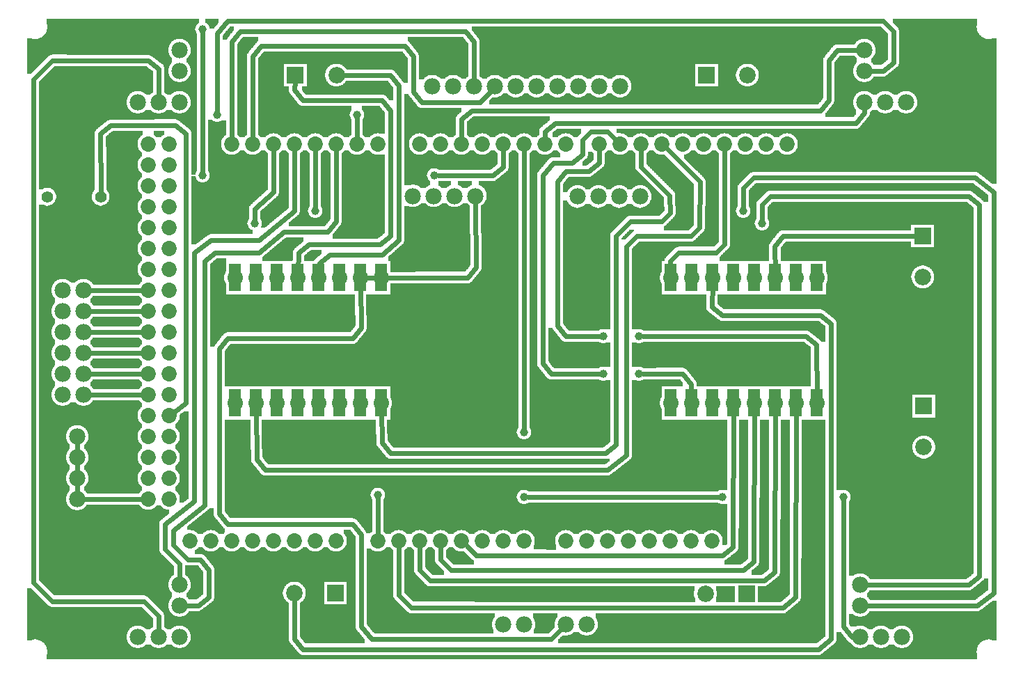
<source format=gtl>
G04 MADE WITH FRITZING*
G04 WWW.FRITZING.ORG*
G04 DOUBLE SIDED*
G04 HOLES PLATED*
G04 CONTOUR ON CENTER OF CONTOUR VECTOR*
%ASAXBY*%
%FSLAX23Y23*%
%MOIN*%
%OFA0B0*%
%SFA1.0B1.0*%
%ADD10C,0.075000*%
%ADD11C,0.039370*%
%ADD12C,0.072917*%
%ADD13C,0.074000*%
%ADD14C,0.078000*%
%ADD15C,0.079370*%
%ADD16C,0.055433*%
%ADD17R,0.079370X0.079370*%
%ADD18C,0.024000*%
%ADD19R,0.001000X0.001000*%
%LNCOPPER1*%
G90*
G70*
G54D10*
X1985Y2953D03*
X1224Y2818D03*
X2287Y2944D03*
X1920Y2625D03*
X1703Y2635D03*
X1596Y2381D03*
X2329Y2291D03*
X3018Y1976D03*
X965Y2396D03*
X2867Y2386D03*
X1899Y2132D03*
X4265Y3061D03*
X997Y1735D03*
X2610Y1500D03*
X3185Y1484D03*
X2999Y1297D03*
X1249Y1123D03*
X1747Y330D03*
X205Y2825D03*
X3783Y269D03*
G54D11*
X1621Y2649D03*
X951Y2649D03*
X1721Y829D03*
X2971Y1589D03*
X2801Y1589D03*
X2801Y1409D03*
X2971Y1409D03*
X881Y3059D03*
X881Y2359D03*
X1991Y2359D03*
X2421Y1129D03*
X2421Y819D03*
X3371Y819D03*
X3951Y819D03*
X1131Y2129D03*
X1421Y2189D03*
X3471Y2189D03*
X3561Y2129D03*
G54D12*
X1421Y609D03*
X3021Y609D03*
X1321Y609D03*
X1221Y609D03*
X1121Y609D03*
X1021Y609D03*
X721Y2009D03*
X921Y609D03*
X821Y609D03*
X2981Y2509D03*
X2421Y609D03*
X2321Y609D03*
X2221Y609D03*
X2121Y609D03*
X721Y1209D03*
X2021Y609D03*
X1921Y609D03*
X1821Y609D03*
X1721Y609D03*
X2221Y2509D03*
X721Y2409D03*
X721Y1609D03*
X721Y809D03*
X3381Y2509D03*
X2621Y609D03*
X2621Y2509D03*
X721Y2209D03*
X721Y1809D03*
X721Y1409D03*
X1021Y2509D03*
X721Y1009D03*
X1121Y2509D03*
X1221Y2509D03*
X1321Y2509D03*
X1421Y2509D03*
X1521Y2509D03*
X1621Y2509D03*
X1721Y2509D03*
X3581Y2509D03*
X3181Y2509D03*
X2781Y2509D03*
X3221Y609D03*
X2821Y609D03*
X2021Y2509D03*
X2421Y2509D03*
X721Y2509D03*
X721Y2309D03*
X721Y2109D03*
X721Y1909D03*
X721Y1709D03*
X721Y1509D03*
X721Y1309D03*
X721Y1109D03*
X721Y909D03*
X3681Y2509D03*
X3481Y2509D03*
X3281Y2509D03*
X3081Y2509D03*
X2881Y2509D03*
X3321Y609D03*
X3121Y609D03*
X2921Y609D03*
X2721Y609D03*
X1921Y2509D03*
X2121Y2509D03*
X2321Y2509D03*
X2521Y2509D03*
X621Y2509D03*
X621Y2409D03*
X621Y2309D03*
X621Y2209D03*
X621Y2109D03*
X621Y2009D03*
X621Y1909D03*
X621Y1809D03*
X621Y1709D03*
X621Y1609D03*
X621Y1509D03*
X621Y1409D03*
X621Y1309D03*
X621Y1209D03*
X621Y1109D03*
X621Y1009D03*
X621Y909D03*
X621Y809D03*
X1521Y609D03*
X1421Y609D03*
X3021Y609D03*
X1321Y609D03*
X1221Y609D03*
X1121Y609D03*
X1021Y609D03*
X721Y2009D03*
X921Y609D03*
X821Y609D03*
X2981Y2509D03*
X2421Y609D03*
X2321Y609D03*
X2221Y609D03*
X2121Y609D03*
X721Y1209D03*
X2021Y609D03*
X1921Y609D03*
X1821Y609D03*
X1721Y609D03*
X2221Y2509D03*
X721Y2409D03*
X721Y1609D03*
X721Y809D03*
X3381Y2509D03*
X2621Y609D03*
X2621Y2509D03*
X721Y2209D03*
X721Y1809D03*
X721Y1409D03*
X1021Y2509D03*
X721Y1009D03*
X1121Y2509D03*
X1221Y2509D03*
X1321Y2509D03*
X1421Y2509D03*
X1521Y2509D03*
X1621Y2509D03*
X1721Y2509D03*
X3581Y2509D03*
X3181Y2509D03*
X2781Y2509D03*
X3221Y609D03*
X2821Y609D03*
X2021Y2509D03*
X2421Y2509D03*
X721Y2509D03*
X721Y2309D03*
X721Y2109D03*
X721Y1909D03*
X721Y1709D03*
X721Y1509D03*
X721Y1309D03*
X721Y1109D03*
X721Y909D03*
X3681Y2509D03*
X3481Y2509D03*
X3281Y2509D03*
X3081Y2509D03*
X2881Y2509D03*
X3321Y609D03*
X3121Y609D03*
X2921Y609D03*
X2721Y609D03*
X1921Y2509D03*
X2121Y2509D03*
X2321Y2509D03*
X2521Y2509D03*
X621Y2509D03*
X621Y2409D03*
X621Y2309D03*
X621Y2209D03*
X621Y2109D03*
X621Y2009D03*
X621Y1909D03*
X621Y1809D03*
X621Y1709D03*
X621Y1609D03*
X621Y1509D03*
X621Y1409D03*
X621Y1309D03*
X621Y1209D03*
X621Y1109D03*
X621Y1009D03*
X621Y909D03*
X621Y809D03*
X1521Y609D03*
G54D13*
X1037Y1870D03*
X1137Y1870D03*
X1237Y1870D03*
X1337Y1870D03*
X1437Y1870D03*
X1537Y1870D03*
X1637Y1870D03*
X1737Y1870D03*
X1737Y1270D03*
X1637Y1270D03*
X1537Y1270D03*
X1437Y1270D03*
X1337Y1270D03*
X1237Y1270D03*
X1137Y1270D03*
X1037Y1270D03*
X3124Y1870D03*
X3224Y1870D03*
X3324Y1870D03*
X3424Y1870D03*
X3524Y1870D03*
X3624Y1870D03*
X3724Y1870D03*
X3824Y1870D03*
X3824Y1270D03*
X3724Y1270D03*
X3624Y1270D03*
X3524Y1270D03*
X3424Y1270D03*
X3324Y1270D03*
X3224Y1270D03*
X3124Y1270D03*
G54D14*
X211Y1409D03*
X311Y1409D03*
X211Y1609D03*
X311Y1609D03*
X211Y1509D03*
X311Y1509D03*
X211Y1309D03*
X311Y1309D03*
X211Y1709D03*
X311Y1709D03*
X211Y1809D03*
X311Y1809D03*
X1982Y2787D03*
X2082Y2787D03*
X2182Y2787D03*
X2282Y2787D03*
X2382Y2787D03*
X2482Y2787D03*
X2582Y2787D03*
X2682Y2787D03*
X2782Y2787D03*
X2882Y2787D03*
X281Y1109D03*
X281Y1009D03*
X281Y909D03*
X281Y809D03*
X771Y2709D03*
X671Y2709D03*
X571Y2709D03*
X4251Y2709D03*
X4151Y2709D03*
X4051Y2709D03*
X771Y149D03*
X671Y149D03*
X571Y149D03*
X4231Y149D03*
X4131Y149D03*
X4031Y149D03*
X2977Y2258D03*
X2877Y2258D03*
X2777Y2258D03*
X2677Y2258D03*
X2188Y2261D03*
X2088Y2261D03*
X1988Y2261D03*
X1888Y2261D03*
X2721Y209D03*
X2621Y209D03*
X2421Y209D03*
X2321Y209D03*
X4051Y2959D03*
X4051Y2859D03*
X771Y2859D03*
X771Y2959D03*
X4031Y299D03*
X4031Y399D03*
X771Y299D03*
X771Y399D03*
G54D15*
X3487Y355D03*
X3290Y355D03*
X1518Y359D03*
X1321Y359D03*
X1326Y2839D03*
X1523Y2839D03*
X3294Y2839D03*
X3491Y2839D03*
X4331Y2069D03*
X4331Y1872D03*
X4336Y1255D03*
X4336Y1058D03*
G54D16*
X137Y2257D03*
X393Y2257D03*
X137Y2257D03*
X393Y2257D03*
G54D17*
X3487Y355D03*
X1518Y359D03*
X1326Y2839D03*
X3294Y2839D03*
X4331Y2069D03*
X4336Y1255D03*
G54D18*
X922Y2050D02*
X840Y1989D01*
D02*
X1151Y2050D02*
X922Y2050D01*
D02*
X1321Y2190D02*
X1151Y2050D01*
D02*
X842Y799D02*
X700Y689D01*
D02*
X840Y1989D02*
X842Y799D01*
D02*
X700Y689D02*
X702Y568D01*
D02*
X702Y568D02*
X772Y499D01*
D02*
X772Y499D02*
X771Y429D01*
D02*
X1321Y2479D02*
X1321Y2190D01*
D02*
X3662Y2069D02*
X4300Y2069D01*
D02*
X3622Y2020D02*
X3662Y2069D01*
D02*
X3623Y1901D02*
X3622Y2020D01*
D02*
X2212Y2709D02*
X2262Y2764D01*
D02*
X1891Y2760D02*
X1932Y2709D01*
D02*
X1891Y2929D02*
X1891Y2760D01*
D02*
X2181Y2999D02*
X2182Y2817D01*
D02*
X1932Y2709D02*
X2212Y2709D01*
D02*
X2142Y3049D02*
X2181Y2999D01*
D02*
X1061Y3049D02*
X2142Y3049D01*
D02*
X1121Y2540D02*
X1121Y2929D01*
D02*
X1851Y2979D02*
X1891Y2929D01*
D02*
X1162Y2979D02*
X1851Y2979D01*
D02*
X1121Y2929D02*
X1162Y2979D01*
D02*
X1022Y2999D02*
X1061Y3049D01*
D02*
X1021Y2540D02*
X1022Y2999D01*
D02*
X1821Y2789D02*
X1821Y2050D01*
D02*
X1741Y1980D02*
X1491Y1980D01*
D02*
X1491Y1980D02*
X1441Y1940D01*
D02*
X1821Y2050D02*
X1741Y1980D01*
D02*
X1441Y1940D02*
X1439Y1901D01*
D02*
X1781Y2839D02*
X1821Y2789D01*
D02*
X1553Y2839D02*
X1781Y2839D01*
D02*
X1341Y1989D02*
X1338Y1901D01*
D02*
X1731Y2029D02*
X1392Y2029D01*
D02*
X1392Y2029D02*
X1341Y1989D01*
D02*
X1781Y2070D02*
X1731Y2029D01*
D02*
X1781Y2670D02*
X1781Y2070D01*
D02*
X1741Y2719D02*
X1781Y2670D01*
D02*
X1362Y2719D02*
X1741Y2719D01*
D02*
X1321Y2769D02*
X1362Y2719D01*
D02*
X1324Y2809D02*
X1321Y2769D01*
D02*
X2811Y1029D02*
X2861Y1069D01*
D02*
X1782Y1029D02*
X2811Y1029D01*
D02*
X2861Y2070D02*
X2931Y2139D01*
D02*
X2861Y1069D02*
X2861Y2070D01*
D02*
X3081Y2139D02*
X3121Y2180D01*
D02*
X2931Y2139D02*
X3081Y2139D01*
D02*
X3121Y2180D02*
X3119Y2263D01*
D02*
X3263Y2329D02*
X3261Y2109D01*
D02*
X3221Y2070D02*
X2962Y2069D01*
D02*
X2962Y2069D02*
X2911Y2019D01*
D02*
X3261Y2109D02*
X3221Y2070D01*
D02*
X2911Y2019D02*
X2912Y1019D01*
D02*
X3119Y2263D02*
X2981Y2401D01*
D02*
X2981Y2401D02*
X2981Y2479D01*
D02*
X1741Y1079D02*
X1782Y1029D01*
D02*
X1738Y1238D02*
X1741Y1079D01*
D02*
X1141Y999D02*
X1137Y1238D01*
D02*
X1181Y950D02*
X1141Y999D01*
D02*
X2822Y949D02*
X1181Y950D01*
D02*
X2912Y1019D02*
X2822Y949D01*
D02*
X3103Y2488D02*
X3263Y2329D01*
D02*
X2171Y2670D02*
X3842Y2670D01*
D02*
X2122Y2630D02*
X2171Y2670D01*
D02*
X3882Y2719D02*
X3882Y2909D01*
D02*
X3842Y2670D02*
X3882Y2719D01*
D02*
X3921Y2959D02*
X4021Y2959D01*
D02*
X3882Y2909D02*
X3921Y2959D01*
D02*
X2121Y2540D02*
X2122Y2630D01*
D02*
X4052Y2660D02*
X4052Y2679D01*
D02*
X4011Y2610D02*
X4052Y2660D01*
D02*
X2571Y2609D02*
X4011Y2610D01*
D02*
X2521Y2569D02*
X2571Y2609D01*
D02*
X2521Y2540D02*
X2521Y2569D01*
D02*
X3371Y1690D02*
X3841Y1690D01*
D02*
X3841Y1690D02*
X3892Y1649D01*
D02*
X3321Y1729D02*
X3371Y1690D01*
D02*
X3892Y1649D02*
X3892Y139D01*
D02*
X1362Y90D02*
X1321Y139D01*
D02*
X3832Y90D02*
X1362Y90D01*
D02*
X3892Y139D02*
X3832Y90D01*
D02*
X1321Y139D02*
X1321Y329D01*
D02*
X3323Y1838D02*
X3321Y1729D01*
D02*
X746Y1227D02*
X802Y1269D01*
D02*
X802Y1269D02*
X802Y2559D01*
D02*
X442Y2599D02*
X392Y2559D01*
D02*
X751Y2600D02*
X442Y2599D01*
D02*
X802Y2559D02*
X751Y2600D01*
D02*
X392Y2559D02*
X393Y2286D01*
D02*
X3341Y1990D02*
X3162Y1990D01*
D02*
X3162Y1990D02*
X3121Y1949D01*
D02*
X3382Y2030D02*
X3341Y1990D01*
D02*
X3121Y1949D02*
X3123Y1901D01*
D02*
X3381Y2479D02*
X3382Y2030D01*
D02*
X672Y2870D02*
X671Y2739D01*
D02*
X601Y320D02*
X161Y320D01*
D02*
X671Y250D02*
X601Y320D01*
D02*
X71Y410D02*
X72Y2819D01*
D02*
X161Y320D02*
X71Y410D01*
D02*
X621Y2909D02*
X672Y2870D01*
D02*
X162Y2910D02*
X621Y2909D01*
D02*
X72Y2819D02*
X162Y2910D01*
D02*
X671Y179D02*
X671Y250D01*
D02*
X4191Y2900D02*
X4191Y3050D01*
D02*
X4141Y3100D02*
X1001Y3100D01*
D02*
X4191Y3050D02*
X4141Y3100D01*
D02*
X952Y3040D02*
X951Y2668D01*
D02*
X1001Y3100D02*
X952Y3040D01*
D02*
X4141Y2860D02*
X4191Y2900D01*
D02*
X4081Y2859D02*
X4141Y2860D01*
D02*
X1621Y2540D02*
X1621Y2630D01*
D02*
X1692Y139D02*
X1641Y199D01*
D02*
X2551Y139D02*
X1692Y139D01*
D02*
X1641Y199D02*
X1641Y639D01*
D02*
X1601Y690D02*
X1002Y690D01*
D02*
X1641Y639D02*
X1601Y690D01*
D02*
X962Y739D02*
X962Y1529D01*
D02*
X1002Y690D02*
X962Y739D01*
D02*
X1601Y1580D02*
X1641Y1629D01*
D02*
X1002Y1580D02*
X1601Y1580D01*
D02*
X962Y1529D02*
X1002Y1580D01*
D02*
X1641Y1629D02*
X1637Y1838D01*
D02*
X2600Y188D02*
X2551Y139D01*
D02*
X3722Y340D02*
X3661Y289D01*
D02*
X3724Y1238D02*
X3722Y340D01*
D02*
X2192Y540D02*
X2143Y588D01*
D02*
X3371Y539D02*
X2192Y540D01*
D02*
X3422Y579D02*
X3371Y539D01*
D02*
X3424Y1238D02*
X3422Y579D01*
D02*
X2021Y519D02*
X2021Y579D01*
D02*
X2071Y469D02*
X2021Y519D01*
D02*
X3471Y469D02*
X2071Y469D01*
D02*
X3521Y509D02*
X3471Y469D01*
D02*
X3524Y1238D02*
X3521Y509D01*
D02*
X1922Y469D02*
X1921Y579D01*
D02*
X1970Y419D02*
X1922Y469D01*
D02*
X3572Y419D02*
X1970Y419D01*
D02*
X3621Y459D02*
X3572Y419D01*
D02*
X3624Y1238D02*
X3621Y459D01*
D02*
X1821Y350D02*
X1821Y579D01*
D02*
X1882Y290D02*
X1822Y350D01*
D02*
X3661Y289D02*
X1882Y290D01*
D02*
X1151Y1990D02*
X941Y1989D01*
D02*
X1271Y2089D02*
X1151Y1990D01*
D02*
X2581Y2329D02*
X2621Y2379D01*
D02*
X2581Y1639D02*
X2581Y2329D01*
D02*
X2731Y2379D02*
X2781Y2419D01*
D02*
X2621Y2379D02*
X2731Y2379D01*
D02*
X2511Y1459D02*
X2511Y2359D01*
D02*
X2511Y2359D02*
X2561Y2419D01*
D02*
X2551Y1409D02*
X2511Y1459D01*
D02*
X2652Y2419D02*
X2701Y2460D01*
D02*
X2561Y2419D02*
X2652Y2419D01*
D02*
X2701Y2460D02*
X2701Y2529D01*
D02*
X2741Y2569D02*
X2822Y2569D01*
D02*
X2701Y2529D02*
X2741Y2569D01*
D02*
X2822Y2569D02*
X2860Y2531D01*
D02*
X2782Y1409D02*
X2551Y1409D01*
D02*
X2781Y2419D02*
X2781Y2479D01*
D02*
X2621Y1589D02*
X2581Y1639D01*
D02*
X2782Y1589D02*
X2621Y1589D01*
D02*
X3181Y1410D02*
X2990Y1409D01*
D02*
X3221Y1360D02*
X3181Y1410D01*
D02*
X3223Y1301D02*
X3221Y1360D01*
D02*
X3771Y1589D02*
X2990Y1589D01*
D02*
X3822Y1550D02*
X3771Y1589D01*
D02*
X3824Y1301D02*
X3822Y1550D01*
D02*
X911Y470D02*
X911Y339D01*
D02*
X860Y301D02*
X801Y300D01*
D02*
X911Y339D02*
X860Y301D01*
D02*
X872Y519D02*
X911Y470D01*
D02*
X812Y520D02*
X872Y519D01*
D02*
X742Y590D02*
X812Y520D01*
D02*
X741Y660D02*
X742Y590D01*
D02*
X892Y779D02*
X741Y660D01*
D02*
X891Y1948D02*
X892Y779D01*
D02*
X941Y1989D02*
X891Y1948D01*
D02*
X1481Y2089D02*
X1271Y2089D01*
D02*
X1521Y2139D02*
X1481Y2089D01*
D02*
X1521Y2479D02*
X1521Y2139D01*
D02*
X1721Y640D02*
X1721Y810D01*
D02*
X2272Y2359D02*
X2010Y2359D01*
D02*
X2321Y2399D02*
X2272Y2359D01*
D02*
X2321Y2479D02*
X2321Y2399D01*
D02*
X2421Y1148D02*
X2421Y2479D01*
D02*
X3352Y819D02*
X2440Y819D01*
D02*
X3952Y199D02*
X3951Y800D01*
D02*
X3991Y149D02*
X3952Y199D01*
D02*
X4001Y149D02*
X3991Y149D01*
D02*
X881Y2378D02*
X881Y3040D01*
D02*
X2151Y1870D02*
X1768Y1870D01*
D02*
X2191Y1919D02*
X2151Y1870D01*
D02*
X2189Y2231D02*
X2191Y1919D01*
D02*
X1706Y1870D02*
X1668Y1870D01*
D02*
X3561Y2220D02*
X3561Y2148D01*
D02*
X3602Y2259D02*
X3561Y2220D01*
D02*
X4582Y2349D02*
X4671Y2279D01*
D02*
X3521Y2349D02*
X4582Y2349D01*
D02*
X3471Y2299D02*
X3521Y2349D01*
D02*
X4601Y440D02*
X4601Y2219D01*
D02*
X4592Y299D02*
X4061Y299D01*
D02*
X4671Y360D02*
X4592Y299D01*
D02*
X4671Y2279D02*
X4671Y360D01*
D02*
X4551Y399D02*
X4601Y440D01*
D02*
X4061Y399D02*
X4551Y399D01*
D02*
X4551Y2259D02*
X3602Y2259D01*
D02*
X4601Y2219D02*
X4551Y2259D01*
D02*
X3471Y2208D02*
X3471Y2299D01*
D02*
X1131Y2199D02*
X1131Y2148D01*
D02*
X1221Y2279D02*
X1131Y2199D01*
D02*
X1221Y2479D02*
X1221Y2279D01*
D02*
X1421Y2479D02*
X1421Y2208D01*
D02*
X341Y1309D02*
X591Y1309D01*
D02*
X341Y1409D02*
X591Y1409D01*
D02*
X341Y1509D02*
X591Y1509D01*
D02*
X341Y1609D02*
X591Y1609D01*
D02*
X341Y1709D02*
X591Y1709D01*
D02*
X341Y1809D02*
X591Y1809D01*
D02*
X281Y1039D02*
X281Y1079D01*
D02*
X281Y939D02*
X281Y979D01*
D02*
X281Y839D02*
X281Y879D01*
D02*
X591Y809D02*
X311Y809D01*
G36*
X896Y3110D02*
X896Y3090D01*
X900Y3090D01*
X900Y3088D01*
X902Y3088D01*
X902Y3086D01*
X904Y3086D01*
X904Y3084D01*
X906Y3084D01*
X906Y3082D01*
X908Y3082D01*
X908Y3080D01*
X910Y3080D01*
X910Y3078D01*
X912Y3078D01*
X912Y3074D01*
X914Y3074D01*
X914Y3068D01*
X916Y3068D01*
X916Y3062D01*
X936Y3062D01*
X936Y3064D01*
X938Y3064D01*
X938Y3068D01*
X940Y3068D01*
X940Y3070D01*
X942Y3070D01*
X942Y3072D01*
X944Y3072D01*
X944Y3074D01*
X946Y3074D01*
X946Y3076D01*
X948Y3076D01*
X948Y3080D01*
X950Y3080D01*
X950Y3082D01*
X952Y3082D01*
X952Y3084D01*
X954Y3084D01*
X954Y3086D01*
X956Y3086D01*
X956Y3088D01*
X958Y3088D01*
X958Y3110D01*
X896Y3110D01*
G37*
D02*
G36*
X1012Y3072D02*
X1012Y3070D01*
X1010Y3070D01*
X1010Y3066D01*
X1008Y3066D01*
X1008Y3064D01*
X1006Y3064D01*
X1006Y3062D01*
X1004Y3062D01*
X1004Y3060D01*
X1002Y3060D01*
X1002Y3058D01*
X1000Y3058D01*
X1000Y3054D01*
X998Y3054D01*
X998Y3052D01*
X996Y3052D01*
X996Y3050D01*
X994Y3050D01*
X994Y3048D01*
X992Y3048D01*
X992Y3046D01*
X990Y3046D01*
X990Y3042D01*
X988Y3042D01*
X988Y3040D01*
X986Y3040D01*
X986Y3038D01*
X984Y3038D01*
X984Y3036D01*
X982Y3036D01*
X982Y3034D01*
X980Y3034D01*
X980Y3030D01*
X978Y3030D01*
X978Y3010D01*
X998Y3010D01*
X998Y3014D01*
X1000Y3014D01*
X1000Y3016D01*
X1002Y3016D01*
X1002Y3020D01*
X1004Y3020D01*
X1004Y3022D01*
X1006Y3022D01*
X1006Y3024D01*
X1008Y3024D01*
X1008Y3026D01*
X1010Y3026D01*
X1010Y3030D01*
X1012Y3030D01*
X1012Y3032D01*
X1014Y3032D01*
X1014Y3034D01*
X1016Y3034D01*
X1016Y3038D01*
X1018Y3038D01*
X1018Y3040D01*
X1020Y3040D01*
X1020Y3042D01*
X1022Y3042D01*
X1022Y3044D01*
X1024Y3044D01*
X1024Y3048D01*
X1026Y3048D01*
X1026Y3050D01*
X1028Y3050D01*
X1028Y3052D01*
X1030Y3052D01*
X1030Y3054D01*
X1032Y3054D01*
X1032Y3072D01*
X1012Y3072D01*
G37*
D02*
G36*
X1074Y3022D02*
X1074Y3020D01*
X1072Y3020D01*
X1072Y3018D01*
X1070Y3018D01*
X1070Y3016D01*
X1068Y3016D01*
X1068Y3014D01*
X1066Y3014D01*
X1066Y3010D01*
X1064Y3010D01*
X1064Y3008D01*
X1062Y3008D01*
X1062Y3006D01*
X1060Y3006D01*
X1060Y3004D01*
X1058Y3004D01*
X1058Y3000D01*
X1056Y3000D01*
X1056Y2998D01*
X1054Y2998D01*
X1054Y2996D01*
X1052Y2996D01*
X1052Y2994D01*
X1050Y2994D01*
X1050Y2990D01*
X1048Y2990D01*
X1048Y2552D01*
X1052Y2552D01*
X1052Y2550D01*
X1054Y2550D01*
X1054Y2548D01*
X1056Y2548D01*
X1056Y2546D01*
X1058Y2546D01*
X1058Y2544D01*
X1060Y2544D01*
X1060Y2542D01*
X1082Y2542D01*
X1082Y2544D01*
X1084Y2544D01*
X1084Y2546D01*
X1086Y2546D01*
X1086Y2548D01*
X1088Y2548D01*
X1088Y2550D01*
X1090Y2550D01*
X1090Y2552D01*
X1094Y2552D01*
X1094Y2936D01*
X1096Y2936D01*
X1096Y2942D01*
X1098Y2942D01*
X1098Y2944D01*
X1100Y2944D01*
X1100Y2948D01*
X1102Y2948D01*
X1102Y2950D01*
X1104Y2950D01*
X1104Y2952D01*
X1106Y2952D01*
X1106Y2956D01*
X1108Y2956D01*
X1108Y2958D01*
X1110Y2958D01*
X1110Y2960D01*
X1112Y2960D01*
X1112Y2962D01*
X1114Y2962D01*
X1114Y2964D01*
X1116Y2964D01*
X1116Y2968D01*
X1118Y2968D01*
X1118Y2970D01*
X1120Y2970D01*
X1120Y2972D01*
X1122Y2972D01*
X1122Y2974D01*
X1124Y2974D01*
X1124Y2978D01*
X1126Y2978D01*
X1126Y2980D01*
X1128Y2980D01*
X1128Y2982D01*
X1130Y2982D01*
X1130Y2984D01*
X1132Y2984D01*
X1132Y2986D01*
X1134Y2986D01*
X1134Y2990D01*
X1136Y2990D01*
X1136Y2992D01*
X1138Y2992D01*
X1138Y2994D01*
X1140Y2994D01*
X1140Y2996D01*
X1142Y2996D01*
X1142Y2998D01*
X1144Y2998D01*
X1144Y3000D01*
X1146Y3000D01*
X1146Y3002D01*
X1148Y3002D01*
X1148Y3022D01*
X1074Y3022D01*
G37*
D02*
G36*
X1864Y3022D02*
X1864Y3002D01*
X1868Y3002D01*
X1868Y3000D01*
X1870Y3000D01*
X1870Y2998D01*
X1872Y2998D01*
X1872Y2996D01*
X1874Y2996D01*
X1874Y2994D01*
X1876Y2994D01*
X1876Y2990D01*
X1878Y2990D01*
X1878Y2988D01*
X1880Y2988D01*
X1880Y2986D01*
X1882Y2986D01*
X1882Y2984D01*
X1884Y2984D01*
X1884Y2980D01*
X1886Y2980D01*
X1886Y2978D01*
X1888Y2978D01*
X1888Y2976D01*
X1890Y2976D01*
X1890Y2974D01*
X1892Y2974D01*
X1892Y2970D01*
X1894Y2970D01*
X1894Y2968D01*
X1896Y2968D01*
X1896Y2966D01*
X1898Y2966D01*
X1898Y2962D01*
X1900Y2962D01*
X1900Y2960D01*
X1902Y2960D01*
X1902Y2958D01*
X1904Y2958D01*
X1904Y2956D01*
X1906Y2956D01*
X1906Y2952D01*
X1908Y2952D01*
X1908Y2950D01*
X1910Y2950D01*
X1910Y2948D01*
X1912Y2948D01*
X1912Y2946D01*
X1914Y2946D01*
X1914Y2942D01*
X1916Y2942D01*
X1916Y2936D01*
X1918Y2936D01*
X1918Y2840D01*
X2096Y2840D01*
X2096Y2838D01*
X2102Y2838D01*
X2102Y2836D01*
X2106Y2836D01*
X2106Y2834D01*
X2110Y2834D01*
X2110Y2832D01*
X2112Y2832D01*
X2112Y2830D01*
X2116Y2830D01*
X2116Y2828D01*
X2118Y2828D01*
X2118Y2826D01*
X2120Y2826D01*
X2120Y2824D01*
X2122Y2824D01*
X2122Y2822D01*
X2142Y2822D01*
X2142Y2824D01*
X2144Y2824D01*
X2144Y2826D01*
X2146Y2826D01*
X2146Y2828D01*
X2148Y2828D01*
X2148Y2830D01*
X2150Y2830D01*
X2150Y2832D01*
X2154Y2832D01*
X2154Y2992D01*
X2152Y2992D01*
X2152Y2994D01*
X2150Y2994D01*
X2150Y2996D01*
X2148Y2996D01*
X2148Y3000D01*
X2146Y3000D01*
X2146Y3002D01*
X2144Y3002D01*
X2144Y3004D01*
X2142Y3004D01*
X2142Y3006D01*
X2140Y3006D01*
X2140Y3010D01*
X2138Y3010D01*
X2138Y3012D01*
X2136Y3012D01*
X2136Y3014D01*
X2134Y3014D01*
X2134Y3016D01*
X2132Y3016D01*
X2132Y3020D01*
X2130Y3020D01*
X2130Y3022D01*
X1864Y3022D01*
G37*
D02*
G36*
X1918Y2840D02*
X1918Y2818D01*
X1938Y2818D01*
X1938Y2820D01*
X1940Y2820D01*
X1940Y2822D01*
X1942Y2822D01*
X1942Y2824D01*
X1944Y2824D01*
X1944Y2826D01*
X1946Y2826D01*
X1946Y2828D01*
X1948Y2828D01*
X1948Y2830D01*
X1950Y2830D01*
X1950Y2832D01*
X1954Y2832D01*
X1954Y2834D01*
X1958Y2834D01*
X1958Y2836D01*
X1962Y2836D01*
X1962Y2838D01*
X1968Y2838D01*
X1968Y2840D01*
X1918Y2840D01*
G37*
D02*
G36*
X1996Y2840D02*
X1996Y2838D01*
X2002Y2838D01*
X2002Y2836D01*
X2006Y2836D01*
X2006Y2834D01*
X2010Y2834D01*
X2010Y2832D01*
X2012Y2832D01*
X2012Y2830D01*
X2016Y2830D01*
X2016Y2828D01*
X2018Y2828D01*
X2018Y2826D01*
X2020Y2826D01*
X2020Y2824D01*
X2022Y2824D01*
X2022Y2822D01*
X2042Y2822D01*
X2042Y2824D01*
X2044Y2824D01*
X2044Y2826D01*
X2046Y2826D01*
X2046Y2828D01*
X2048Y2828D01*
X2048Y2830D01*
X2050Y2830D01*
X2050Y2832D01*
X2054Y2832D01*
X2054Y2834D01*
X2058Y2834D01*
X2058Y2836D01*
X2062Y2836D01*
X2062Y2838D01*
X2068Y2838D01*
X2068Y2840D01*
X1996Y2840D01*
G37*
D02*
G36*
X1174Y2952D02*
X1174Y2950D01*
X1172Y2950D01*
X1172Y2948D01*
X1170Y2948D01*
X1170Y2946D01*
X1168Y2946D01*
X1168Y2944D01*
X1166Y2944D01*
X1166Y2940D01*
X1164Y2940D01*
X1164Y2938D01*
X1162Y2938D01*
X1162Y2936D01*
X1160Y2936D01*
X1160Y2934D01*
X1158Y2934D01*
X1158Y2930D01*
X1156Y2930D01*
X1156Y2928D01*
X1154Y2928D01*
X1154Y2926D01*
X1152Y2926D01*
X1152Y2924D01*
X1150Y2924D01*
X1150Y2922D01*
X1148Y2922D01*
X1148Y2894D01*
X1534Y2894D01*
X1534Y2892D01*
X1542Y2892D01*
X1542Y2890D01*
X1546Y2890D01*
X1546Y2888D01*
X1550Y2888D01*
X1550Y2886D01*
X1552Y2886D01*
X1552Y2884D01*
X1556Y2884D01*
X1556Y2882D01*
X1558Y2882D01*
X1558Y2880D01*
X1560Y2880D01*
X1560Y2878D01*
X1562Y2878D01*
X1562Y2876D01*
X1564Y2876D01*
X1564Y2874D01*
X1566Y2874D01*
X1566Y2872D01*
X1568Y2872D01*
X1568Y2868D01*
X1570Y2868D01*
X1570Y2866D01*
X1790Y2866D01*
X1790Y2864D01*
X1794Y2864D01*
X1794Y2862D01*
X1798Y2862D01*
X1798Y2860D01*
X1800Y2860D01*
X1800Y2858D01*
X1802Y2858D01*
X1802Y2856D01*
X1804Y2856D01*
X1804Y2854D01*
X1806Y2854D01*
X1806Y2850D01*
X1808Y2850D01*
X1808Y2848D01*
X1810Y2848D01*
X1810Y2846D01*
X1812Y2846D01*
X1812Y2844D01*
X1814Y2844D01*
X1814Y2840D01*
X1816Y2840D01*
X1816Y2838D01*
X1818Y2838D01*
X1818Y2836D01*
X1820Y2836D01*
X1820Y2834D01*
X1822Y2834D01*
X1822Y2830D01*
X1824Y2830D01*
X1824Y2828D01*
X1826Y2828D01*
X1826Y2826D01*
X1828Y2826D01*
X1828Y2822D01*
X1830Y2822D01*
X1830Y2820D01*
X1832Y2820D01*
X1832Y2818D01*
X1834Y2818D01*
X1834Y2816D01*
X1836Y2816D01*
X1836Y2812D01*
X1838Y2812D01*
X1838Y2810D01*
X1840Y2810D01*
X1840Y2808D01*
X1842Y2808D01*
X1842Y2806D01*
X1844Y2806D01*
X1844Y2802D01*
X1864Y2802D01*
X1864Y2922D01*
X1862Y2922D01*
X1862Y2924D01*
X1860Y2924D01*
X1860Y2926D01*
X1858Y2926D01*
X1858Y2928D01*
X1856Y2928D01*
X1856Y2932D01*
X1854Y2932D01*
X1854Y2934D01*
X1852Y2934D01*
X1852Y2936D01*
X1850Y2936D01*
X1850Y2940D01*
X1848Y2940D01*
X1848Y2942D01*
X1846Y2942D01*
X1846Y2944D01*
X1844Y2944D01*
X1844Y2946D01*
X1842Y2946D01*
X1842Y2950D01*
X1840Y2950D01*
X1840Y2952D01*
X1174Y2952D01*
G37*
D02*
G36*
X1148Y2894D02*
X1148Y2562D01*
X1524Y2562D01*
X1524Y2560D01*
X1536Y2560D01*
X1536Y2558D01*
X1542Y2558D01*
X1542Y2556D01*
X1546Y2556D01*
X1546Y2554D01*
X1548Y2554D01*
X1548Y2552D01*
X1552Y2552D01*
X1552Y2550D01*
X1554Y2550D01*
X1554Y2548D01*
X1556Y2548D01*
X1556Y2546D01*
X1558Y2546D01*
X1558Y2544D01*
X1560Y2544D01*
X1560Y2542D01*
X1582Y2542D01*
X1582Y2544D01*
X1584Y2544D01*
X1584Y2546D01*
X1586Y2546D01*
X1586Y2548D01*
X1588Y2548D01*
X1588Y2550D01*
X1590Y2550D01*
X1590Y2552D01*
X1594Y2552D01*
X1594Y2630D01*
X1592Y2630D01*
X1592Y2634D01*
X1590Y2634D01*
X1590Y2638D01*
X1588Y2638D01*
X1588Y2646D01*
X1586Y2646D01*
X1586Y2654D01*
X1588Y2654D01*
X1588Y2662D01*
X1590Y2662D01*
X1590Y2666D01*
X1592Y2666D01*
X1592Y2670D01*
X1594Y2670D01*
X1594Y2672D01*
X1596Y2672D01*
X1596Y2692D01*
X1358Y2692D01*
X1358Y2694D01*
X1350Y2694D01*
X1350Y2696D01*
X1346Y2696D01*
X1346Y2698D01*
X1344Y2698D01*
X1344Y2700D01*
X1342Y2700D01*
X1342Y2702D01*
X1340Y2702D01*
X1340Y2704D01*
X1338Y2704D01*
X1338Y2706D01*
X1336Y2706D01*
X1336Y2710D01*
X1334Y2710D01*
X1334Y2712D01*
X1332Y2712D01*
X1332Y2714D01*
X1330Y2714D01*
X1330Y2716D01*
X1328Y2716D01*
X1328Y2720D01*
X1326Y2720D01*
X1326Y2722D01*
X1324Y2722D01*
X1324Y2724D01*
X1322Y2724D01*
X1322Y2726D01*
X1320Y2726D01*
X1320Y2730D01*
X1318Y2730D01*
X1318Y2732D01*
X1316Y2732D01*
X1316Y2734D01*
X1314Y2734D01*
X1314Y2736D01*
X1312Y2736D01*
X1312Y2738D01*
X1310Y2738D01*
X1310Y2742D01*
X1308Y2742D01*
X1308Y2744D01*
X1306Y2744D01*
X1306Y2746D01*
X1304Y2746D01*
X1304Y2748D01*
X1302Y2748D01*
X1302Y2752D01*
X1300Y2752D01*
X1300Y2754D01*
X1298Y2754D01*
X1298Y2758D01*
X1296Y2758D01*
X1296Y2762D01*
X1294Y2762D01*
X1294Y2786D01*
X1272Y2786D01*
X1272Y2894D01*
X1148Y2894D01*
G37*
D02*
G36*
X1380Y2894D02*
X1380Y2786D01*
X1508Y2786D01*
X1508Y2788D01*
X1502Y2788D01*
X1502Y2790D01*
X1498Y2790D01*
X1498Y2792D01*
X1494Y2792D01*
X1494Y2794D01*
X1492Y2794D01*
X1492Y2796D01*
X1488Y2796D01*
X1488Y2798D01*
X1486Y2798D01*
X1486Y2800D01*
X1484Y2800D01*
X1484Y2802D01*
X1482Y2802D01*
X1482Y2804D01*
X1480Y2804D01*
X1480Y2808D01*
X1478Y2808D01*
X1478Y2810D01*
X1476Y2810D01*
X1476Y2814D01*
X1474Y2814D01*
X1474Y2818D01*
X1472Y2818D01*
X1472Y2822D01*
X1470Y2822D01*
X1470Y2830D01*
X1468Y2830D01*
X1468Y2850D01*
X1470Y2850D01*
X1470Y2858D01*
X1472Y2858D01*
X1472Y2862D01*
X1474Y2862D01*
X1474Y2866D01*
X1476Y2866D01*
X1476Y2870D01*
X1478Y2870D01*
X1478Y2872D01*
X1480Y2872D01*
X1480Y2874D01*
X1482Y2874D01*
X1482Y2878D01*
X1484Y2878D01*
X1484Y2880D01*
X1488Y2880D01*
X1488Y2882D01*
X1490Y2882D01*
X1490Y2884D01*
X1492Y2884D01*
X1492Y2886D01*
X1496Y2886D01*
X1496Y2888D01*
X1500Y2888D01*
X1500Y2890D01*
X1504Y2890D01*
X1504Y2892D01*
X1510Y2892D01*
X1510Y2894D01*
X1380Y2894D01*
G37*
D02*
G36*
X1568Y2812D02*
X1568Y2808D01*
X1566Y2808D01*
X1566Y2806D01*
X1564Y2806D01*
X1564Y2804D01*
X1562Y2804D01*
X1562Y2800D01*
X1558Y2800D01*
X1558Y2798D01*
X1556Y2798D01*
X1556Y2796D01*
X1554Y2796D01*
X1554Y2794D01*
X1550Y2794D01*
X1550Y2792D01*
X1546Y2792D01*
X1546Y2790D01*
X1542Y2790D01*
X1542Y2788D01*
X1536Y2788D01*
X1536Y2786D01*
X1788Y2786D01*
X1788Y2790D01*
X1786Y2790D01*
X1786Y2792D01*
X1784Y2792D01*
X1784Y2794D01*
X1782Y2794D01*
X1782Y2796D01*
X1780Y2796D01*
X1780Y2800D01*
X1778Y2800D01*
X1778Y2802D01*
X1776Y2802D01*
X1776Y2804D01*
X1774Y2804D01*
X1774Y2806D01*
X1772Y2806D01*
X1772Y2810D01*
X1770Y2810D01*
X1770Y2812D01*
X1568Y2812D01*
G37*
D02*
G36*
X1358Y2786D02*
X1358Y2784D01*
X1790Y2784D01*
X1790Y2786D01*
X1358Y2786D01*
G37*
D02*
G36*
X1358Y2786D02*
X1358Y2784D01*
X1790Y2784D01*
X1790Y2786D01*
X1358Y2786D01*
G37*
D02*
G36*
X1358Y2784D02*
X1358Y2766D01*
X1360Y2766D01*
X1360Y2762D01*
X1362Y2762D01*
X1362Y2760D01*
X1364Y2760D01*
X1364Y2758D01*
X1366Y2758D01*
X1366Y2756D01*
X1368Y2756D01*
X1368Y2754D01*
X1370Y2754D01*
X1370Y2750D01*
X1372Y2750D01*
X1372Y2748D01*
X1374Y2748D01*
X1374Y2746D01*
X1750Y2746D01*
X1750Y2744D01*
X1754Y2744D01*
X1754Y2742D01*
X1758Y2742D01*
X1758Y2740D01*
X1760Y2740D01*
X1760Y2738D01*
X1762Y2738D01*
X1762Y2736D01*
X1764Y2736D01*
X1764Y2732D01*
X1766Y2732D01*
X1766Y2730D01*
X1768Y2730D01*
X1768Y2728D01*
X1770Y2728D01*
X1770Y2726D01*
X1772Y2726D01*
X1772Y2724D01*
X1774Y2724D01*
X1774Y2720D01*
X1794Y2720D01*
X1794Y2782D01*
X1792Y2782D01*
X1792Y2784D01*
X1358Y2784D01*
G37*
D02*
G36*
X1148Y2562D02*
X1148Y2552D01*
X1152Y2552D01*
X1152Y2550D01*
X1154Y2550D01*
X1154Y2548D01*
X1156Y2548D01*
X1156Y2546D01*
X1158Y2546D01*
X1158Y2544D01*
X1160Y2544D01*
X1160Y2542D01*
X1182Y2542D01*
X1182Y2544D01*
X1184Y2544D01*
X1184Y2546D01*
X1186Y2546D01*
X1186Y2548D01*
X1188Y2548D01*
X1188Y2550D01*
X1190Y2550D01*
X1190Y2552D01*
X1194Y2552D01*
X1194Y2554D01*
X1198Y2554D01*
X1198Y2556D01*
X1202Y2556D01*
X1202Y2558D01*
X1206Y2558D01*
X1206Y2560D01*
X1218Y2560D01*
X1218Y2562D01*
X1148Y2562D01*
G37*
D02*
G36*
X1224Y2562D02*
X1224Y2560D01*
X1236Y2560D01*
X1236Y2558D01*
X1242Y2558D01*
X1242Y2556D01*
X1246Y2556D01*
X1246Y2554D01*
X1248Y2554D01*
X1248Y2552D01*
X1252Y2552D01*
X1252Y2550D01*
X1254Y2550D01*
X1254Y2548D01*
X1256Y2548D01*
X1256Y2546D01*
X1258Y2546D01*
X1258Y2544D01*
X1260Y2544D01*
X1260Y2542D01*
X1282Y2542D01*
X1282Y2544D01*
X1284Y2544D01*
X1284Y2546D01*
X1286Y2546D01*
X1286Y2548D01*
X1288Y2548D01*
X1288Y2550D01*
X1290Y2550D01*
X1290Y2552D01*
X1294Y2552D01*
X1294Y2554D01*
X1298Y2554D01*
X1298Y2556D01*
X1302Y2556D01*
X1302Y2558D01*
X1306Y2558D01*
X1306Y2560D01*
X1318Y2560D01*
X1318Y2562D01*
X1224Y2562D01*
G37*
D02*
G36*
X1324Y2562D02*
X1324Y2560D01*
X1336Y2560D01*
X1336Y2558D01*
X1342Y2558D01*
X1342Y2556D01*
X1346Y2556D01*
X1346Y2554D01*
X1348Y2554D01*
X1348Y2552D01*
X1352Y2552D01*
X1352Y2550D01*
X1354Y2550D01*
X1354Y2548D01*
X1356Y2548D01*
X1356Y2546D01*
X1358Y2546D01*
X1358Y2544D01*
X1360Y2544D01*
X1360Y2542D01*
X1382Y2542D01*
X1382Y2544D01*
X1384Y2544D01*
X1384Y2546D01*
X1386Y2546D01*
X1386Y2548D01*
X1388Y2548D01*
X1388Y2550D01*
X1390Y2550D01*
X1390Y2552D01*
X1394Y2552D01*
X1394Y2554D01*
X1398Y2554D01*
X1398Y2556D01*
X1402Y2556D01*
X1402Y2558D01*
X1406Y2558D01*
X1406Y2560D01*
X1418Y2560D01*
X1418Y2562D01*
X1324Y2562D01*
G37*
D02*
G36*
X1424Y2562D02*
X1424Y2560D01*
X1436Y2560D01*
X1436Y2558D01*
X1442Y2558D01*
X1442Y2556D01*
X1446Y2556D01*
X1446Y2554D01*
X1448Y2554D01*
X1448Y2552D01*
X1452Y2552D01*
X1452Y2550D01*
X1454Y2550D01*
X1454Y2548D01*
X1456Y2548D01*
X1456Y2546D01*
X1458Y2546D01*
X1458Y2544D01*
X1460Y2544D01*
X1460Y2542D01*
X1482Y2542D01*
X1482Y2544D01*
X1484Y2544D01*
X1484Y2546D01*
X1486Y2546D01*
X1486Y2548D01*
X1488Y2548D01*
X1488Y2550D01*
X1490Y2550D01*
X1490Y2552D01*
X1494Y2552D01*
X1494Y2554D01*
X1498Y2554D01*
X1498Y2556D01*
X1502Y2556D01*
X1502Y2558D01*
X1506Y2558D01*
X1506Y2560D01*
X1518Y2560D01*
X1518Y2562D01*
X1424Y2562D01*
G37*
D02*
G36*
X2172Y3074D02*
X2172Y3054D01*
X2174Y3054D01*
X2174Y3050D01*
X2176Y3050D01*
X2176Y3048D01*
X2178Y3048D01*
X2178Y3046D01*
X2180Y3046D01*
X2180Y3044D01*
X2182Y3044D01*
X2182Y3040D01*
X2184Y3040D01*
X2184Y3038D01*
X2186Y3038D01*
X2186Y3036D01*
X2188Y3036D01*
X2188Y3034D01*
X2190Y3034D01*
X2190Y3030D01*
X2192Y3030D01*
X2192Y3028D01*
X2194Y3028D01*
X2194Y3026D01*
X2196Y3026D01*
X2196Y3024D01*
X2198Y3024D01*
X2198Y3020D01*
X2200Y3020D01*
X2200Y3018D01*
X2202Y3018D01*
X2202Y3016D01*
X2204Y3016D01*
X2204Y3014D01*
X4060Y3014D01*
X4060Y3012D01*
X4068Y3012D01*
X4068Y3010D01*
X4074Y3010D01*
X4074Y3008D01*
X4076Y3008D01*
X4076Y3006D01*
X4080Y3006D01*
X4080Y3004D01*
X4084Y3004D01*
X4084Y3002D01*
X4086Y3002D01*
X4086Y3000D01*
X4088Y3000D01*
X4088Y2998D01*
X4090Y2998D01*
X4090Y2996D01*
X4092Y2996D01*
X4092Y2994D01*
X4094Y2994D01*
X4094Y2992D01*
X4096Y2992D01*
X4096Y2988D01*
X4098Y2988D01*
X4098Y2984D01*
X4100Y2984D01*
X4100Y2980D01*
X4102Y2980D01*
X4102Y2974D01*
X4104Y2974D01*
X4104Y2964D01*
X4106Y2964D01*
X4106Y2956D01*
X4104Y2956D01*
X4104Y2944D01*
X4102Y2944D01*
X4102Y2938D01*
X4100Y2938D01*
X4100Y2936D01*
X4098Y2936D01*
X4098Y2932D01*
X4096Y2932D01*
X4096Y2928D01*
X4094Y2928D01*
X4094Y2926D01*
X4092Y2926D01*
X4092Y2924D01*
X4090Y2924D01*
X4090Y2922D01*
X4088Y2922D01*
X4088Y2920D01*
X4086Y2920D01*
X4086Y2900D01*
X4088Y2900D01*
X4088Y2898D01*
X4090Y2898D01*
X4090Y2896D01*
X4092Y2896D01*
X4092Y2894D01*
X4094Y2894D01*
X4094Y2892D01*
X4096Y2892D01*
X4096Y2888D01*
X4134Y2888D01*
X4134Y2890D01*
X4136Y2890D01*
X4136Y2892D01*
X4138Y2892D01*
X4138Y2894D01*
X4142Y2894D01*
X4142Y2896D01*
X4144Y2896D01*
X4144Y2898D01*
X4146Y2898D01*
X4146Y2900D01*
X4148Y2900D01*
X4148Y2902D01*
X4152Y2902D01*
X4152Y2904D01*
X4154Y2904D01*
X4154Y2906D01*
X4156Y2906D01*
X4156Y2908D01*
X4158Y2908D01*
X4158Y2910D01*
X4162Y2910D01*
X4162Y2912D01*
X4164Y2912D01*
X4164Y3040D01*
X4162Y3040D01*
X4162Y3042D01*
X4160Y3042D01*
X4160Y3044D01*
X4158Y3044D01*
X4158Y3046D01*
X4156Y3046D01*
X4156Y3048D01*
X4154Y3048D01*
X4154Y3050D01*
X4152Y3050D01*
X4152Y3052D01*
X4150Y3052D01*
X4150Y3054D01*
X4148Y3054D01*
X4148Y3056D01*
X4146Y3056D01*
X4146Y3058D01*
X4144Y3058D01*
X4144Y3060D01*
X4142Y3060D01*
X4142Y3062D01*
X4140Y3062D01*
X4140Y3064D01*
X4138Y3064D01*
X4138Y3066D01*
X4136Y3066D01*
X4136Y3068D01*
X4134Y3068D01*
X4134Y3070D01*
X4132Y3070D01*
X4132Y3072D01*
X4130Y3072D01*
X4130Y3074D01*
X2172Y3074D01*
G37*
D02*
G36*
X2204Y3014D02*
X2204Y3012D01*
X2206Y3012D01*
X2206Y3008D01*
X2208Y3008D01*
X2208Y2894D01*
X3502Y2894D01*
X3502Y2892D01*
X3510Y2892D01*
X3510Y2890D01*
X3514Y2890D01*
X3514Y2888D01*
X3518Y2888D01*
X3518Y2886D01*
X3522Y2886D01*
X3522Y2884D01*
X3524Y2884D01*
X3524Y2882D01*
X3526Y2882D01*
X3526Y2880D01*
X3530Y2880D01*
X3530Y2878D01*
X3532Y2878D01*
X3532Y2874D01*
X3534Y2874D01*
X3534Y2872D01*
X3536Y2872D01*
X3536Y2870D01*
X3538Y2870D01*
X3538Y2866D01*
X3540Y2866D01*
X3540Y2862D01*
X3542Y2862D01*
X3542Y2858D01*
X3544Y2858D01*
X3544Y2850D01*
X3546Y2850D01*
X3546Y2830D01*
X3544Y2830D01*
X3544Y2822D01*
X3542Y2822D01*
X3542Y2818D01*
X3540Y2818D01*
X3540Y2814D01*
X3538Y2814D01*
X3538Y2810D01*
X3536Y2810D01*
X3536Y2808D01*
X3534Y2808D01*
X3534Y2804D01*
X3532Y2804D01*
X3532Y2802D01*
X3530Y2802D01*
X3530Y2800D01*
X3528Y2800D01*
X3528Y2798D01*
X3524Y2798D01*
X3524Y2796D01*
X3522Y2796D01*
X3522Y2794D01*
X3520Y2794D01*
X3520Y2792D01*
X3516Y2792D01*
X3516Y2790D01*
X3512Y2790D01*
X3512Y2788D01*
X3506Y2788D01*
X3506Y2786D01*
X3854Y2786D01*
X3854Y2914D01*
X3856Y2914D01*
X3856Y2922D01*
X3858Y2922D01*
X3858Y2924D01*
X3860Y2924D01*
X3860Y2928D01*
X3862Y2928D01*
X3862Y2930D01*
X3864Y2930D01*
X3864Y2932D01*
X3866Y2932D01*
X3866Y2936D01*
X3868Y2936D01*
X3868Y2938D01*
X3870Y2938D01*
X3870Y2940D01*
X3872Y2940D01*
X3872Y2942D01*
X3874Y2942D01*
X3874Y2944D01*
X3876Y2944D01*
X3876Y2948D01*
X3878Y2948D01*
X3878Y2950D01*
X3880Y2950D01*
X3880Y2952D01*
X3882Y2952D01*
X3882Y2954D01*
X3884Y2954D01*
X3884Y2958D01*
X3886Y2958D01*
X3886Y2960D01*
X3888Y2960D01*
X3888Y2962D01*
X3890Y2962D01*
X3890Y2964D01*
X3892Y2964D01*
X3892Y2968D01*
X3894Y2968D01*
X3894Y2970D01*
X3896Y2970D01*
X3896Y2972D01*
X3898Y2972D01*
X3898Y2974D01*
X3900Y2974D01*
X3900Y2978D01*
X3902Y2978D01*
X3902Y2980D01*
X3904Y2980D01*
X3904Y2982D01*
X3908Y2982D01*
X3908Y2984D01*
X3912Y2984D01*
X3912Y2986D01*
X4006Y2986D01*
X4006Y2990D01*
X4008Y2990D01*
X4008Y2992D01*
X4010Y2992D01*
X4010Y2996D01*
X4012Y2996D01*
X4012Y2998D01*
X4014Y2998D01*
X4014Y3000D01*
X4016Y3000D01*
X4016Y3002D01*
X4020Y3002D01*
X4020Y3004D01*
X4022Y3004D01*
X4022Y3006D01*
X4026Y3006D01*
X4026Y3008D01*
X4030Y3008D01*
X4030Y3010D01*
X4034Y3010D01*
X4034Y3012D01*
X4044Y3012D01*
X4044Y3014D01*
X2204Y3014D01*
G37*
D02*
G36*
X2208Y2894D02*
X2208Y2840D01*
X2896Y2840D01*
X2896Y2838D01*
X2902Y2838D01*
X2902Y2836D01*
X2906Y2836D01*
X2906Y2834D01*
X2910Y2834D01*
X2910Y2832D01*
X2912Y2832D01*
X2912Y2830D01*
X2916Y2830D01*
X2916Y2828D01*
X2918Y2828D01*
X2918Y2826D01*
X2920Y2826D01*
X2920Y2824D01*
X2922Y2824D01*
X2922Y2822D01*
X2924Y2822D01*
X2924Y2818D01*
X2926Y2818D01*
X2926Y2816D01*
X2928Y2816D01*
X2928Y2812D01*
X2930Y2812D01*
X2930Y2808D01*
X2932Y2808D01*
X2932Y2804D01*
X2934Y2804D01*
X2934Y2794D01*
X2936Y2794D01*
X2936Y2786D01*
X3240Y2786D01*
X3240Y2894D01*
X2208Y2894D01*
G37*
D02*
G36*
X3350Y2894D02*
X3350Y2786D01*
X3478Y2786D01*
X3478Y2788D01*
X3470Y2788D01*
X3470Y2790D01*
X3468Y2790D01*
X3468Y2792D01*
X3464Y2792D01*
X3464Y2794D01*
X3460Y2794D01*
X3460Y2796D01*
X3458Y2796D01*
X3458Y2798D01*
X3456Y2798D01*
X3456Y2800D01*
X3452Y2800D01*
X3452Y2804D01*
X3450Y2804D01*
X3450Y2806D01*
X3448Y2806D01*
X3448Y2808D01*
X3446Y2808D01*
X3446Y2812D01*
X3444Y2812D01*
X3444Y2814D01*
X3442Y2814D01*
X3442Y2818D01*
X3440Y2818D01*
X3440Y2824D01*
X3438Y2824D01*
X3438Y2834D01*
X3436Y2834D01*
X3436Y2846D01*
X3438Y2846D01*
X3438Y2856D01*
X3440Y2856D01*
X3440Y2862D01*
X3442Y2862D01*
X3442Y2864D01*
X3444Y2864D01*
X3444Y2868D01*
X3446Y2868D01*
X3446Y2872D01*
X3448Y2872D01*
X3448Y2874D01*
X3450Y2874D01*
X3450Y2876D01*
X3452Y2876D01*
X3452Y2878D01*
X3454Y2878D01*
X3454Y2880D01*
X3456Y2880D01*
X3456Y2882D01*
X3458Y2882D01*
X3458Y2884D01*
X3460Y2884D01*
X3460Y2886D01*
X3464Y2886D01*
X3464Y2888D01*
X3468Y2888D01*
X3468Y2890D01*
X3472Y2890D01*
X3472Y2892D01*
X3480Y2892D01*
X3480Y2894D01*
X3350Y2894D01*
G37*
D02*
G36*
X2208Y2840D02*
X2208Y2834D01*
X2210Y2834D01*
X2210Y2832D01*
X2212Y2832D01*
X2212Y2830D01*
X2216Y2830D01*
X2216Y2828D01*
X2218Y2828D01*
X2218Y2826D01*
X2220Y2826D01*
X2220Y2824D01*
X2222Y2824D01*
X2222Y2822D01*
X2242Y2822D01*
X2242Y2824D01*
X2244Y2824D01*
X2244Y2826D01*
X2246Y2826D01*
X2246Y2828D01*
X2248Y2828D01*
X2248Y2830D01*
X2250Y2830D01*
X2250Y2832D01*
X2254Y2832D01*
X2254Y2834D01*
X2258Y2834D01*
X2258Y2836D01*
X2262Y2836D01*
X2262Y2838D01*
X2268Y2838D01*
X2268Y2840D01*
X2208Y2840D01*
G37*
D02*
G36*
X2296Y2840D02*
X2296Y2838D01*
X2302Y2838D01*
X2302Y2836D01*
X2306Y2836D01*
X2306Y2834D01*
X2310Y2834D01*
X2310Y2832D01*
X2312Y2832D01*
X2312Y2830D01*
X2316Y2830D01*
X2316Y2828D01*
X2318Y2828D01*
X2318Y2826D01*
X2320Y2826D01*
X2320Y2824D01*
X2322Y2824D01*
X2322Y2822D01*
X2342Y2822D01*
X2342Y2824D01*
X2344Y2824D01*
X2344Y2826D01*
X2346Y2826D01*
X2346Y2828D01*
X2348Y2828D01*
X2348Y2830D01*
X2350Y2830D01*
X2350Y2832D01*
X2354Y2832D01*
X2354Y2834D01*
X2358Y2834D01*
X2358Y2836D01*
X2362Y2836D01*
X2362Y2838D01*
X2368Y2838D01*
X2368Y2840D01*
X2296Y2840D01*
G37*
D02*
G36*
X2396Y2840D02*
X2396Y2838D01*
X2402Y2838D01*
X2402Y2836D01*
X2406Y2836D01*
X2406Y2834D01*
X2410Y2834D01*
X2410Y2832D01*
X2412Y2832D01*
X2412Y2830D01*
X2416Y2830D01*
X2416Y2828D01*
X2418Y2828D01*
X2418Y2826D01*
X2420Y2826D01*
X2420Y2824D01*
X2422Y2824D01*
X2422Y2822D01*
X2442Y2822D01*
X2442Y2824D01*
X2444Y2824D01*
X2444Y2826D01*
X2446Y2826D01*
X2446Y2828D01*
X2448Y2828D01*
X2448Y2830D01*
X2450Y2830D01*
X2450Y2832D01*
X2454Y2832D01*
X2454Y2834D01*
X2458Y2834D01*
X2458Y2836D01*
X2462Y2836D01*
X2462Y2838D01*
X2468Y2838D01*
X2468Y2840D01*
X2396Y2840D01*
G37*
D02*
G36*
X2496Y2840D02*
X2496Y2838D01*
X2502Y2838D01*
X2502Y2836D01*
X2506Y2836D01*
X2506Y2834D01*
X2510Y2834D01*
X2510Y2832D01*
X2512Y2832D01*
X2512Y2830D01*
X2516Y2830D01*
X2516Y2828D01*
X2518Y2828D01*
X2518Y2826D01*
X2520Y2826D01*
X2520Y2824D01*
X2522Y2824D01*
X2522Y2822D01*
X2542Y2822D01*
X2542Y2824D01*
X2544Y2824D01*
X2544Y2826D01*
X2546Y2826D01*
X2546Y2828D01*
X2548Y2828D01*
X2548Y2830D01*
X2550Y2830D01*
X2550Y2832D01*
X2554Y2832D01*
X2554Y2834D01*
X2558Y2834D01*
X2558Y2836D01*
X2562Y2836D01*
X2562Y2838D01*
X2568Y2838D01*
X2568Y2840D01*
X2496Y2840D01*
G37*
D02*
G36*
X2596Y2840D02*
X2596Y2838D01*
X2602Y2838D01*
X2602Y2836D01*
X2606Y2836D01*
X2606Y2834D01*
X2610Y2834D01*
X2610Y2832D01*
X2612Y2832D01*
X2612Y2830D01*
X2616Y2830D01*
X2616Y2828D01*
X2618Y2828D01*
X2618Y2826D01*
X2620Y2826D01*
X2620Y2824D01*
X2622Y2824D01*
X2622Y2822D01*
X2642Y2822D01*
X2642Y2824D01*
X2644Y2824D01*
X2644Y2826D01*
X2646Y2826D01*
X2646Y2828D01*
X2648Y2828D01*
X2648Y2830D01*
X2650Y2830D01*
X2650Y2832D01*
X2654Y2832D01*
X2654Y2834D01*
X2658Y2834D01*
X2658Y2836D01*
X2662Y2836D01*
X2662Y2838D01*
X2668Y2838D01*
X2668Y2840D01*
X2596Y2840D01*
G37*
D02*
G36*
X2696Y2840D02*
X2696Y2838D01*
X2702Y2838D01*
X2702Y2836D01*
X2706Y2836D01*
X2706Y2834D01*
X2710Y2834D01*
X2710Y2832D01*
X2712Y2832D01*
X2712Y2830D01*
X2716Y2830D01*
X2716Y2828D01*
X2718Y2828D01*
X2718Y2826D01*
X2720Y2826D01*
X2720Y2824D01*
X2722Y2824D01*
X2722Y2822D01*
X2742Y2822D01*
X2742Y2824D01*
X2744Y2824D01*
X2744Y2826D01*
X2746Y2826D01*
X2746Y2828D01*
X2748Y2828D01*
X2748Y2830D01*
X2750Y2830D01*
X2750Y2832D01*
X2754Y2832D01*
X2754Y2834D01*
X2758Y2834D01*
X2758Y2836D01*
X2762Y2836D01*
X2762Y2838D01*
X2768Y2838D01*
X2768Y2840D01*
X2696Y2840D01*
G37*
D02*
G36*
X2796Y2840D02*
X2796Y2838D01*
X2802Y2838D01*
X2802Y2836D01*
X2806Y2836D01*
X2806Y2834D01*
X2810Y2834D01*
X2810Y2832D01*
X2812Y2832D01*
X2812Y2830D01*
X2816Y2830D01*
X2816Y2828D01*
X2818Y2828D01*
X2818Y2826D01*
X2820Y2826D01*
X2820Y2824D01*
X2822Y2824D01*
X2822Y2822D01*
X2842Y2822D01*
X2842Y2824D01*
X2844Y2824D01*
X2844Y2826D01*
X2846Y2826D01*
X2846Y2828D01*
X2848Y2828D01*
X2848Y2830D01*
X2850Y2830D01*
X2850Y2832D01*
X2854Y2832D01*
X2854Y2834D01*
X2858Y2834D01*
X2858Y2836D01*
X2862Y2836D01*
X2862Y2838D01*
X2868Y2838D01*
X2868Y2840D01*
X2796Y2840D01*
G37*
D02*
G36*
X2936Y2786D02*
X2936Y2784D01*
X3854Y2784D01*
X3854Y2786D01*
X2936Y2786D01*
G37*
D02*
G36*
X2936Y2786D02*
X2936Y2784D01*
X3854Y2784D01*
X3854Y2786D01*
X2936Y2786D01*
G37*
D02*
G36*
X2936Y2786D02*
X2936Y2784D01*
X3854Y2784D01*
X3854Y2786D01*
X2936Y2786D01*
G37*
D02*
G36*
X2936Y2784D02*
X2936Y2780D01*
X2934Y2780D01*
X2934Y2770D01*
X2932Y2770D01*
X2932Y2766D01*
X2930Y2766D01*
X2930Y2762D01*
X2928Y2762D01*
X2928Y2758D01*
X2926Y2758D01*
X2926Y2756D01*
X2924Y2756D01*
X2924Y2752D01*
X2922Y2752D01*
X2922Y2750D01*
X2920Y2750D01*
X2920Y2748D01*
X2918Y2748D01*
X2918Y2746D01*
X2916Y2746D01*
X2916Y2744D01*
X2912Y2744D01*
X2912Y2742D01*
X2910Y2742D01*
X2910Y2740D01*
X2906Y2740D01*
X2906Y2738D01*
X2902Y2738D01*
X2902Y2736D01*
X2896Y2736D01*
X2896Y2734D01*
X3854Y2734D01*
X3854Y2784D01*
X2936Y2784D01*
G37*
D02*
G36*
X2322Y2752D02*
X2322Y2750D01*
X2320Y2750D01*
X2320Y2748D01*
X2318Y2748D01*
X2318Y2746D01*
X2316Y2746D01*
X2316Y2744D01*
X2312Y2744D01*
X2312Y2742D01*
X2310Y2742D01*
X2310Y2740D01*
X2306Y2740D01*
X2306Y2738D01*
X2302Y2738D01*
X2302Y2736D01*
X2296Y2736D01*
X2296Y2734D01*
X2368Y2734D01*
X2368Y2736D01*
X2362Y2736D01*
X2362Y2738D01*
X2358Y2738D01*
X2358Y2740D01*
X2354Y2740D01*
X2354Y2742D01*
X2350Y2742D01*
X2350Y2744D01*
X2348Y2744D01*
X2348Y2746D01*
X2346Y2746D01*
X2346Y2748D01*
X2344Y2748D01*
X2344Y2750D01*
X2342Y2750D01*
X2342Y2752D01*
X2322Y2752D01*
G37*
D02*
G36*
X2422Y2752D02*
X2422Y2750D01*
X2420Y2750D01*
X2420Y2748D01*
X2418Y2748D01*
X2418Y2746D01*
X2416Y2746D01*
X2416Y2744D01*
X2412Y2744D01*
X2412Y2742D01*
X2410Y2742D01*
X2410Y2740D01*
X2406Y2740D01*
X2406Y2738D01*
X2402Y2738D01*
X2402Y2736D01*
X2396Y2736D01*
X2396Y2734D01*
X2468Y2734D01*
X2468Y2736D01*
X2462Y2736D01*
X2462Y2738D01*
X2458Y2738D01*
X2458Y2740D01*
X2454Y2740D01*
X2454Y2742D01*
X2450Y2742D01*
X2450Y2744D01*
X2448Y2744D01*
X2448Y2746D01*
X2446Y2746D01*
X2446Y2748D01*
X2444Y2748D01*
X2444Y2750D01*
X2442Y2750D01*
X2442Y2752D01*
X2422Y2752D01*
G37*
D02*
G36*
X2522Y2752D02*
X2522Y2750D01*
X2520Y2750D01*
X2520Y2748D01*
X2518Y2748D01*
X2518Y2746D01*
X2516Y2746D01*
X2516Y2744D01*
X2512Y2744D01*
X2512Y2742D01*
X2510Y2742D01*
X2510Y2740D01*
X2506Y2740D01*
X2506Y2738D01*
X2502Y2738D01*
X2502Y2736D01*
X2496Y2736D01*
X2496Y2734D01*
X2568Y2734D01*
X2568Y2736D01*
X2562Y2736D01*
X2562Y2738D01*
X2558Y2738D01*
X2558Y2740D01*
X2554Y2740D01*
X2554Y2742D01*
X2550Y2742D01*
X2550Y2744D01*
X2548Y2744D01*
X2548Y2746D01*
X2546Y2746D01*
X2546Y2748D01*
X2544Y2748D01*
X2544Y2750D01*
X2542Y2750D01*
X2542Y2752D01*
X2522Y2752D01*
G37*
D02*
G36*
X2622Y2752D02*
X2622Y2750D01*
X2620Y2750D01*
X2620Y2748D01*
X2618Y2748D01*
X2618Y2746D01*
X2616Y2746D01*
X2616Y2744D01*
X2612Y2744D01*
X2612Y2742D01*
X2610Y2742D01*
X2610Y2740D01*
X2606Y2740D01*
X2606Y2738D01*
X2602Y2738D01*
X2602Y2736D01*
X2596Y2736D01*
X2596Y2734D01*
X2668Y2734D01*
X2668Y2736D01*
X2662Y2736D01*
X2662Y2738D01*
X2658Y2738D01*
X2658Y2740D01*
X2654Y2740D01*
X2654Y2742D01*
X2650Y2742D01*
X2650Y2744D01*
X2648Y2744D01*
X2648Y2746D01*
X2646Y2746D01*
X2646Y2748D01*
X2644Y2748D01*
X2644Y2750D01*
X2642Y2750D01*
X2642Y2752D01*
X2622Y2752D01*
G37*
D02*
G36*
X2722Y2752D02*
X2722Y2750D01*
X2720Y2750D01*
X2720Y2748D01*
X2718Y2748D01*
X2718Y2746D01*
X2716Y2746D01*
X2716Y2744D01*
X2712Y2744D01*
X2712Y2742D01*
X2710Y2742D01*
X2710Y2740D01*
X2706Y2740D01*
X2706Y2738D01*
X2702Y2738D01*
X2702Y2736D01*
X2696Y2736D01*
X2696Y2734D01*
X2768Y2734D01*
X2768Y2736D01*
X2762Y2736D01*
X2762Y2738D01*
X2758Y2738D01*
X2758Y2740D01*
X2754Y2740D01*
X2754Y2742D01*
X2750Y2742D01*
X2750Y2744D01*
X2748Y2744D01*
X2748Y2746D01*
X2746Y2746D01*
X2746Y2748D01*
X2744Y2748D01*
X2744Y2750D01*
X2742Y2750D01*
X2742Y2752D01*
X2722Y2752D01*
G37*
D02*
G36*
X2822Y2752D02*
X2822Y2750D01*
X2820Y2750D01*
X2820Y2748D01*
X2818Y2748D01*
X2818Y2746D01*
X2816Y2746D01*
X2816Y2744D01*
X2812Y2744D01*
X2812Y2742D01*
X2810Y2742D01*
X2810Y2740D01*
X2806Y2740D01*
X2806Y2738D01*
X2802Y2738D01*
X2802Y2736D01*
X2796Y2736D01*
X2796Y2734D01*
X2868Y2734D01*
X2868Y2736D01*
X2862Y2736D01*
X2862Y2738D01*
X2858Y2738D01*
X2858Y2740D01*
X2854Y2740D01*
X2854Y2742D01*
X2850Y2742D01*
X2850Y2744D01*
X2848Y2744D01*
X2848Y2746D01*
X2846Y2746D01*
X2846Y2748D01*
X2844Y2748D01*
X2844Y2750D01*
X2842Y2750D01*
X2842Y2752D01*
X2822Y2752D01*
G37*
D02*
G36*
X2270Y2734D02*
X2270Y2732D01*
X3854Y2732D01*
X3854Y2734D01*
X2270Y2734D01*
G37*
D02*
G36*
X2270Y2734D02*
X2270Y2732D01*
X3854Y2732D01*
X3854Y2734D01*
X2270Y2734D01*
G37*
D02*
G36*
X2270Y2734D02*
X2270Y2732D01*
X3854Y2732D01*
X3854Y2734D01*
X2270Y2734D01*
G37*
D02*
G36*
X2270Y2734D02*
X2270Y2732D01*
X3854Y2732D01*
X3854Y2734D01*
X2270Y2734D01*
G37*
D02*
G36*
X2270Y2734D02*
X2270Y2732D01*
X3854Y2732D01*
X3854Y2734D01*
X2270Y2734D01*
G37*
D02*
G36*
X2270Y2734D02*
X2270Y2732D01*
X3854Y2732D01*
X3854Y2734D01*
X2270Y2734D01*
G37*
D02*
G36*
X2270Y2734D02*
X2270Y2732D01*
X3854Y2732D01*
X3854Y2734D01*
X2270Y2734D01*
G37*
D02*
G36*
X2268Y2732D02*
X2268Y2730D01*
X2266Y2730D01*
X2266Y2728D01*
X2264Y2728D01*
X2264Y2726D01*
X2262Y2726D01*
X2262Y2724D01*
X2260Y2724D01*
X2260Y2722D01*
X2258Y2722D01*
X2258Y2720D01*
X2256Y2720D01*
X2256Y2718D01*
X2254Y2718D01*
X2254Y2698D01*
X3830Y2698D01*
X3830Y2700D01*
X3832Y2700D01*
X3832Y2702D01*
X3834Y2702D01*
X3834Y2704D01*
X3836Y2704D01*
X3836Y2708D01*
X3838Y2708D01*
X3838Y2710D01*
X3840Y2710D01*
X3840Y2712D01*
X3842Y2712D01*
X3842Y2714D01*
X3844Y2714D01*
X3844Y2718D01*
X3846Y2718D01*
X3846Y2720D01*
X3848Y2720D01*
X3848Y2722D01*
X3850Y2722D01*
X3850Y2724D01*
X3852Y2724D01*
X3852Y2728D01*
X3854Y2728D01*
X3854Y2732D01*
X2268Y2732D01*
G37*
D02*
G36*
X1848Y2748D02*
X1848Y2562D01*
X2024Y2562D01*
X2024Y2560D01*
X2036Y2560D01*
X2036Y2558D01*
X2042Y2558D01*
X2042Y2556D01*
X2046Y2556D01*
X2046Y2554D01*
X2048Y2554D01*
X2048Y2552D01*
X2052Y2552D01*
X2052Y2550D01*
X2054Y2550D01*
X2054Y2548D01*
X2056Y2548D01*
X2056Y2546D01*
X2058Y2546D01*
X2058Y2544D01*
X2060Y2544D01*
X2060Y2542D01*
X2082Y2542D01*
X2082Y2544D01*
X2084Y2544D01*
X2084Y2546D01*
X2086Y2546D01*
X2086Y2548D01*
X2088Y2548D01*
X2088Y2550D01*
X2090Y2550D01*
X2090Y2552D01*
X2094Y2552D01*
X2094Y2632D01*
X2096Y2632D01*
X2096Y2640D01*
X2098Y2640D01*
X2098Y2644D01*
X2100Y2644D01*
X2100Y2648D01*
X2102Y2648D01*
X2102Y2650D01*
X2104Y2650D01*
X2104Y2652D01*
X2108Y2652D01*
X2108Y2654D01*
X2110Y2654D01*
X2110Y2656D01*
X2112Y2656D01*
X2112Y2658D01*
X2114Y2658D01*
X2114Y2660D01*
X2118Y2660D01*
X2118Y2662D01*
X2120Y2662D01*
X2120Y2682D01*
X1926Y2682D01*
X1926Y2684D01*
X1920Y2684D01*
X1920Y2686D01*
X1916Y2686D01*
X1916Y2688D01*
X1914Y2688D01*
X1914Y2690D01*
X1912Y2690D01*
X1912Y2692D01*
X1910Y2692D01*
X1910Y2694D01*
X1908Y2694D01*
X1908Y2698D01*
X1906Y2698D01*
X1906Y2700D01*
X1904Y2700D01*
X1904Y2702D01*
X1902Y2702D01*
X1902Y2704D01*
X1900Y2704D01*
X1900Y2708D01*
X1898Y2708D01*
X1898Y2710D01*
X1896Y2710D01*
X1896Y2712D01*
X1894Y2712D01*
X1894Y2714D01*
X1892Y2714D01*
X1892Y2718D01*
X1890Y2718D01*
X1890Y2720D01*
X1888Y2720D01*
X1888Y2722D01*
X1886Y2722D01*
X1886Y2724D01*
X1884Y2724D01*
X1884Y2728D01*
X1882Y2728D01*
X1882Y2730D01*
X1880Y2730D01*
X1880Y2732D01*
X1878Y2732D01*
X1878Y2734D01*
X1876Y2734D01*
X1876Y2738D01*
X1874Y2738D01*
X1874Y2740D01*
X1872Y2740D01*
X1872Y2742D01*
X1870Y2742D01*
X1870Y2744D01*
X1868Y2744D01*
X1868Y2748D01*
X1848Y2748D01*
G37*
D02*
G36*
X1848Y2562D02*
X1848Y2458D01*
X1914Y2458D01*
X1914Y2460D01*
X1904Y2460D01*
X1904Y2462D01*
X1900Y2462D01*
X1900Y2464D01*
X1896Y2464D01*
X1896Y2466D01*
X1892Y2466D01*
X1892Y2468D01*
X1890Y2468D01*
X1890Y2470D01*
X1888Y2470D01*
X1888Y2472D01*
X1886Y2472D01*
X1886Y2474D01*
X1884Y2474D01*
X1884Y2476D01*
X1882Y2476D01*
X1882Y2478D01*
X1880Y2478D01*
X1880Y2480D01*
X1878Y2480D01*
X1878Y2484D01*
X1876Y2484D01*
X1876Y2488D01*
X1874Y2488D01*
X1874Y2492D01*
X1872Y2492D01*
X1872Y2500D01*
X1870Y2500D01*
X1870Y2520D01*
X1872Y2520D01*
X1872Y2528D01*
X1874Y2528D01*
X1874Y2532D01*
X1876Y2532D01*
X1876Y2536D01*
X1878Y2536D01*
X1878Y2538D01*
X1880Y2538D01*
X1880Y2542D01*
X1882Y2542D01*
X1882Y2544D01*
X1884Y2544D01*
X1884Y2546D01*
X1886Y2546D01*
X1886Y2548D01*
X1888Y2548D01*
X1888Y2550D01*
X1890Y2550D01*
X1890Y2552D01*
X1894Y2552D01*
X1894Y2554D01*
X1898Y2554D01*
X1898Y2556D01*
X1902Y2556D01*
X1902Y2558D01*
X1906Y2558D01*
X1906Y2560D01*
X1918Y2560D01*
X1918Y2562D01*
X1848Y2562D01*
G37*
D02*
G36*
X1924Y2562D02*
X1924Y2560D01*
X1936Y2560D01*
X1936Y2558D01*
X1942Y2558D01*
X1942Y2556D01*
X1946Y2556D01*
X1946Y2554D01*
X1948Y2554D01*
X1948Y2552D01*
X1952Y2552D01*
X1952Y2550D01*
X1954Y2550D01*
X1954Y2548D01*
X1956Y2548D01*
X1956Y2546D01*
X1958Y2546D01*
X1958Y2544D01*
X1960Y2544D01*
X1960Y2542D01*
X1982Y2542D01*
X1982Y2544D01*
X1984Y2544D01*
X1984Y2546D01*
X1986Y2546D01*
X1986Y2548D01*
X1988Y2548D01*
X1988Y2550D01*
X1990Y2550D01*
X1990Y2552D01*
X1994Y2552D01*
X1994Y2554D01*
X1998Y2554D01*
X1998Y2556D01*
X2002Y2556D01*
X2002Y2558D01*
X2006Y2558D01*
X2006Y2560D01*
X2018Y2560D01*
X2018Y2562D01*
X1924Y2562D01*
G37*
D02*
G36*
X1960Y2478D02*
X1960Y2476D01*
X1958Y2476D01*
X1958Y2472D01*
X1954Y2472D01*
X1954Y2470D01*
X1952Y2470D01*
X1952Y2468D01*
X1950Y2468D01*
X1950Y2466D01*
X1946Y2466D01*
X1946Y2464D01*
X1942Y2464D01*
X1942Y2462D01*
X1938Y2462D01*
X1938Y2460D01*
X1928Y2460D01*
X1928Y2458D01*
X2014Y2458D01*
X2014Y2460D01*
X2004Y2460D01*
X2004Y2462D01*
X2000Y2462D01*
X2000Y2464D01*
X1996Y2464D01*
X1996Y2466D01*
X1992Y2466D01*
X1992Y2468D01*
X1990Y2468D01*
X1990Y2470D01*
X1988Y2470D01*
X1988Y2472D01*
X1986Y2472D01*
X1986Y2474D01*
X1984Y2474D01*
X1984Y2476D01*
X1982Y2476D01*
X1982Y2478D01*
X1960Y2478D01*
G37*
D02*
G36*
X2060Y2478D02*
X2060Y2476D01*
X2058Y2476D01*
X2058Y2472D01*
X2054Y2472D01*
X2054Y2470D01*
X2052Y2470D01*
X2052Y2468D01*
X2050Y2468D01*
X2050Y2466D01*
X2046Y2466D01*
X2046Y2464D01*
X2042Y2464D01*
X2042Y2462D01*
X2038Y2462D01*
X2038Y2460D01*
X2028Y2460D01*
X2028Y2458D01*
X2114Y2458D01*
X2114Y2460D01*
X2104Y2460D01*
X2104Y2462D01*
X2100Y2462D01*
X2100Y2464D01*
X2096Y2464D01*
X2096Y2466D01*
X2092Y2466D01*
X2092Y2468D01*
X2090Y2468D01*
X2090Y2470D01*
X2088Y2470D01*
X2088Y2472D01*
X2086Y2472D01*
X2086Y2474D01*
X2084Y2474D01*
X2084Y2476D01*
X2082Y2476D01*
X2082Y2478D01*
X2060Y2478D01*
G37*
D02*
G36*
X2160Y2478D02*
X2160Y2476D01*
X2158Y2476D01*
X2158Y2472D01*
X2154Y2472D01*
X2154Y2470D01*
X2152Y2470D01*
X2152Y2468D01*
X2150Y2468D01*
X2150Y2466D01*
X2146Y2466D01*
X2146Y2464D01*
X2142Y2464D01*
X2142Y2462D01*
X2138Y2462D01*
X2138Y2460D01*
X2128Y2460D01*
X2128Y2458D01*
X2214Y2458D01*
X2214Y2460D01*
X2204Y2460D01*
X2204Y2462D01*
X2200Y2462D01*
X2200Y2464D01*
X2196Y2464D01*
X2196Y2466D01*
X2192Y2466D01*
X2192Y2468D01*
X2190Y2468D01*
X2190Y2470D01*
X2188Y2470D01*
X2188Y2472D01*
X2186Y2472D01*
X2186Y2474D01*
X2184Y2474D01*
X2184Y2476D01*
X2182Y2476D01*
X2182Y2478D01*
X2160Y2478D01*
G37*
D02*
G36*
X2260Y2478D02*
X2260Y2476D01*
X2258Y2476D01*
X2258Y2472D01*
X2254Y2472D01*
X2254Y2470D01*
X2252Y2470D01*
X2252Y2468D01*
X2250Y2468D01*
X2250Y2466D01*
X2246Y2466D01*
X2246Y2464D01*
X2242Y2464D01*
X2242Y2462D01*
X2238Y2462D01*
X2238Y2460D01*
X2228Y2460D01*
X2228Y2458D01*
X2294Y2458D01*
X2294Y2466D01*
X2292Y2466D01*
X2292Y2468D01*
X2290Y2468D01*
X2290Y2470D01*
X2288Y2470D01*
X2288Y2472D01*
X2286Y2472D01*
X2286Y2474D01*
X2284Y2474D01*
X2284Y2476D01*
X2282Y2476D01*
X2282Y2478D01*
X2260Y2478D01*
G37*
D02*
G36*
X1848Y2458D02*
X1848Y2456D01*
X2294Y2456D01*
X2294Y2458D01*
X1848Y2458D01*
G37*
D02*
G36*
X1848Y2458D02*
X1848Y2456D01*
X2294Y2456D01*
X2294Y2458D01*
X1848Y2458D01*
G37*
D02*
G36*
X1848Y2458D02*
X1848Y2456D01*
X2294Y2456D01*
X2294Y2458D01*
X1848Y2458D01*
G37*
D02*
G36*
X1848Y2458D02*
X1848Y2456D01*
X2294Y2456D01*
X2294Y2458D01*
X1848Y2458D01*
G37*
D02*
G36*
X1848Y2458D02*
X1848Y2456D01*
X2294Y2456D01*
X2294Y2458D01*
X1848Y2458D01*
G37*
D02*
G36*
X1848Y2456D02*
X1848Y2394D01*
X2000Y2394D01*
X2000Y2392D01*
X2006Y2392D01*
X2006Y2390D01*
X2010Y2390D01*
X2010Y2388D01*
X2012Y2388D01*
X2012Y2386D01*
X2262Y2386D01*
X2262Y2388D01*
X2266Y2388D01*
X2266Y2390D01*
X2268Y2390D01*
X2268Y2392D01*
X2270Y2392D01*
X2270Y2394D01*
X2272Y2394D01*
X2272Y2396D01*
X2274Y2396D01*
X2274Y2398D01*
X2278Y2398D01*
X2278Y2400D01*
X2280Y2400D01*
X2280Y2402D01*
X2282Y2402D01*
X2282Y2404D01*
X2284Y2404D01*
X2284Y2406D01*
X2288Y2406D01*
X2288Y2408D01*
X2290Y2408D01*
X2290Y2410D01*
X2292Y2410D01*
X2292Y2412D01*
X2294Y2412D01*
X2294Y2456D01*
X1848Y2456D01*
G37*
D02*
G36*
X1848Y2394D02*
X1848Y2316D01*
X1898Y2316D01*
X1898Y2314D01*
X1906Y2314D01*
X1906Y2312D01*
X1910Y2312D01*
X1910Y2310D01*
X1914Y2310D01*
X1914Y2308D01*
X1918Y2308D01*
X1918Y2306D01*
X1920Y2306D01*
X1920Y2304D01*
X1922Y2304D01*
X1922Y2302D01*
X1926Y2302D01*
X1926Y2300D01*
X1928Y2300D01*
X1928Y2298D01*
X1950Y2298D01*
X1950Y2300D01*
X1952Y2300D01*
X1952Y2302D01*
X1954Y2302D01*
X1954Y2304D01*
X1956Y2304D01*
X1956Y2306D01*
X1960Y2306D01*
X1960Y2308D01*
X1962Y2308D01*
X1962Y2310D01*
X1966Y2310D01*
X1966Y2312D01*
X1972Y2312D01*
X1972Y2332D01*
X1970Y2332D01*
X1970Y2334D01*
X1968Y2334D01*
X1968Y2336D01*
X1966Y2336D01*
X1966Y2338D01*
X1964Y2338D01*
X1964Y2340D01*
X1962Y2340D01*
X1962Y2344D01*
X1960Y2344D01*
X1960Y2348D01*
X1958Y2348D01*
X1958Y2356D01*
X1956Y2356D01*
X1956Y2364D01*
X1958Y2364D01*
X1958Y2372D01*
X1960Y2372D01*
X1960Y2376D01*
X1962Y2376D01*
X1962Y2380D01*
X1964Y2380D01*
X1964Y2382D01*
X1966Y2382D01*
X1966Y2384D01*
X1968Y2384D01*
X1968Y2386D01*
X1970Y2386D01*
X1970Y2388D01*
X1972Y2388D01*
X1972Y2390D01*
X1976Y2390D01*
X1976Y2392D01*
X1982Y2392D01*
X1982Y2394D01*
X1848Y2394D01*
G37*
D02*
G36*
X1848Y2316D02*
X1848Y2312D01*
X1872Y2312D01*
X1872Y2314D01*
X1880Y2314D01*
X1880Y2316D01*
X1848Y2316D01*
G37*
D02*
G36*
X1646Y2692D02*
X1646Y2672D01*
X1648Y2672D01*
X1648Y2670D01*
X1650Y2670D01*
X1650Y2668D01*
X1652Y2668D01*
X1652Y2664D01*
X1654Y2664D01*
X1654Y2658D01*
X1656Y2658D01*
X1656Y2642D01*
X1654Y2642D01*
X1654Y2636D01*
X1652Y2636D01*
X1652Y2632D01*
X1650Y2632D01*
X1650Y2630D01*
X1648Y2630D01*
X1648Y2562D01*
X1724Y2562D01*
X1724Y2560D01*
X1754Y2560D01*
X1754Y2662D01*
X1752Y2662D01*
X1752Y2664D01*
X1750Y2664D01*
X1750Y2668D01*
X1748Y2668D01*
X1748Y2670D01*
X1746Y2670D01*
X1746Y2672D01*
X1744Y2672D01*
X1744Y2674D01*
X1742Y2674D01*
X1742Y2676D01*
X1740Y2676D01*
X1740Y2680D01*
X1738Y2680D01*
X1738Y2682D01*
X1736Y2682D01*
X1736Y2684D01*
X1734Y2684D01*
X1734Y2686D01*
X1732Y2686D01*
X1732Y2690D01*
X1730Y2690D01*
X1730Y2692D01*
X1646Y2692D01*
G37*
D02*
G36*
X1648Y2562D02*
X1648Y2552D01*
X1652Y2552D01*
X1652Y2550D01*
X1654Y2550D01*
X1654Y2548D01*
X1656Y2548D01*
X1656Y2546D01*
X1658Y2546D01*
X1658Y2544D01*
X1660Y2544D01*
X1660Y2542D01*
X1682Y2542D01*
X1682Y2544D01*
X1684Y2544D01*
X1684Y2546D01*
X1686Y2546D01*
X1686Y2548D01*
X1688Y2548D01*
X1688Y2550D01*
X1690Y2550D01*
X1690Y2552D01*
X1694Y2552D01*
X1694Y2554D01*
X1698Y2554D01*
X1698Y2556D01*
X1702Y2556D01*
X1702Y2558D01*
X1706Y2558D01*
X1706Y2560D01*
X1718Y2560D01*
X1718Y2562D01*
X1648Y2562D01*
G37*
D02*
G36*
X2180Y2644D02*
X2180Y2642D01*
X2178Y2642D01*
X2178Y2640D01*
X2176Y2640D01*
X2176Y2638D01*
X2172Y2638D01*
X2172Y2636D01*
X2170Y2636D01*
X2170Y2634D01*
X2168Y2634D01*
X2168Y2632D01*
X2166Y2632D01*
X2166Y2630D01*
X2164Y2630D01*
X2164Y2628D01*
X2160Y2628D01*
X2160Y2626D01*
X2158Y2626D01*
X2158Y2624D01*
X2156Y2624D01*
X2156Y2622D01*
X2154Y2622D01*
X2154Y2620D01*
X2152Y2620D01*
X2152Y2618D01*
X2148Y2618D01*
X2148Y2562D01*
X2424Y2562D01*
X2424Y2560D01*
X2436Y2560D01*
X2436Y2558D01*
X2442Y2558D01*
X2442Y2556D01*
X2446Y2556D01*
X2446Y2554D01*
X2448Y2554D01*
X2448Y2552D01*
X2452Y2552D01*
X2452Y2550D01*
X2454Y2550D01*
X2454Y2548D01*
X2456Y2548D01*
X2456Y2546D01*
X2458Y2546D01*
X2458Y2544D01*
X2460Y2544D01*
X2460Y2542D01*
X2482Y2542D01*
X2482Y2544D01*
X2484Y2544D01*
X2484Y2546D01*
X2486Y2546D01*
X2486Y2548D01*
X2488Y2548D01*
X2488Y2550D01*
X2490Y2550D01*
X2490Y2552D01*
X2494Y2552D01*
X2494Y2578D01*
X2496Y2578D01*
X2496Y2582D01*
X2498Y2582D01*
X2498Y2586D01*
X2500Y2586D01*
X2500Y2588D01*
X2502Y2588D01*
X2502Y2590D01*
X2504Y2590D01*
X2504Y2592D01*
X2506Y2592D01*
X2506Y2594D01*
X2510Y2594D01*
X2510Y2596D01*
X2512Y2596D01*
X2512Y2598D01*
X2514Y2598D01*
X2514Y2600D01*
X2516Y2600D01*
X2516Y2602D01*
X2520Y2602D01*
X2520Y2604D01*
X2522Y2604D01*
X2522Y2606D01*
X2524Y2606D01*
X2524Y2608D01*
X2526Y2608D01*
X2526Y2610D01*
X2530Y2610D01*
X2530Y2612D01*
X2532Y2612D01*
X2532Y2614D01*
X2534Y2614D01*
X2534Y2616D01*
X2536Y2616D01*
X2536Y2618D01*
X2540Y2618D01*
X2540Y2620D01*
X2542Y2620D01*
X2542Y2622D01*
X2544Y2622D01*
X2544Y2624D01*
X2546Y2624D01*
X2546Y2644D01*
X2180Y2644D01*
G37*
D02*
G36*
X2148Y2562D02*
X2148Y2552D01*
X2152Y2552D01*
X2152Y2550D01*
X2154Y2550D01*
X2154Y2548D01*
X2156Y2548D01*
X2156Y2546D01*
X2158Y2546D01*
X2158Y2544D01*
X2160Y2544D01*
X2160Y2542D01*
X2182Y2542D01*
X2182Y2544D01*
X2184Y2544D01*
X2184Y2546D01*
X2186Y2546D01*
X2186Y2548D01*
X2188Y2548D01*
X2188Y2550D01*
X2190Y2550D01*
X2190Y2552D01*
X2194Y2552D01*
X2194Y2554D01*
X2198Y2554D01*
X2198Y2556D01*
X2202Y2556D01*
X2202Y2558D01*
X2206Y2558D01*
X2206Y2560D01*
X2218Y2560D01*
X2218Y2562D01*
X2148Y2562D01*
G37*
D02*
G36*
X2224Y2562D02*
X2224Y2560D01*
X2236Y2560D01*
X2236Y2558D01*
X2242Y2558D01*
X2242Y2556D01*
X2246Y2556D01*
X2246Y2554D01*
X2248Y2554D01*
X2248Y2552D01*
X2252Y2552D01*
X2252Y2550D01*
X2254Y2550D01*
X2254Y2548D01*
X2256Y2548D01*
X2256Y2546D01*
X2258Y2546D01*
X2258Y2544D01*
X2260Y2544D01*
X2260Y2542D01*
X2282Y2542D01*
X2282Y2544D01*
X2284Y2544D01*
X2284Y2546D01*
X2286Y2546D01*
X2286Y2548D01*
X2288Y2548D01*
X2288Y2550D01*
X2290Y2550D01*
X2290Y2552D01*
X2294Y2552D01*
X2294Y2554D01*
X2298Y2554D01*
X2298Y2556D01*
X2302Y2556D01*
X2302Y2558D01*
X2306Y2558D01*
X2306Y2560D01*
X2318Y2560D01*
X2318Y2562D01*
X2224Y2562D01*
G37*
D02*
G36*
X2324Y2562D02*
X2324Y2560D01*
X2336Y2560D01*
X2336Y2558D01*
X2342Y2558D01*
X2342Y2556D01*
X2346Y2556D01*
X2346Y2554D01*
X2348Y2554D01*
X2348Y2552D01*
X2352Y2552D01*
X2352Y2550D01*
X2354Y2550D01*
X2354Y2548D01*
X2356Y2548D01*
X2356Y2546D01*
X2358Y2546D01*
X2358Y2544D01*
X2360Y2544D01*
X2360Y2542D01*
X2382Y2542D01*
X2382Y2544D01*
X2384Y2544D01*
X2384Y2546D01*
X2386Y2546D01*
X2386Y2548D01*
X2388Y2548D01*
X2388Y2550D01*
X2390Y2550D01*
X2390Y2552D01*
X2394Y2552D01*
X2394Y2554D01*
X2398Y2554D01*
X2398Y2556D01*
X2402Y2556D01*
X2402Y2558D01*
X2406Y2558D01*
X2406Y2560D01*
X2418Y2560D01*
X2418Y2562D01*
X2324Y2562D01*
G37*
D02*
G36*
X2578Y2582D02*
X2578Y2580D01*
X2576Y2580D01*
X2576Y2578D01*
X2574Y2578D01*
X2574Y2576D01*
X2570Y2576D01*
X2570Y2574D01*
X2568Y2574D01*
X2568Y2572D01*
X2566Y2572D01*
X2566Y2570D01*
X2564Y2570D01*
X2564Y2568D01*
X2560Y2568D01*
X2560Y2566D01*
X2558Y2566D01*
X2558Y2562D01*
X2624Y2562D01*
X2624Y2560D01*
X2636Y2560D01*
X2636Y2558D01*
X2642Y2558D01*
X2642Y2556D01*
X2646Y2556D01*
X2646Y2554D01*
X2648Y2554D01*
X2648Y2552D01*
X2652Y2552D01*
X2652Y2550D01*
X2654Y2550D01*
X2654Y2548D01*
X2656Y2548D01*
X2656Y2546D01*
X2658Y2546D01*
X2658Y2544D01*
X2678Y2544D01*
X2678Y2546D01*
X2680Y2546D01*
X2680Y2548D01*
X2682Y2548D01*
X2682Y2550D01*
X2684Y2550D01*
X2684Y2552D01*
X2686Y2552D01*
X2686Y2554D01*
X2688Y2554D01*
X2688Y2556D01*
X2690Y2556D01*
X2690Y2558D01*
X2692Y2558D01*
X2692Y2560D01*
X2694Y2560D01*
X2694Y2562D01*
X2696Y2562D01*
X2696Y2582D01*
X2578Y2582D01*
G37*
D02*
G36*
X2558Y2562D02*
X2558Y2544D01*
X2560Y2544D01*
X2560Y2542D01*
X2582Y2542D01*
X2582Y2544D01*
X2584Y2544D01*
X2584Y2546D01*
X2586Y2546D01*
X2586Y2548D01*
X2588Y2548D01*
X2588Y2550D01*
X2590Y2550D01*
X2590Y2552D01*
X2594Y2552D01*
X2594Y2554D01*
X2598Y2554D01*
X2598Y2556D01*
X2602Y2556D01*
X2602Y2558D01*
X2606Y2558D01*
X2606Y2560D01*
X2618Y2560D01*
X2618Y2562D01*
X2558Y2562D01*
G37*
D02*
G36*
X658Y2574D02*
X658Y2572D01*
X648Y2572D01*
X648Y2552D01*
X652Y2552D01*
X652Y2550D01*
X654Y2550D01*
X654Y2548D01*
X656Y2548D01*
X656Y2546D01*
X658Y2546D01*
X658Y2544D01*
X660Y2544D01*
X660Y2542D01*
X682Y2542D01*
X682Y2544D01*
X684Y2544D01*
X684Y2546D01*
X686Y2546D01*
X686Y2548D01*
X688Y2548D01*
X688Y2550D01*
X690Y2550D01*
X690Y2552D01*
X694Y2552D01*
X694Y2554D01*
X698Y2554D01*
X698Y2574D01*
X658Y2574D01*
G37*
D02*
G36*
X1260Y2478D02*
X1260Y2476D01*
X1258Y2476D01*
X1258Y2472D01*
X1254Y2472D01*
X1254Y2470D01*
X1252Y2470D01*
X1252Y2468D01*
X1250Y2468D01*
X1250Y2466D01*
X1248Y2466D01*
X1248Y2274D01*
X1246Y2274D01*
X1246Y2268D01*
X1244Y2268D01*
X1244Y2264D01*
X1242Y2264D01*
X1242Y2262D01*
X1240Y2262D01*
X1240Y2260D01*
X1238Y2260D01*
X1238Y2258D01*
X1236Y2258D01*
X1236Y2256D01*
X1234Y2256D01*
X1234Y2254D01*
X1232Y2254D01*
X1232Y2252D01*
X1230Y2252D01*
X1230Y2250D01*
X1228Y2250D01*
X1228Y2248D01*
X1224Y2248D01*
X1224Y2246D01*
X1222Y2246D01*
X1222Y2244D01*
X1220Y2244D01*
X1220Y2242D01*
X1218Y2242D01*
X1218Y2240D01*
X1216Y2240D01*
X1216Y2238D01*
X1214Y2238D01*
X1214Y2236D01*
X1212Y2236D01*
X1212Y2234D01*
X1210Y2234D01*
X1210Y2232D01*
X1208Y2232D01*
X1208Y2230D01*
X1204Y2230D01*
X1204Y2228D01*
X1202Y2228D01*
X1202Y2226D01*
X1200Y2226D01*
X1200Y2224D01*
X1198Y2224D01*
X1198Y2222D01*
X1196Y2222D01*
X1196Y2220D01*
X1194Y2220D01*
X1194Y2218D01*
X1192Y2218D01*
X1192Y2216D01*
X1190Y2216D01*
X1190Y2214D01*
X1186Y2214D01*
X1186Y2212D01*
X1184Y2212D01*
X1184Y2210D01*
X1182Y2210D01*
X1182Y2208D01*
X1180Y2208D01*
X1180Y2206D01*
X1178Y2206D01*
X1178Y2204D01*
X1176Y2204D01*
X1176Y2202D01*
X1174Y2202D01*
X1174Y2200D01*
X1172Y2200D01*
X1172Y2198D01*
X1168Y2198D01*
X1168Y2196D01*
X1166Y2196D01*
X1166Y2194D01*
X1164Y2194D01*
X1164Y2192D01*
X1162Y2192D01*
X1162Y2190D01*
X1160Y2190D01*
X1160Y2188D01*
X1158Y2188D01*
X1158Y2150D01*
X1160Y2150D01*
X1160Y2148D01*
X1162Y2148D01*
X1162Y2144D01*
X1164Y2144D01*
X1164Y2138D01*
X1166Y2138D01*
X1166Y2122D01*
X1164Y2122D01*
X1164Y2116D01*
X1162Y2116D01*
X1162Y2110D01*
X1182Y2110D01*
X1182Y2112D01*
X1184Y2112D01*
X1184Y2114D01*
X1188Y2114D01*
X1188Y2116D01*
X1190Y2116D01*
X1190Y2118D01*
X1192Y2118D01*
X1192Y2120D01*
X1194Y2120D01*
X1194Y2122D01*
X1196Y2122D01*
X1196Y2124D01*
X1200Y2124D01*
X1200Y2126D01*
X1202Y2126D01*
X1202Y2128D01*
X1204Y2128D01*
X1204Y2130D01*
X1206Y2130D01*
X1206Y2132D01*
X1210Y2132D01*
X1210Y2134D01*
X1212Y2134D01*
X1212Y2136D01*
X1214Y2136D01*
X1214Y2138D01*
X1216Y2138D01*
X1216Y2140D01*
X1218Y2140D01*
X1218Y2142D01*
X1222Y2142D01*
X1222Y2144D01*
X1224Y2144D01*
X1224Y2146D01*
X1226Y2146D01*
X1226Y2148D01*
X1228Y2148D01*
X1228Y2150D01*
X1232Y2150D01*
X1232Y2152D01*
X1234Y2152D01*
X1234Y2154D01*
X1236Y2154D01*
X1236Y2156D01*
X1238Y2156D01*
X1238Y2158D01*
X1240Y2158D01*
X1240Y2160D01*
X1244Y2160D01*
X1244Y2162D01*
X1246Y2162D01*
X1246Y2164D01*
X1248Y2164D01*
X1248Y2166D01*
X1250Y2166D01*
X1250Y2168D01*
X1254Y2168D01*
X1254Y2170D01*
X1256Y2170D01*
X1256Y2172D01*
X1258Y2172D01*
X1258Y2174D01*
X1260Y2174D01*
X1260Y2176D01*
X1262Y2176D01*
X1262Y2178D01*
X1266Y2178D01*
X1266Y2180D01*
X1268Y2180D01*
X1268Y2182D01*
X1270Y2182D01*
X1270Y2184D01*
X1272Y2184D01*
X1272Y2186D01*
X1274Y2186D01*
X1274Y2188D01*
X1278Y2188D01*
X1278Y2190D01*
X1280Y2190D01*
X1280Y2192D01*
X1282Y2192D01*
X1282Y2194D01*
X1284Y2194D01*
X1284Y2196D01*
X1288Y2196D01*
X1288Y2198D01*
X1290Y2198D01*
X1290Y2200D01*
X1292Y2200D01*
X1292Y2202D01*
X1294Y2202D01*
X1294Y2466D01*
X1292Y2466D01*
X1292Y2468D01*
X1290Y2468D01*
X1290Y2470D01*
X1288Y2470D01*
X1288Y2472D01*
X1286Y2472D01*
X1286Y2474D01*
X1284Y2474D01*
X1284Y2476D01*
X1282Y2476D01*
X1282Y2478D01*
X1260Y2478D01*
G37*
D02*
G36*
X1360Y2478D02*
X1360Y2474D01*
X1358Y2474D01*
X1358Y2472D01*
X1354Y2472D01*
X1354Y2470D01*
X1352Y2470D01*
X1352Y2468D01*
X1350Y2468D01*
X1350Y2466D01*
X1348Y2466D01*
X1348Y2182D01*
X1346Y2182D01*
X1346Y2178D01*
X1344Y2178D01*
X1344Y2174D01*
X1342Y2174D01*
X1342Y2172D01*
X1340Y2172D01*
X1340Y2170D01*
X1338Y2170D01*
X1338Y2168D01*
X1336Y2168D01*
X1336Y2166D01*
X1334Y2166D01*
X1334Y2164D01*
X1330Y2164D01*
X1330Y2162D01*
X1328Y2162D01*
X1328Y2160D01*
X1326Y2160D01*
X1326Y2158D01*
X1324Y2158D01*
X1324Y2156D01*
X1410Y2156D01*
X1410Y2158D01*
X1406Y2158D01*
X1406Y2160D01*
X1402Y2160D01*
X1402Y2162D01*
X1400Y2162D01*
X1400Y2164D01*
X1398Y2164D01*
X1398Y2166D01*
X1396Y2166D01*
X1396Y2168D01*
X1394Y2168D01*
X1394Y2170D01*
X1392Y2170D01*
X1392Y2174D01*
X1390Y2174D01*
X1390Y2178D01*
X1388Y2178D01*
X1388Y2186D01*
X1386Y2186D01*
X1386Y2194D01*
X1388Y2194D01*
X1388Y2202D01*
X1390Y2202D01*
X1390Y2206D01*
X1392Y2206D01*
X1392Y2210D01*
X1394Y2210D01*
X1394Y2466D01*
X1392Y2466D01*
X1392Y2468D01*
X1390Y2468D01*
X1390Y2470D01*
X1388Y2470D01*
X1388Y2472D01*
X1386Y2472D01*
X1386Y2474D01*
X1384Y2474D01*
X1384Y2476D01*
X1382Y2476D01*
X1382Y2478D01*
X1360Y2478D01*
G37*
D02*
G36*
X1460Y2478D02*
X1460Y2476D01*
X1458Y2476D01*
X1458Y2472D01*
X1454Y2472D01*
X1454Y2470D01*
X1452Y2470D01*
X1452Y2468D01*
X1450Y2468D01*
X1450Y2466D01*
X1448Y2466D01*
X1448Y2210D01*
X1450Y2210D01*
X1450Y2208D01*
X1452Y2208D01*
X1452Y2204D01*
X1454Y2204D01*
X1454Y2198D01*
X1456Y2198D01*
X1456Y2182D01*
X1454Y2182D01*
X1454Y2176D01*
X1452Y2176D01*
X1452Y2172D01*
X1450Y2172D01*
X1450Y2170D01*
X1448Y2170D01*
X1448Y2166D01*
X1446Y2166D01*
X1446Y2164D01*
X1444Y2164D01*
X1444Y2162D01*
X1440Y2162D01*
X1440Y2160D01*
X1436Y2160D01*
X1436Y2158D01*
X1432Y2158D01*
X1432Y2156D01*
X1494Y2156D01*
X1494Y2466D01*
X1492Y2466D01*
X1492Y2468D01*
X1490Y2468D01*
X1490Y2470D01*
X1488Y2470D01*
X1488Y2472D01*
X1486Y2472D01*
X1486Y2474D01*
X1484Y2474D01*
X1484Y2476D01*
X1482Y2476D01*
X1482Y2478D01*
X1460Y2478D01*
G37*
D02*
G36*
X1322Y2156D02*
X1322Y2154D01*
X1494Y2154D01*
X1494Y2156D01*
X1322Y2156D01*
G37*
D02*
G36*
X1322Y2156D02*
X1322Y2154D01*
X1494Y2154D01*
X1494Y2156D01*
X1322Y2156D01*
G37*
D02*
G36*
X1318Y2154D02*
X1318Y2152D01*
X1316Y2152D01*
X1316Y2150D01*
X1314Y2150D01*
X1314Y2148D01*
X1312Y2148D01*
X1312Y2146D01*
X1308Y2146D01*
X1308Y2144D01*
X1306Y2144D01*
X1306Y2142D01*
X1304Y2142D01*
X1304Y2140D01*
X1302Y2140D01*
X1302Y2138D01*
X1300Y2138D01*
X1300Y2136D01*
X1296Y2136D01*
X1296Y2116D01*
X1468Y2116D01*
X1468Y2118D01*
X1470Y2118D01*
X1470Y2120D01*
X1472Y2120D01*
X1472Y2124D01*
X1474Y2124D01*
X1474Y2126D01*
X1476Y2126D01*
X1476Y2128D01*
X1478Y2128D01*
X1478Y2130D01*
X1480Y2130D01*
X1480Y2132D01*
X1482Y2132D01*
X1482Y2136D01*
X1484Y2136D01*
X1484Y2138D01*
X1486Y2138D01*
X1486Y2140D01*
X1488Y2140D01*
X1488Y2142D01*
X1490Y2142D01*
X1490Y2146D01*
X1492Y2146D01*
X1492Y2148D01*
X1494Y2148D01*
X1494Y2154D01*
X1318Y2154D01*
G37*
D02*
G36*
X1560Y2478D02*
X1560Y2476D01*
X1558Y2476D01*
X1558Y2472D01*
X1554Y2472D01*
X1554Y2470D01*
X1552Y2470D01*
X1552Y2468D01*
X1550Y2468D01*
X1550Y2466D01*
X1548Y2466D01*
X1548Y2458D01*
X1614Y2458D01*
X1614Y2460D01*
X1604Y2460D01*
X1604Y2462D01*
X1600Y2462D01*
X1600Y2464D01*
X1596Y2464D01*
X1596Y2466D01*
X1592Y2466D01*
X1592Y2468D01*
X1590Y2468D01*
X1590Y2470D01*
X1588Y2470D01*
X1588Y2472D01*
X1586Y2472D01*
X1586Y2474D01*
X1584Y2474D01*
X1584Y2476D01*
X1582Y2476D01*
X1582Y2478D01*
X1560Y2478D01*
G37*
D02*
G36*
X1660Y2478D02*
X1660Y2476D01*
X1658Y2476D01*
X1658Y2472D01*
X1654Y2472D01*
X1654Y2470D01*
X1652Y2470D01*
X1652Y2468D01*
X1650Y2468D01*
X1650Y2466D01*
X1646Y2466D01*
X1646Y2464D01*
X1642Y2464D01*
X1642Y2462D01*
X1638Y2462D01*
X1638Y2460D01*
X1628Y2460D01*
X1628Y2458D01*
X1714Y2458D01*
X1714Y2460D01*
X1704Y2460D01*
X1704Y2462D01*
X1700Y2462D01*
X1700Y2464D01*
X1696Y2464D01*
X1696Y2466D01*
X1692Y2466D01*
X1692Y2468D01*
X1690Y2468D01*
X1690Y2470D01*
X1688Y2470D01*
X1688Y2472D01*
X1686Y2472D01*
X1686Y2474D01*
X1684Y2474D01*
X1684Y2476D01*
X1682Y2476D01*
X1682Y2478D01*
X1660Y2478D01*
G37*
D02*
G36*
X1728Y2460D02*
X1728Y2458D01*
X1754Y2458D01*
X1754Y2460D01*
X1728Y2460D01*
G37*
D02*
G36*
X1548Y2458D02*
X1548Y2456D01*
X1754Y2456D01*
X1754Y2458D01*
X1548Y2458D01*
G37*
D02*
G36*
X1548Y2458D02*
X1548Y2456D01*
X1754Y2456D01*
X1754Y2458D01*
X1548Y2458D01*
G37*
D02*
G36*
X1548Y2458D02*
X1548Y2456D01*
X1754Y2456D01*
X1754Y2458D01*
X1548Y2458D01*
G37*
D02*
G36*
X1548Y2456D02*
X1548Y2132D01*
X1546Y2132D01*
X1546Y2128D01*
X1544Y2128D01*
X1544Y2124D01*
X1542Y2124D01*
X1542Y2122D01*
X1540Y2122D01*
X1540Y2118D01*
X1538Y2118D01*
X1538Y2116D01*
X1536Y2116D01*
X1536Y2114D01*
X1534Y2114D01*
X1534Y2112D01*
X1532Y2112D01*
X1532Y2108D01*
X1530Y2108D01*
X1530Y2106D01*
X1528Y2106D01*
X1528Y2104D01*
X1526Y2104D01*
X1526Y2102D01*
X1524Y2102D01*
X1524Y2098D01*
X1522Y2098D01*
X1522Y2096D01*
X1520Y2096D01*
X1520Y2094D01*
X1518Y2094D01*
X1518Y2092D01*
X1516Y2092D01*
X1516Y2090D01*
X1514Y2090D01*
X1514Y2086D01*
X1512Y2086D01*
X1512Y2084D01*
X1510Y2084D01*
X1510Y2082D01*
X1508Y2082D01*
X1508Y2080D01*
X1506Y2080D01*
X1506Y2076D01*
X1504Y2076D01*
X1504Y2056D01*
X1722Y2056D01*
X1722Y2058D01*
X1724Y2058D01*
X1724Y2060D01*
X1726Y2060D01*
X1726Y2062D01*
X1730Y2062D01*
X1730Y2064D01*
X1732Y2064D01*
X1732Y2066D01*
X1734Y2066D01*
X1734Y2068D01*
X1736Y2068D01*
X1736Y2070D01*
X1740Y2070D01*
X1740Y2072D01*
X1742Y2072D01*
X1742Y2074D01*
X1744Y2074D01*
X1744Y2076D01*
X1746Y2076D01*
X1746Y2078D01*
X1750Y2078D01*
X1750Y2080D01*
X1752Y2080D01*
X1752Y2082D01*
X1754Y2082D01*
X1754Y2456D01*
X1548Y2456D01*
G37*
D02*
G36*
X2360Y2478D02*
X2360Y2474D01*
X2358Y2474D01*
X2358Y2472D01*
X2354Y2472D01*
X2354Y2470D01*
X2352Y2470D01*
X2352Y2468D01*
X2350Y2468D01*
X2350Y2466D01*
X2348Y2466D01*
X2348Y2394D01*
X2346Y2394D01*
X2346Y2388D01*
X2344Y2388D01*
X2344Y2384D01*
X2342Y2384D01*
X2342Y2382D01*
X2340Y2382D01*
X2340Y2380D01*
X2338Y2380D01*
X2338Y2378D01*
X2336Y2378D01*
X2336Y2376D01*
X2334Y2376D01*
X2334Y2374D01*
X2330Y2374D01*
X2330Y2372D01*
X2328Y2372D01*
X2328Y2370D01*
X2326Y2370D01*
X2326Y2368D01*
X2324Y2368D01*
X2324Y2366D01*
X2322Y2366D01*
X2322Y2364D01*
X2318Y2364D01*
X2318Y2362D01*
X2316Y2362D01*
X2316Y2360D01*
X2314Y2360D01*
X2314Y2358D01*
X2312Y2358D01*
X2312Y2356D01*
X2308Y2356D01*
X2308Y2354D01*
X2306Y2354D01*
X2306Y2352D01*
X2304Y2352D01*
X2304Y2350D01*
X2302Y2350D01*
X2302Y2348D01*
X2300Y2348D01*
X2300Y2346D01*
X2296Y2346D01*
X2296Y2344D01*
X2294Y2344D01*
X2294Y2342D01*
X2292Y2342D01*
X2292Y2340D01*
X2290Y2340D01*
X2290Y2338D01*
X2286Y2338D01*
X2286Y2336D01*
X2284Y2336D01*
X2284Y2334D01*
X2278Y2334D01*
X2278Y2332D01*
X2206Y2332D01*
X2206Y2312D01*
X2210Y2312D01*
X2210Y2310D01*
X2214Y2310D01*
X2214Y2308D01*
X2218Y2308D01*
X2218Y2306D01*
X2220Y2306D01*
X2220Y2304D01*
X2222Y2304D01*
X2222Y2302D01*
X2226Y2302D01*
X2226Y2300D01*
X2228Y2300D01*
X2228Y2298D01*
X2230Y2298D01*
X2230Y2294D01*
X2232Y2294D01*
X2232Y2292D01*
X2234Y2292D01*
X2234Y2288D01*
X2236Y2288D01*
X2236Y2286D01*
X2238Y2286D01*
X2238Y2280D01*
X2240Y2280D01*
X2240Y2274D01*
X2242Y2274D01*
X2242Y2250D01*
X2240Y2250D01*
X2240Y2244D01*
X2238Y2244D01*
X2238Y2238D01*
X2236Y2238D01*
X2236Y2236D01*
X2234Y2236D01*
X2234Y2232D01*
X2232Y2232D01*
X2232Y2230D01*
X2230Y2230D01*
X2230Y2226D01*
X2228Y2226D01*
X2228Y2224D01*
X2226Y2224D01*
X2226Y2222D01*
X2224Y2222D01*
X2224Y2220D01*
X2220Y2220D01*
X2220Y2218D01*
X2218Y2218D01*
X2218Y2216D01*
X2216Y2216D01*
X2216Y2082D01*
X2218Y2082D01*
X2218Y1910D01*
X2216Y1910D01*
X2216Y1906D01*
X2214Y1906D01*
X2214Y1904D01*
X2212Y1904D01*
X2212Y1900D01*
X2210Y1900D01*
X2210Y1898D01*
X2208Y1898D01*
X2208Y1896D01*
X2206Y1896D01*
X2206Y1894D01*
X2204Y1894D01*
X2204Y1890D01*
X2202Y1890D01*
X2202Y1888D01*
X2200Y1888D01*
X2200Y1886D01*
X2198Y1886D01*
X2198Y1884D01*
X2196Y1884D01*
X2196Y1880D01*
X2194Y1880D01*
X2194Y1878D01*
X2192Y1878D01*
X2192Y1876D01*
X2190Y1876D01*
X2190Y1874D01*
X2188Y1874D01*
X2188Y1872D01*
X2186Y1872D01*
X2186Y1868D01*
X2184Y1868D01*
X2184Y1866D01*
X2182Y1866D01*
X2182Y1864D01*
X2180Y1864D01*
X2180Y1862D01*
X2178Y1862D01*
X2178Y1858D01*
X2176Y1858D01*
X2176Y1856D01*
X2174Y1856D01*
X2174Y1854D01*
X2172Y1854D01*
X2172Y1852D01*
X2170Y1852D01*
X2170Y1850D01*
X2168Y1850D01*
X2168Y1848D01*
X2166Y1848D01*
X2166Y1846D01*
X2162Y1846D01*
X2162Y1844D01*
X1922Y1844D01*
X1922Y1842D01*
X1780Y1842D01*
X1780Y1790D01*
X1666Y1790D01*
X1666Y1690D01*
X1668Y1690D01*
X1668Y1622D01*
X1666Y1622D01*
X1666Y1618D01*
X1664Y1618D01*
X1664Y1614D01*
X1662Y1614D01*
X1662Y1612D01*
X1660Y1612D01*
X1660Y1608D01*
X1658Y1608D01*
X1658Y1606D01*
X1656Y1606D01*
X1656Y1604D01*
X1654Y1604D01*
X1654Y1602D01*
X1652Y1602D01*
X1652Y1598D01*
X1650Y1598D01*
X1650Y1596D01*
X1648Y1596D01*
X1648Y1594D01*
X1646Y1594D01*
X1646Y1592D01*
X1644Y1592D01*
X1644Y1590D01*
X1642Y1590D01*
X1642Y1586D01*
X1640Y1586D01*
X1640Y1584D01*
X1638Y1584D01*
X1638Y1582D01*
X1636Y1582D01*
X1636Y1580D01*
X1634Y1580D01*
X1634Y1578D01*
X1632Y1578D01*
X1632Y1574D01*
X1630Y1574D01*
X1630Y1572D01*
X1628Y1572D01*
X1628Y1570D01*
X1626Y1570D01*
X1626Y1568D01*
X1624Y1568D01*
X1624Y1564D01*
X1622Y1564D01*
X1622Y1562D01*
X1620Y1562D01*
X1620Y1560D01*
X1618Y1560D01*
X1618Y1558D01*
X1614Y1558D01*
X1614Y1556D01*
X1610Y1556D01*
X1610Y1554D01*
X1014Y1554D01*
X1014Y1550D01*
X1012Y1550D01*
X1012Y1548D01*
X1010Y1548D01*
X1010Y1546D01*
X1008Y1546D01*
X1008Y1544D01*
X1006Y1544D01*
X1006Y1540D01*
X1004Y1540D01*
X1004Y1538D01*
X1002Y1538D01*
X1002Y1536D01*
X1000Y1536D01*
X1000Y1532D01*
X998Y1532D01*
X998Y1530D01*
X996Y1530D01*
X996Y1528D01*
X994Y1528D01*
X994Y1526D01*
X992Y1526D01*
X992Y1522D01*
X990Y1522D01*
X990Y1520D01*
X988Y1520D01*
X988Y1350D01*
X1780Y1350D01*
X1780Y1296D01*
X1782Y1296D01*
X1782Y1294D01*
X1784Y1294D01*
X1784Y1290D01*
X1786Y1290D01*
X1786Y1284D01*
X1788Y1284D01*
X1788Y1256D01*
X1786Y1256D01*
X1786Y1250D01*
X1784Y1250D01*
X1784Y1246D01*
X1782Y1246D01*
X1782Y1242D01*
X1780Y1242D01*
X1780Y1190D01*
X1766Y1190D01*
X1766Y1122D01*
X1768Y1122D01*
X1768Y1096D01*
X2410Y1096D01*
X2410Y1098D01*
X2406Y1098D01*
X2406Y1100D01*
X2402Y1100D01*
X2402Y1102D01*
X2400Y1102D01*
X2400Y1104D01*
X2398Y1104D01*
X2398Y1106D01*
X2396Y1106D01*
X2396Y1108D01*
X2394Y1108D01*
X2394Y1110D01*
X2392Y1110D01*
X2392Y1114D01*
X2390Y1114D01*
X2390Y1118D01*
X2388Y1118D01*
X2388Y1126D01*
X2386Y1126D01*
X2386Y1134D01*
X2388Y1134D01*
X2388Y1142D01*
X2390Y1142D01*
X2390Y1146D01*
X2392Y1146D01*
X2392Y1150D01*
X2394Y1150D01*
X2394Y2466D01*
X2392Y2466D01*
X2392Y2468D01*
X2390Y2468D01*
X2390Y2470D01*
X2388Y2470D01*
X2388Y2472D01*
X2386Y2472D01*
X2386Y2474D01*
X2384Y2474D01*
X2384Y2476D01*
X2382Y2476D01*
X2382Y2478D01*
X2360Y2478D01*
G37*
D02*
G36*
X2460Y2478D02*
X2460Y2476D01*
X2458Y2476D01*
X2458Y2472D01*
X2454Y2472D01*
X2454Y2470D01*
X2452Y2470D01*
X2452Y2468D01*
X2450Y2468D01*
X2450Y2466D01*
X2448Y2466D01*
X2448Y2458D01*
X2514Y2458D01*
X2514Y2460D01*
X2504Y2460D01*
X2504Y2462D01*
X2500Y2462D01*
X2500Y2464D01*
X2496Y2464D01*
X2496Y2466D01*
X2492Y2466D01*
X2492Y2468D01*
X2490Y2468D01*
X2490Y2470D01*
X2488Y2470D01*
X2488Y2472D01*
X2486Y2472D01*
X2486Y2474D01*
X2484Y2474D01*
X2484Y2476D01*
X2482Y2476D01*
X2482Y2478D01*
X2460Y2478D01*
G37*
D02*
G36*
X2560Y2478D02*
X2560Y2476D01*
X2558Y2476D01*
X2558Y2472D01*
X2554Y2472D01*
X2554Y2470D01*
X2552Y2470D01*
X2552Y2468D01*
X2550Y2468D01*
X2550Y2466D01*
X2546Y2466D01*
X2546Y2464D01*
X2542Y2464D01*
X2542Y2462D01*
X2538Y2462D01*
X2538Y2460D01*
X2528Y2460D01*
X2528Y2458D01*
X2596Y2458D01*
X2596Y2466D01*
X2592Y2466D01*
X2592Y2468D01*
X2590Y2468D01*
X2590Y2470D01*
X2588Y2470D01*
X2588Y2472D01*
X2586Y2472D01*
X2586Y2474D01*
X2584Y2474D01*
X2584Y2476D01*
X2582Y2476D01*
X2582Y2478D01*
X2560Y2478D01*
G37*
D02*
G36*
X2448Y2458D02*
X2448Y2456D01*
X2596Y2456D01*
X2596Y2458D01*
X2448Y2458D01*
G37*
D02*
G36*
X2448Y2458D02*
X2448Y2456D01*
X2596Y2456D01*
X2596Y2458D01*
X2448Y2458D01*
G37*
D02*
G36*
X2448Y2456D02*
X2448Y1376D01*
X2790Y1376D01*
X2790Y1378D01*
X2786Y1378D01*
X2786Y1380D01*
X2782Y1380D01*
X2782Y1382D01*
X2544Y1382D01*
X2544Y1384D01*
X2540Y1384D01*
X2540Y1386D01*
X2536Y1386D01*
X2536Y1388D01*
X2534Y1388D01*
X2534Y1390D01*
X2532Y1390D01*
X2532Y1392D01*
X2530Y1392D01*
X2530Y1394D01*
X2528Y1394D01*
X2528Y1396D01*
X2526Y1396D01*
X2526Y1398D01*
X2524Y1398D01*
X2524Y1400D01*
X2522Y1400D01*
X2522Y1404D01*
X2520Y1404D01*
X2520Y1406D01*
X2518Y1406D01*
X2518Y1408D01*
X2516Y1408D01*
X2516Y1410D01*
X2514Y1410D01*
X2514Y1414D01*
X2512Y1414D01*
X2512Y1416D01*
X2510Y1416D01*
X2510Y1418D01*
X2508Y1418D01*
X2508Y1420D01*
X2506Y1420D01*
X2506Y1424D01*
X2504Y1424D01*
X2504Y1426D01*
X2502Y1426D01*
X2502Y1428D01*
X2500Y1428D01*
X2500Y1430D01*
X2498Y1430D01*
X2498Y1434D01*
X2496Y1434D01*
X2496Y1436D01*
X2494Y1436D01*
X2494Y1438D01*
X2492Y1438D01*
X2492Y1440D01*
X2490Y1440D01*
X2490Y1444D01*
X2488Y1444D01*
X2488Y1446D01*
X2486Y1446D01*
X2486Y1452D01*
X2484Y1452D01*
X2484Y2368D01*
X2486Y2368D01*
X2486Y2372D01*
X2488Y2372D01*
X2488Y2376D01*
X2490Y2376D01*
X2490Y2378D01*
X2492Y2378D01*
X2492Y2380D01*
X2494Y2380D01*
X2494Y2382D01*
X2496Y2382D01*
X2496Y2386D01*
X2498Y2386D01*
X2498Y2388D01*
X2500Y2388D01*
X2500Y2390D01*
X2502Y2390D01*
X2502Y2392D01*
X2504Y2392D01*
X2504Y2394D01*
X2506Y2394D01*
X2506Y2398D01*
X2508Y2398D01*
X2508Y2400D01*
X2510Y2400D01*
X2510Y2402D01*
X2512Y2402D01*
X2512Y2404D01*
X2514Y2404D01*
X2514Y2406D01*
X2516Y2406D01*
X2516Y2410D01*
X2518Y2410D01*
X2518Y2412D01*
X2520Y2412D01*
X2520Y2414D01*
X2522Y2414D01*
X2522Y2416D01*
X2524Y2416D01*
X2524Y2418D01*
X2526Y2418D01*
X2526Y2422D01*
X2528Y2422D01*
X2528Y2424D01*
X2530Y2424D01*
X2530Y2426D01*
X2532Y2426D01*
X2532Y2428D01*
X2534Y2428D01*
X2534Y2430D01*
X2536Y2430D01*
X2536Y2434D01*
X2538Y2434D01*
X2538Y2436D01*
X2540Y2436D01*
X2540Y2438D01*
X2542Y2438D01*
X2542Y2440D01*
X2544Y2440D01*
X2544Y2442D01*
X2548Y2442D01*
X2548Y2444D01*
X2552Y2444D01*
X2552Y2446D01*
X2596Y2446D01*
X2596Y2456D01*
X2448Y2456D01*
G37*
D02*
G36*
X2812Y1378D02*
X2812Y1376D01*
X2834Y1376D01*
X2834Y1378D01*
X2812Y1378D01*
G37*
D02*
G36*
X2448Y1376D02*
X2448Y1374D01*
X2834Y1374D01*
X2834Y1376D01*
X2448Y1376D01*
G37*
D02*
G36*
X2448Y1376D02*
X2448Y1374D01*
X2834Y1374D01*
X2834Y1376D01*
X2448Y1376D01*
G37*
D02*
G36*
X2448Y1374D02*
X2448Y1150D01*
X2450Y1150D01*
X2450Y1148D01*
X2452Y1148D01*
X2452Y1144D01*
X2454Y1144D01*
X2454Y1138D01*
X2456Y1138D01*
X2456Y1122D01*
X2454Y1122D01*
X2454Y1116D01*
X2452Y1116D01*
X2452Y1112D01*
X2450Y1112D01*
X2450Y1110D01*
X2448Y1110D01*
X2448Y1106D01*
X2446Y1106D01*
X2446Y1104D01*
X2444Y1104D01*
X2444Y1102D01*
X2440Y1102D01*
X2440Y1100D01*
X2436Y1100D01*
X2436Y1098D01*
X2432Y1098D01*
X2432Y1096D01*
X2834Y1096D01*
X2834Y1374D01*
X2448Y1374D01*
G37*
D02*
G36*
X1768Y1096D02*
X1768Y1094D01*
X2834Y1094D01*
X2834Y1096D01*
X1768Y1096D01*
G37*
D02*
G36*
X1768Y1096D02*
X1768Y1094D01*
X2834Y1094D01*
X2834Y1096D01*
X1768Y1096D01*
G37*
D02*
G36*
X1768Y1094D02*
X1768Y1088D01*
X1770Y1088D01*
X1770Y1086D01*
X1772Y1086D01*
X1772Y1082D01*
X1774Y1082D01*
X1774Y1080D01*
X1776Y1080D01*
X1776Y1078D01*
X1778Y1078D01*
X1778Y1076D01*
X1780Y1076D01*
X1780Y1074D01*
X1782Y1074D01*
X1782Y1070D01*
X1784Y1070D01*
X1784Y1068D01*
X1786Y1068D01*
X1786Y1066D01*
X1788Y1066D01*
X1788Y1064D01*
X1790Y1064D01*
X1790Y1060D01*
X1792Y1060D01*
X1792Y1058D01*
X1794Y1058D01*
X1794Y1056D01*
X2802Y1056D01*
X2802Y1058D01*
X2804Y1058D01*
X2804Y1060D01*
X2808Y1060D01*
X2808Y1062D01*
X2810Y1062D01*
X2810Y1064D01*
X2812Y1064D01*
X2812Y1066D01*
X2814Y1066D01*
X2814Y1068D01*
X2818Y1068D01*
X2818Y1070D01*
X2820Y1070D01*
X2820Y1072D01*
X2822Y1072D01*
X2822Y1074D01*
X2824Y1074D01*
X2824Y1076D01*
X2828Y1076D01*
X2828Y1078D01*
X2830Y1078D01*
X2830Y1080D01*
X2832Y1080D01*
X2832Y1082D01*
X2834Y1082D01*
X2834Y1094D01*
X1768Y1094D01*
G37*
D02*
G36*
X3020Y2478D02*
X3020Y2476D01*
X3018Y2476D01*
X3018Y2472D01*
X3014Y2472D01*
X3014Y2470D01*
X3012Y2470D01*
X3012Y2468D01*
X3010Y2468D01*
X3010Y2466D01*
X3008Y2466D01*
X3008Y2412D01*
X3010Y2412D01*
X3010Y2410D01*
X3012Y2410D01*
X3012Y2408D01*
X3014Y2408D01*
X3014Y2406D01*
X3016Y2406D01*
X3016Y2404D01*
X3018Y2404D01*
X3018Y2402D01*
X3020Y2402D01*
X3020Y2400D01*
X3022Y2400D01*
X3022Y2398D01*
X3024Y2398D01*
X3024Y2396D01*
X3026Y2396D01*
X3026Y2394D01*
X3028Y2394D01*
X3028Y2392D01*
X3030Y2392D01*
X3030Y2390D01*
X3032Y2390D01*
X3032Y2388D01*
X3034Y2388D01*
X3034Y2386D01*
X3036Y2386D01*
X3036Y2384D01*
X3038Y2384D01*
X3038Y2382D01*
X3040Y2382D01*
X3040Y2380D01*
X3042Y2380D01*
X3042Y2378D01*
X3044Y2378D01*
X3044Y2376D01*
X3046Y2376D01*
X3046Y2374D01*
X3048Y2374D01*
X3048Y2372D01*
X3050Y2372D01*
X3050Y2370D01*
X3052Y2370D01*
X3052Y2368D01*
X3054Y2368D01*
X3054Y2366D01*
X3056Y2366D01*
X3056Y2364D01*
X3058Y2364D01*
X3058Y2362D01*
X3060Y2362D01*
X3060Y2360D01*
X3062Y2360D01*
X3062Y2358D01*
X3064Y2358D01*
X3064Y2356D01*
X3066Y2356D01*
X3066Y2354D01*
X3068Y2354D01*
X3068Y2352D01*
X3070Y2352D01*
X3070Y2350D01*
X3072Y2350D01*
X3072Y2348D01*
X3074Y2348D01*
X3074Y2346D01*
X3076Y2346D01*
X3076Y2344D01*
X3078Y2344D01*
X3078Y2342D01*
X3080Y2342D01*
X3080Y2340D01*
X3082Y2340D01*
X3082Y2338D01*
X3084Y2338D01*
X3084Y2336D01*
X3086Y2336D01*
X3086Y2334D01*
X3088Y2334D01*
X3088Y2332D01*
X3090Y2332D01*
X3090Y2330D01*
X3092Y2330D01*
X3092Y2328D01*
X3094Y2328D01*
X3094Y2326D01*
X3096Y2326D01*
X3096Y2324D01*
X3098Y2324D01*
X3098Y2322D01*
X3100Y2322D01*
X3100Y2320D01*
X3102Y2320D01*
X3102Y2318D01*
X3104Y2318D01*
X3104Y2316D01*
X3106Y2316D01*
X3106Y2314D01*
X3108Y2314D01*
X3108Y2312D01*
X3110Y2312D01*
X3110Y2310D01*
X3112Y2310D01*
X3112Y2308D01*
X3114Y2308D01*
X3114Y2306D01*
X3116Y2306D01*
X3116Y2304D01*
X3118Y2304D01*
X3118Y2302D01*
X3120Y2302D01*
X3120Y2300D01*
X3122Y2300D01*
X3122Y2298D01*
X3124Y2298D01*
X3124Y2296D01*
X3126Y2296D01*
X3126Y2294D01*
X3128Y2294D01*
X3128Y2292D01*
X3130Y2292D01*
X3130Y2290D01*
X3132Y2290D01*
X3132Y2288D01*
X3134Y2288D01*
X3134Y2286D01*
X3136Y2286D01*
X3136Y2284D01*
X3138Y2284D01*
X3138Y2282D01*
X3140Y2282D01*
X3140Y2278D01*
X3142Y2278D01*
X3142Y2276D01*
X3144Y2276D01*
X3144Y2270D01*
X3146Y2270D01*
X3146Y2212D01*
X3148Y2212D01*
X3148Y2174D01*
X3146Y2174D01*
X3146Y2168D01*
X3144Y2168D01*
X3144Y2166D01*
X3142Y2166D01*
X3142Y2162D01*
X3140Y2162D01*
X3140Y2160D01*
X3138Y2160D01*
X3138Y2158D01*
X3136Y2158D01*
X3136Y2156D01*
X3134Y2156D01*
X3134Y2154D01*
X3132Y2154D01*
X3132Y2152D01*
X3130Y2152D01*
X3130Y2150D01*
X3128Y2150D01*
X3128Y2148D01*
X3126Y2148D01*
X3126Y2146D01*
X3124Y2146D01*
X3124Y2144D01*
X3122Y2144D01*
X3122Y2142D01*
X3120Y2142D01*
X3120Y2140D01*
X3118Y2140D01*
X3118Y2138D01*
X3116Y2138D01*
X3116Y2136D01*
X3114Y2136D01*
X3114Y2134D01*
X3112Y2134D01*
X3112Y2132D01*
X3110Y2132D01*
X3110Y2130D01*
X3108Y2130D01*
X3108Y2128D01*
X3106Y2128D01*
X3106Y2126D01*
X3104Y2126D01*
X3104Y2124D01*
X3102Y2124D01*
X3102Y2122D01*
X3100Y2122D01*
X3100Y2120D01*
X3098Y2120D01*
X3098Y2118D01*
X3096Y2118D01*
X3096Y2116D01*
X3092Y2116D01*
X3092Y2096D01*
X3210Y2096D01*
X3210Y2098D01*
X3212Y2098D01*
X3212Y2100D01*
X3214Y2100D01*
X3214Y2102D01*
X3216Y2102D01*
X3216Y2104D01*
X3218Y2104D01*
X3218Y2106D01*
X3220Y2106D01*
X3220Y2108D01*
X3222Y2108D01*
X3222Y2110D01*
X3224Y2110D01*
X3224Y2112D01*
X3226Y2112D01*
X3226Y2114D01*
X3228Y2114D01*
X3228Y2116D01*
X3230Y2116D01*
X3230Y2118D01*
X3232Y2118D01*
X3232Y2120D01*
X3234Y2120D01*
X3234Y2214D01*
X3236Y2214D01*
X3236Y2318D01*
X3234Y2318D01*
X3234Y2320D01*
X3232Y2320D01*
X3232Y2322D01*
X3230Y2322D01*
X3230Y2324D01*
X3228Y2324D01*
X3228Y2326D01*
X3226Y2326D01*
X3226Y2328D01*
X3224Y2328D01*
X3224Y2330D01*
X3222Y2330D01*
X3222Y2332D01*
X3220Y2332D01*
X3220Y2334D01*
X3218Y2334D01*
X3218Y2336D01*
X3216Y2336D01*
X3216Y2338D01*
X3214Y2338D01*
X3214Y2340D01*
X3212Y2340D01*
X3212Y2342D01*
X3210Y2342D01*
X3210Y2344D01*
X3208Y2344D01*
X3208Y2346D01*
X3206Y2346D01*
X3206Y2348D01*
X3204Y2348D01*
X3204Y2350D01*
X3202Y2350D01*
X3202Y2352D01*
X3200Y2352D01*
X3200Y2354D01*
X3198Y2354D01*
X3198Y2356D01*
X3196Y2356D01*
X3196Y2358D01*
X3194Y2358D01*
X3194Y2360D01*
X3192Y2360D01*
X3192Y2362D01*
X3190Y2362D01*
X3190Y2364D01*
X3188Y2364D01*
X3188Y2366D01*
X3186Y2366D01*
X3186Y2368D01*
X3184Y2368D01*
X3184Y2370D01*
X3182Y2370D01*
X3182Y2372D01*
X3180Y2372D01*
X3180Y2374D01*
X3178Y2374D01*
X3178Y2376D01*
X3176Y2376D01*
X3176Y2378D01*
X3174Y2378D01*
X3174Y2380D01*
X3172Y2380D01*
X3172Y2382D01*
X3170Y2382D01*
X3170Y2384D01*
X3168Y2384D01*
X3168Y2386D01*
X3166Y2386D01*
X3166Y2388D01*
X3164Y2388D01*
X3164Y2390D01*
X3162Y2390D01*
X3162Y2392D01*
X3160Y2392D01*
X3160Y2394D01*
X3158Y2394D01*
X3158Y2396D01*
X3156Y2396D01*
X3156Y2398D01*
X3154Y2398D01*
X3154Y2400D01*
X3152Y2400D01*
X3152Y2402D01*
X3150Y2402D01*
X3150Y2404D01*
X3148Y2404D01*
X3148Y2406D01*
X3146Y2406D01*
X3146Y2408D01*
X3144Y2408D01*
X3144Y2410D01*
X3142Y2410D01*
X3142Y2412D01*
X3140Y2412D01*
X3140Y2414D01*
X3138Y2414D01*
X3138Y2416D01*
X3136Y2416D01*
X3136Y2418D01*
X3134Y2418D01*
X3134Y2420D01*
X3132Y2420D01*
X3132Y2422D01*
X3130Y2422D01*
X3130Y2424D01*
X3128Y2424D01*
X3128Y2426D01*
X3126Y2426D01*
X3126Y2428D01*
X3124Y2428D01*
X3124Y2430D01*
X3122Y2430D01*
X3122Y2432D01*
X3120Y2432D01*
X3120Y2434D01*
X3118Y2434D01*
X3118Y2436D01*
X3116Y2436D01*
X3116Y2438D01*
X3114Y2438D01*
X3114Y2440D01*
X3112Y2440D01*
X3112Y2442D01*
X3110Y2442D01*
X3110Y2444D01*
X3108Y2444D01*
X3108Y2446D01*
X3106Y2446D01*
X3106Y2448D01*
X3104Y2448D01*
X3104Y2450D01*
X3102Y2450D01*
X3102Y2452D01*
X3100Y2452D01*
X3100Y2454D01*
X3098Y2454D01*
X3098Y2456D01*
X3096Y2456D01*
X3096Y2458D01*
X3074Y2458D01*
X3074Y2460D01*
X3064Y2460D01*
X3064Y2462D01*
X3060Y2462D01*
X3060Y2464D01*
X3056Y2464D01*
X3056Y2466D01*
X3052Y2466D01*
X3052Y2468D01*
X3050Y2468D01*
X3050Y2470D01*
X3048Y2470D01*
X3048Y2472D01*
X3046Y2472D01*
X3046Y2474D01*
X3044Y2474D01*
X3044Y2476D01*
X3042Y2476D01*
X3042Y2478D01*
X3020Y2478D01*
G37*
D02*
G36*
X3220Y2478D02*
X3220Y2476D01*
X3218Y2476D01*
X3218Y2472D01*
X3214Y2472D01*
X3214Y2470D01*
X3212Y2470D01*
X3212Y2468D01*
X3210Y2468D01*
X3210Y2466D01*
X3206Y2466D01*
X3206Y2464D01*
X3202Y2464D01*
X3202Y2462D01*
X3198Y2462D01*
X3198Y2460D01*
X3188Y2460D01*
X3188Y2458D01*
X3274Y2458D01*
X3274Y2460D01*
X3264Y2460D01*
X3264Y2462D01*
X3260Y2462D01*
X3260Y2464D01*
X3256Y2464D01*
X3256Y2466D01*
X3252Y2466D01*
X3252Y2468D01*
X3250Y2468D01*
X3250Y2470D01*
X3248Y2470D01*
X3248Y2472D01*
X3246Y2472D01*
X3246Y2474D01*
X3244Y2474D01*
X3244Y2476D01*
X3242Y2476D01*
X3242Y2478D01*
X3220Y2478D01*
G37*
D02*
G36*
X3320Y2478D02*
X3320Y2476D01*
X3318Y2476D01*
X3318Y2472D01*
X3314Y2472D01*
X3314Y2470D01*
X3312Y2470D01*
X3312Y2468D01*
X3310Y2468D01*
X3310Y2466D01*
X3306Y2466D01*
X3306Y2464D01*
X3302Y2464D01*
X3302Y2462D01*
X3298Y2462D01*
X3298Y2460D01*
X3288Y2460D01*
X3288Y2458D01*
X3354Y2458D01*
X3354Y2466D01*
X3352Y2466D01*
X3352Y2468D01*
X3350Y2468D01*
X3350Y2470D01*
X3348Y2470D01*
X3348Y2472D01*
X3346Y2472D01*
X3346Y2474D01*
X3344Y2474D01*
X3344Y2476D01*
X3342Y2476D01*
X3342Y2478D01*
X3320Y2478D01*
G37*
D02*
G36*
X3188Y2458D02*
X3188Y2456D01*
X3354Y2456D01*
X3354Y2458D01*
X3188Y2458D01*
G37*
D02*
G36*
X3188Y2458D02*
X3188Y2456D01*
X3354Y2456D01*
X3354Y2458D01*
X3188Y2458D01*
G37*
D02*
G36*
X3188Y2456D02*
X3188Y2440D01*
X3190Y2440D01*
X3190Y2438D01*
X3192Y2438D01*
X3192Y2436D01*
X3194Y2436D01*
X3194Y2434D01*
X3196Y2434D01*
X3196Y2432D01*
X3198Y2432D01*
X3198Y2430D01*
X3200Y2430D01*
X3200Y2428D01*
X3202Y2428D01*
X3202Y2426D01*
X3204Y2426D01*
X3204Y2424D01*
X3206Y2424D01*
X3206Y2422D01*
X3208Y2422D01*
X3208Y2420D01*
X3210Y2420D01*
X3210Y2418D01*
X3212Y2418D01*
X3212Y2416D01*
X3214Y2416D01*
X3214Y2414D01*
X3216Y2414D01*
X3216Y2412D01*
X3218Y2412D01*
X3218Y2410D01*
X3220Y2410D01*
X3220Y2408D01*
X3222Y2408D01*
X3222Y2406D01*
X3224Y2406D01*
X3224Y2404D01*
X3226Y2404D01*
X3226Y2402D01*
X3228Y2402D01*
X3228Y2400D01*
X3230Y2400D01*
X3230Y2398D01*
X3232Y2398D01*
X3232Y2396D01*
X3234Y2396D01*
X3234Y2394D01*
X3236Y2394D01*
X3236Y2392D01*
X3238Y2392D01*
X3238Y2390D01*
X3240Y2390D01*
X3240Y2388D01*
X3242Y2388D01*
X3242Y2386D01*
X3244Y2386D01*
X3244Y2384D01*
X3248Y2384D01*
X3248Y2382D01*
X3250Y2382D01*
X3250Y2380D01*
X3252Y2380D01*
X3252Y2378D01*
X3254Y2378D01*
X3254Y2376D01*
X3256Y2376D01*
X3256Y2374D01*
X3258Y2374D01*
X3258Y2372D01*
X3260Y2372D01*
X3260Y2370D01*
X3262Y2370D01*
X3262Y2368D01*
X3264Y2368D01*
X3264Y2366D01*
X3266Y2366D01*
X3266Y2364D01*
X3268Y2364D01*
X3268Y2362D01*
X3270Y2362D01*
X3270Y2360D01*
X3272Y2360D01*
X3272Y2358D01*
X3274Y2358D01*
X3274Y2356D01*
X3276Y2356D01*
X3276Y2354D01*
X3278Y2354D01*
X3278Y2352D01*
X3280Y2352D01*
X3280Y2350D01*
X3282Y2350D01*
X3282Y2346D01*
X3284Y2346D01*
X3284Y2344D01*
X3286Y2344D01*
X3286Y2342D01*
X3288Y2342D01*
X3288Y2336D01*
X3290Y2336D01*
X3290Y2212D01*
X3288Y2212D01*
X3288Y2102D01*
X3286Y2102D01*
X3286Y2096D01*
X3284Y2096D01*
X3284Y2094D01*
X3282Y2094D01*
X3282Y2092D01*
X3280Y2092D01*
X3280Y2088D01*
X3278Y2088D01*
X3278Y2086D01*
X3274Y2086D01*
X3274Y2084D01*
X3272Y2084D01*
X3272Y2082D01*
X3270Y2082D01*
X3270Y2080D01*
X3268Y2080D01*
X3268Y2078D01*
X3266Y2078D01*
X3266Y2076D01*
X3264Y2076D01*
X3264Y2074D01*
X3262Y2074D01*
X3262Y2072D01*
X3260Y2072D01*
X3260Y2070D01*
X3258Y2070D01*
X3258Y2068D01*
X3256Y2068D01*
X3256Y2066D01*
X3254Y2066D01*
X3254Y2064D01*
X3252Y2064D01*
X3252Y2062D01*
X3250Y2062D01*
X3250Y2060D01*
X3248Y2060D01*
X3248Y2058D01*
X3246Y2058D01*
X3246Y2056D01*
X3244Y2056D01*
X3244Y2054D01*
X3242Y2054D01*
X3242Y2052D01*
X3240Y2052D01*
X3240Y2050D01*
X3238Y2050D01*
X3238Y2048D01*
X3236Y2048D01*
X3236Y2046D01*
X3232Y2046D01*
X3232Y2044D01*
X3222Y2044D01*
X3222Y2042D01*
X2972Y2042D01*
X2972Y2040D01*
X2970Y2040D01*
X2970Y2038D01*
X2968Y2038D01*
X2968Y2036D01*
X2966Y2036D01*
X2966Y2034D01*
X2964Y2034D01*
X2964Y2032D01*
X2962Y2032D01*
X2962Y2030D01*
X2960Y2030D01*
X2960Y2028D01*
X2958Y2028D01*
X2958Y2026D01*
X2956Y2026D01*
X2956Y2024D01*
X2952Y2024D01*
X2952Y2022D01*
X2950Y2022D01*
X2950Y2020D01*
X2948Y2020D01*
X2948Y2018D01*
X2946Y2018D01*
X2946Y2016D01*
X2944Y2016D01*
X2944Y2014D01*
X2942Y2014D01*
X2942Y2012D01*
X2940Y2012D01*
X2940Y2010D01*
X2938Y2010D01*
X2938Y1624D01*
X2980Y1624D01*
X2980Y1622D01*
X2986Y1622D01*
X2986Y1620D01*
X2990Y1620D01*
X2990Y1618D01*
X2992Y1618D01*
X2992Y1616D01*
X3780Y1616D01*
X3780Y1614D01*
X3784Y1614D01*
X3784Y1612D01*
X3788Y1612D01*
X3788Y1610D01*
X3790Y1610D01*
X3790Y1608D01*
X3792Y1608D01*
X3792Y1606D01*
X3796Y1606D01*
X3796Y1604D01*
X3798Y1604D01*
X3798Y1602D01*
X3800Y1602D01*
X3800Y1600D01*
X3802Y1600D01*
X3802Y1598D01*
X3806Y1598D01*
X3806Y1596D01*
X3808Y1596D01*
X3808Y1594D01*
X3810Y1594D01*
X3810Y1592D01*
X3814Y1592D01*
X3814Y1590D01*
X3816Y1590D01*
X3816Y1588D01*
X3818Y1588D01*
X3818Y1586D01*
X3820Y1586D01*
X3820Y1584D01*
X3824Y1584D01*
X3824Y1582D01*
X3826Y1582D01*
X3826Y1580D01*
X3828Y1580D01*
X3828Y1578D01*
X3832Y1578D01*
X3832Y1576D01*
X3834Y1576D01*
X3834Y1574D01*
X3836Y1574D01*
X3836Y1572D01*
X3838Y1572D01*
X3838Y1570D01*
X3842Y1570D01*
X3842Y1566D01*
X3844Y1566D01*
X3844Y1564D01*
X3864Y1564D01*
X3864Y1638D01*
X3862Y1638D01*
X3862Y1640D01*
X3860Y1640D01*
X3860Y1642D01*
X3856Y1642D01*
X3856Y1644D01*
X3854Y1644D01*
X3854Y1646D01*
X3852Y1646D01*
X3852Y1648D01*
X3850Y1648D01*
X3850Y1650D01*
X3846Y1650D01*
X3846Y1652D01*
X3844Y1652D01*
X3844Y1654D01*
X3842Y1654D01*
X3842Y1656D01*
X3840Y1656D01*
X3840Y1658D01*
X3836Y1658D01*
X3836Y1660D01*
X3834Y1660D01*
X3834Y1662D01*
X3832Y1662D01*
X3832Y1664D01*
X3362Y1664D01*
X3362Y1666D01*
X3358Y1666D01*
X3358Y1668D01*
X3354Y1668D01*
X3354Y1670D01*
X3352Y1670D01*
X3352Y1672D01*
X3350Y1672D01*
X3350Y1674D01*
X3346Y1674D01*
X3346Y1676D01*
X3344Y1676D01*
X3344Y1678D01*
X3342Y1678D01*
X3342Y1680D01*
X3338Y1680D01*
X3338Y1682D01*
X3336Y1682D01*
X3336Y1684D01*
X3334Y1684D01*
X3334Y1686D01*
X3332Y1686D01*
X3332Y1688D01*
X3328Y1688D01*
X3328Y1690D01*
X3326Y1690D01*
X3326Y1692D01*
X3324Y1692D01*
X3324Y1694D01*
X3320Y1694D01*
X3320Y1696D01*
X3318Y1696D01*
X3318Y1698D01*
X3316Y1698D01*
X3316Y1700D01*
X3312Y1700D01*
X3312Y1702D01*
X3310Y1702D01*
X3310Y1704D01*
X3308Y1704D01*
X3308Y1706D01*
X3306Y1706D01*
X3306Y1708D01*
X3302Y1708D01*
X3302Y1710D01*
X3300Y1710D01*
X3300Y1714D01*
X3298Y1714D01*
X3298Y1716D01*
X3296Y1716D01*
X3296Y1720D01*
X3294Y1720D01*
X3294Y1790D01*
X3080Y1790D01*
X3080Y1844D01*
X3078Y1844D01*
X3078Y1848D01*
X3076Y1848D01*
X3076Y1852D01*
X3074Y1852D01*
X3074Y1860D01*
X3072Y1860D01*
X3072Y1880D01*
X3074Y1880D01*
X3074Y1888D01*
X3076Y1888D01*
X3076Y1892D01*
X3078Y1892D01*
X3078Y1896D01*
X3080Y1896D01*
X3080Y1950D01*
X3094Y1950D01*
X3094Y1956D01*
X3096Y1956D01*
X3096Y1962D01*
X3098Y1962D01*
X3098Y1964D01*
X3100Y1964D01*
X3100Y1968D01*
X3102Y1968D01*
X3102Y1970D01*
X3104Y1970D01*
X3104Y1972D01*
X3106Y1972D01*
X3106Y1974D01*
X3108Y1974D01*
X3108Y1976D01*
X3110Y1976D01*
X3110Y1978D01*
X3112Y1978D01*
X3112Y1980D01*
X3114Y1980D01*
X3114Y1982D01*
X3116Y1982D01*
X3116Y1984D01*
X3118Y1984D01*
X3118Y1986D01*
X3120Y1986D01*
X3120Y1988D01*
X3122Y1988D01*
X3122Y1990D01*
X3124Y1990D01*
X3124Y1992D01*
X3126Y1992D01*
X3126Y1994D01*
X3128Y1994D01*
X3128Y1996D01*
X3130Y1996D01*
X3130Y1998D01*
X3132Y1998D01*
X3132Y2000D01*
X3134Y2000D01*
X3134Y2002D01*
X3136Y2002D01*
X3136Y2004D01*
X3138Y2004D01*
X3138Y2006D01*
X3140Y2006D01*
X3140Y2008D01*
X3142Y2008D01*
X3142Y2010D01*
X3144Y2010D01*
X3144Y2012D01*
X3148Y2012D01*
X3148Y2014D01*
X3152Y2014D01*
X3152Y2016D01*
X3160Y2016D01*
X3160Y2018D01*
X3332Y2018D01*
X3332Y2020D01*
X3334Y2020D01*
X3334Y2022D01*
X3336Y2022D01*
X3336Y2024D01*
X3338Y2024D01*
X3338Y2026D01*
X3340Y2026D01*
X3340Y2028D01*
X3342Y2028D01*
X3342Y2030D01*
X3344Y2030D01*
X3344Y2032D01*
X3346Y2032D01*
X3346Y2034D01*
X3348Y2034D01*
X3348Y2036D01*
X3350Y2036D01*
X3350Y2038D01*
X3352Y2038D01*
X3352Y2040D01*
X3354Y2040D01*
X3354Y2456D01*
X3188Y2456D01*
G37*
D02*
G36*
X2938Y1624D02*
X2938Y1622D01*
X2962Y1622D01*
X2962Y1624D01*
X2938Y1624D01*
G37*
D02*
G36*
X2728Y2472D02*
X2728Y2454D01*
X2726Y2454D01*
X2726Y2448D01*
X2724Y2448D01*
X2724Y2444D01*
X2722Y2444D01*
X2722Y2442D01*
X2720Y2442D01*
X2720Y2440D01*
X2718Y2440D01*
X2718Y2438D01*
X2716Y2438D01*
X2716Y2436D01*
X2712Y2436D01*
X2712Y2434D01*
X2710Y2434D01*
X2710Y2432D01*
X2708Y2432D01*
X2708Y2430D01*
X2706Y2430D01*
X2706Y2428D01*
X2704Y2428D01*
X2704Y2426D01*
X2700Y2426D01*
X2700Y2406D01*
X2722Y2406D01*
X2722Y2408D01*
X2724Y2408D01*
X2724Y2410D01*
X2728Y2410D01*
X2728Y2412D01*
X2730Y2412D01*
X2730Y2414D01*
X2732Y2414D01*
X2732Y2416D01*
X2734Y2416D01*
X2734Y2418D01*
X2738Y2418D01*
X2738Y2420D01*
X2740Y2420D01*
X2740Y2422D01*
X2742Y2422D01*
X2742Y2424D01*
X2744Y2424D01*
X2744Y2426D01*
X2748Y2426D01*
X2748Y2428D01*
X2750Y2428D01*
X2750Y2430D01*
X2752Y2430D01*
X2752Y2432D01*
X2754Y2432D01*
X2754Y2466D01*
X2752Y2466D01*
X2752Y2468D01*
X2750Y2468D01*
X2750Y2470D01*
X2748Y2470D01*
X2748Y2472D01*
X2728Y2472D01*
G37*
D02*
G36*
X908Y2626D02*
X908Y2624D01*
X928Y2624D01*
X928Y2626D01*
X908Y2626D01*
G37*
D02*
G36*
X908Y2624D02*
X908Y2616D01*
X940Y2616D01*
X940Y2618D01*
X936Y2618D01*
X936Y2620D01*
X932Y2620D01*
X932Y2622D01*
X930Y2622D01*
X930Y2624D01*
X908Y2624D01*
G37*
D02*
G36*
X974Y2624D02*
X974Y2622D01*
X970Y2622D01*
X970Y2620D01*
X966Y2620D01*
X966Y2618D01*
X962Y2618D01*
X962Y2616D01*
X994Y2616D01*
X994Y2624D01*
X974Y2624D01*
G37*
D02*
G36*
X908Y2616D02*
X908Y2614D01*
X994Y2614D01*
X994Y2616D01*
X908Y2616D01*
G37*
D02*
G36*
X908Y2616D02*
X908Y2614D01*
X994Y2614D01*
X994Y2616D01*
X908Y2616D01*
G37*
D02*
G36*
X908Y2614D02*
X908Y2458D01*
X1014Y2458D01*
X1014Y2460D01*
X1004Y2460D01*
X1004Y2462D01*
X1000Y2462D01*
X1000Y2464D01*
X996Y2464D01*
X996Y2466D01*
X992Y2466D01*
X992Y2468D01*
X990Y2468D01*
X990Y2470D01*
X988Y2470D01*
X988Y2472D01*
X986Y2472D01*
X986Y2474D01*
X984Y2474D01*
X984Y2476D01*
X982Y2476D01*
X982Y2478D01*
X980Y2478D01*
X980Y2480D01*
X978Y2480D01*
X978Y2484D01*
X976Y2484D01*
X976Y2488D01*
X974Y2488D01*
X974Y2492D01*
X972Y2492D01*
X972Y2500D01*
X970Y2500D01*
X970Y2520D01*
X972Y2520D01*
X972Y2528D01*
X974Y2528D01*
X974Y2532D01*
X976Y2532D01*
X976Y2536D01*
X978Y2536D01*
X978Y2538D01*
X980Y2538D01*
X980Y2542D01*
X982Y2542D01*
X982Y2544D01*
X984Y2544D01*
X984Y2546D01*
X986Y2546D01*
X986Y2548D01*
X988Y2548D01*
X988Y2550D01*
X990Y2550D01*
X990Y2552D01*
X994Y2552D01*
X994Y2614D01*
X908Y2614D01*
G37*
D02*
G36*
X1060Y2478D02*
X1060Y2476D01*
X1058Y2476D01*
X1058Y2472D01*
X1054Y2472D01*
X1054Y2470D01*
X1052Y2470D01*
X1052Y2468D01*
X1050Y2468D01*
X1050Y2466D01*
X1046Y2466D01*
X1046Y2464D01*
X1042Y2464D01*
X1042Y2462D01*
X1038Y2462D01*
X1038Y2460D01*
X1028Y2460D01*
X1028Y2458D01*
X1114Y2458D01*
X1114Y2460D01*
X1104Y2460D01*
X1104Y2462D01*
X1100Y2462D01*
X1100Y2464D01*
X1096Y2464D01*
X1096Y2466D01*
X1092Y2466D01*
X1092Y2468D01*
X1090Y2468D01*
X1090Y2470D01*
X1088Y2470D01*
X1088Y2472D01*
X1086Y2472D01*
X1086Y2474D01*
X1084Y2474D01*
X1084Y2476D01*
X1082Y2476D01*
X1082Y2478D01*
X1060Y2478D01*
G37*
D02*
G36*
X1160Y2478D02*
X1160Y2476D01*
X1158Y2476D01*
X1158Y2472D01*
X1154Y2472D01*
X1154Y2470D01*
X1152Y2470D01*
X1152Y2468D01*
X1150Y2468D01*
X1150Y2466D01*
X1146Y2466D01*
X1146Y2464D01*
X1142Y2464D01*
X1142Y2462D01*
X1138Y2462D01*
X1138Y2460D01*
X1128Y2460D01*
X1128Y2458D01*
X1194Y2458D01*
X1194Y2466D01*
X1192Y2466D01*
X1192Y2468D01*
X1190Y2468D01*
X1190Y2470D01*
X1188Y2470D01*
X1188Y2472D01*
X1186Y2472D01*
X1186Y2474D01*
X1184Y2474D01*
X1184Y2476D01*
X1182Y2476D01*
X1182Y2478D01*
X1160Y2478D01*
G37*
D02*
G36*
X908Y2458D02*
X908Y2456D01*
X1194Y2456D01*
X1194Y2458D01*
X908Y2458D01*
G37*
D02*
G36*
X908Y2458D02*
X908Y2456D01*
X1194Y2456D01*
X1194Y2458D01*
X908Y2458D01*
G37*
D02*
G36*
X908Y2458D02*
X908Y2456D01*
X1194Y2456D01*
X1194Y2458D01*
X908Y2458D01*
G37*
D02*
G36*
X908Y2456D02*
X908Y2380D01*
X910Y2380D01*
X910Y2378D01*
X912Y2378D01*
X912Y2374D01*
X914Y2374D01*
X914Y2368D01*
X916Y2368D01*
X916Y2352D01*
X914Y2352D01*
X914Y2346D01*
X912Y2346D01*
X912Y2342D01*
X910Y2342D01*
X910Y2340D01*
X908Y2340D01*
X908Y2336D01*
X906Y2336D01*
X906Y2334D01*
X904Y2334D01*
X904Y2332D01*
X900Y2332D01*
X900Y2330D01*
X896Y2330D01*
X896Y2328D01*
X892Y2328D01*
X892Y2326D01*
X1194Y2326D01*
X1194Y2456D01*
X908Y2456D01*
G37*
D02*
G36*
X828Y2356D02*
X828Y2326D01*
X870Y2326D01*
X870Y2328D01*
X866Y2328D01*
X866Y2330D01*
X862Y2330D01*
X862Y2332D01*
X860Y2332D01*
X860Y2334D01*
X858Y2334D01*
X858Y2336D01*
X856Y2336D01*
X856Y2338D01*
X854Y2338D01*
X854Y2340D01*
X852Y2340D01*
X852Y2344D01*
X850Y2344D01*
X850Y2348D01*
X848Y2348D01*
X848Y2356D01*
X828Y2356D01*
G37*
D02*
G36*
X828Y2326D02*
X828Y2324D01*
X1194Y2324D01*
X1194Y2326D01*
X828Y2326D01*
G37*
D02*
G36*
X828Y2326D02*
X828Y2324D01*
X1194Y2324D01*
X1194Y2326D01*
X828Y2326D01*
G37*
D02*
G36*
X828Y2324D02*
X828Y2028D01*
X848Y2028D01*
X848Y2030D01*
X852Y2030D01*
X852Y2032D01*
X854Y2032D01*
X854Y2034D01*
X856Y2034D01*
X856Y2036D01*
X860Y2036D01*
X860Y2038D01*
X862Y2038D01*
X862Y2040D01*
X864Y2040D01*
X864Y2042D01*
X868Y2042D01*
X868Y2044D01*
X870Y2044D01*
X870Y2046D01*
X872Y2046D01*
X872Y2048D01*
X876Y2048D01*
X876Y2050D01*
X878Y2050D01*
X878Y2052D01*
X880Y2052D01*
X880Y2054D01*
X884Y2054D01*
X884Y2056D01*
X886Y2056D01*
X886Y2058D01*
X888Y2058D01*
X888Y2060D01*
X892Y2060D01*
X892Y2062D01*
X894Y2062D01*
X894Y2064D01*
X896Y2064D01*
X896Y2066D01*
X900Y2066D01*
X900Y2068D01*
X902Y2068D01*
X902Y2070D01*
X904Y2070D01*
X904Y2072D01*
X908Y2072D01*
X908Y2074D01*
X910Y2074D01*
X910Y2076D01*
X918Y2076D01*
X918Y2078D01*
X1120Y2078D01*
X1120Y2098D01*
X1116Y2098D01*
X1116Y2100D01*
X1112Y2100D01*
X1112Y2102D01*
X1110Y2102D01*
X1110Y2104D01*
X1108Y2104D01*
X1108Y2106D01*
X1106Y2106D01*
X1106Y2108D01*
X1104Y2108D01*
X1104Y2110D01*
X1102Y2110D01*
X1102Y2114D01*
X1100Y2114D01*
X1100Y2118D01*
X1098Y2118D01*
X1098Y2126D01*
X1096Y2126D01*
X1096Y2134D01*
X1098Y2134D01*
X1098Y2142D01*
X1100Y2142D01*
X1100Y2146D01*
X1102Y2146D01*
X1102Y2150D01*
X1104Y2150D01*
X1104Y2206D01*
X1106Y2206D01*
X1106Y2212D01*
X1108Y2212D01*
X1108Y2214D01*
X1110Y2214D01*
X1110Y2218D01*
X1112Y2218D01*
X1112Y2220D01*
X1114Y2220D01*
X1114Y2222D01*
X1116Y2222D01*
X1116Y2224D01*
X1120Y2224D01*
X1120Y2226D01*
X1122Y2226D01*
X1122Y2228D01*
X1124Y2228D01*
X1124Y2230D01*
X1126Y2230D01*
X1126Y2232D01*
X1128Y2232D01*
X1128Y2234D01*
X1130Y2234D01*
X1130Y2236D01*
X1132Y2236D01*
X1132Y2238D01*
X1134Y2238D01*
X1134Y2240D01*
X1138Y2240D01*
X1138Y2242D01*
X1140Y2242D01*
X1140Y2244D01*
X1142Y2244D01*
X1142Y2246D01*
X1144Y2246D01*
X1144Y2248D01*
X1146Y2248D01*
X1146Y2250D01*
X1148Y2250D01*
X1148Y2252D01*
X1150Y2252D01*
X1150Y2254D01*
X1152Y2254D01*
X1152Y2256D01*
X1156Y2256D01*
X1156Y2258D01*
X1158Y2258D01*
X1158Y2260D01*
X1160Y2260D01*
X1160Y2262D01*
X1162Y2262D01*
X1162Y2264D01*
X1164Y2264D01*
X1164Y2266D01*
X1166Y2266D01*
X1166Y2268D01*
X1168Y2268D01*
X1168Y2270D01*
X1170Y2270D01*
X1170Y2272D01*
X1172Y2272D01*
X1172Y2274D01*
X1176Y2274D01*
X1176Y2276D01*
X1178Y2276D01*
X1178Y2278D01*
X1180Y2278D01*
X1180Y2280D01*
X1182Y2280D01*
X1182Y2282D01*
X1184Y2282D01*
X1184Y2284D01*
X1186Y2284D01*
X1186Y2286D01*
X1188Y2286D01*
X1188Y2288D01*
X1190Y2288D01*
X1190Y2290D01*
X1194Y2290D01*
X1194Y2324D01*
X828Y2324D01*
G37*
D02*
G36*
X2010Y2332D02*
X2010Y2310D01*
X2014Y2310D01*
X2014Y2308D01*
X2018Y2308D01*
X2018Y2306D01*
X2020Y2306D01*
X2020Y2304D01*
X2022Y2304D01*
X2022Y2302D01*
X2026Y2302D01*
X2026Y2300D01*
X2028Y2300D01*
X2028Y2298D01*
X2050Y2298D01*
X2050Y2300D01*
X2052Y2300D01*
X2052Y2302D01*
X2054Y2302D01*
X2054Y2304D01*
X2056Y2304D01*
X2056Y2306D01*
X2060Y2306D01*
X2060Y2308D01*
X2062Y2308D01*
X2062Y2310D01*
X2066Y2310D01*
X2066Y2312D01*
X2072Y2312D01*
X2072Y2332D01*
X2010Y2332D01*
G37*
D02*
G36*
X2106Y2332D02*
X2106Y2312D01*
X2110Y2312D01*
X2110Y2310D01*
X2114Y2310D01*
X2114Y2308D01*
X2118Y2308D01*
X2118Y2306D01*
X2120Y2306D01*
X2120Y2304D01*
X2122Y2304D01*
X2122Y2302D01*
X2126Y2302D01*
X2126Y2300D01*
X2128Y2300D01*
X2128Y2298D01*
X2150Y2298D01*
X2150Y2300D01*
X2152Y2300D01*
X2152Y2302D01*
X2154Y2302D01*
X2154Y2304D01*
X2156Y2304D01*
X2156Y2306D01*
X2160Y2306D01*
X2160Y2308D01*
X2162Y2308D01*
X2162Y2310D01*
X2166Y2310D01*
X2166Y2312D01*
X2172Y2312D01*
X2172Y2332D01*
X2106Y2332D01*
G37*
D02*
G36*
X2820Y2478D02*
X2820Y2476D01*
X2818Y2476D01*
X2818Y2472D01*
X2814Y2472D01*
X2814Y2470D01*
X2812Y2470D01*
X2812Y2468D01*
X2810Y2468D01*
X2810Y2466D01*
X2808Y2466D01*
X2808Y2458D01*
X2874Y2458D01*
X2874Y2460D01*
X2864Y2460D01*
X2864Y2462D01*
X2860Y2462D01*
X2860Y2464D01*
X2856Y2464D01*
X2856Y2466D01*
X2852Y2466D01*
X2852Y2468D01*
X2850Y2468D01*
X2850Y2470D01*
X2848Y2470D01*
X2848Y2472D01*
X2846Y2472D01*
X2846Y2474D01*
X2844Y2474D01*
X2844Y2476D01*
X2842Y2476D01*
X2842Y2478D01*
X2820Y2478D01*
G37*
D02*
G36*
X2920Y2478D02*
X2920Y2476D01*
X2918Y2476D01*
X2918Y2472D01*
X2914Y2472D01*
X2914Y2470D01*
X2912Y2470D01*
X2912Y2468D01*
X2910Y2468D01*
X2910Y2466D01*
X2906Y2466D01*
X2906Y2464D01*
X2902Y2464D01*
X2902Y2462D01*
X2898Y2462D01*
X2898Y2460D01*
X2888Y2460D01*
X2888Y2458D01*
X2954Y2458D01*
X2954Y2466D01*
X2952Y2466D01*
X2952Y2468D01*
X2950Y2468D01*
X2950Y2470D01*
X2948Y2470D01*
X2948Y2472D01*
X2946Y2472D01*
X2946Y2474D01*
X2944Y2474D01*
X2944Y2476D01*
X2942Y2476D01*
X2942Y2478D01*
X2920Y2478D01*
G37*
D02*
G36*
X2808Y2458D02*
X2808Y2456D01*
X2954Y2456D01*
X2954Y2458D01*
X2808Y2458D01*
G37*
D02*
G36*
X2808Y2458D02*
X2808Y2456D01*
X2954Y2456D01*
X2954Y2458D01*
X2808Y2458D01*
G37*
D02*
G36*
X2808Y2456D02*
X2808Y2412D01*
X2806Y2412D01*
X2806Y2406D01*
X2804Y2406D01*
X2804Y2404D01*
X2802Y2404D01*
X2802Y2402D01*
X2800Y2402D01*
X2800Y2400D01*
X2798Y2400D01*
X2798Y2398D01*
X2796Y2398D01*
X2796Y2396D01*
X2794Y2396D01*
X2794Y2394D01*
X2792Y2394D01*
X2792Y2392D01*
X2788Y2392D01*
X2788Y2390D01*
X2786Y2390D01*
X2786Y2388D01*
X2784Y2388D01*
X2784Y2386D01*
X2782Y2386D01*
X2782Y2384D01*
X2778Y2384D01*
X2778Y2382D01*
X2776Y2382D01*
X2776Y2380D01*
X2774Y2380D01*
X2774Y2378D01*
X2772Y2378D01*
X2772Y2376D01*
X2768Y2376D01*
X2768Y2374D01*
X2766Y2374D01*
X2766Y2372D01*
X2764Y2372D01*
X2764Y2370D01*
X2762Y2370D01*
X2762Y2368D01*
X2758Y2368D01*
X2758Y2366D01*
X2756Y2366D01*
X2756Y2364D01*
X2754Y2364D01*
X2754Y2362D01*
X2752Y2362D01*
X2752Y2360D01*
X2748Y2360D01*
X2748Y2358D01*
X2746Y2358D01*
X2746Y2356D01*
X2742Y2356D01*
X2742Y2354D01*
X2736Y2354D01*
X2736Y2352D01*
X2634Y2352D01*
X2634Y2350D01*
X2632Y2350D01*
X2632Y2348D01*
X2630Y2348D01*
X2630Y2346D01*
X2628Y2346D01*
X2628Y2344D01*
X2626Y2344D01*
X2626Y2340D01*
X2624Y2340D01*
X2624Y2338D01*
X2622Y2338D01*
X2622Y2336D01*
X2620Y2336D01*
X2620Y2334D01*
X2618Y2334D01*
X2618Y2330D01*
X2616Y2330D01*
X2616Y2328D01*
X2614Y2328D01*
X2614Y2326D01*
X2612Y2326D01*
X2612Y2324D01*
X2610Y2324D01*
X2610Y2320D01*
X2608Y2320D01*
X2608Y2312D01*
X2990Y2312D01*
X2990Y2310D01*
X2996Y2310D01*
X2996Y2308D01*
X3000Y2308D01*
X3000Y2306D01*
X3004Y2306D01*
X3004Y2304D01*
X3008Y2304D01*
X3008Y2302D01*
X3010Y2302D01*
X3010Y2300D01*
X3012Y2300D01*
X3012Y2298D01*
X3016Y2298D01*
X3016Y2294D01*
X3018Y2294D01*
X3018Y2292D01*
X3020Y2292D01*
X3020Y2290D01*
X3022Y2290D01*
X3022Y2286D01*
X3024Y2286D01*
X3024Y2284D01*
X3026Y2284D01*
X3026Y2280D01*
X3028Y2280D01*
X3028Y2274D01*
X3030Y2274D01*
X3030Y2262D01*
X3032Y2262D01*
X3032Y2254D01*
X3030Y2254D01*
X3030Y2244D01*
X3028Y2244D01*
X3028Y2238D01*
X3026Y2238D01*
X3026Y2234D01*
X3024Y2234D01*
X3024Y2230D01*
X3022Y2230D01*
X3022Y2228D01*
X3020Y2228D01*
X3020Y2224D01*
X3018Y2224D01*
X3018Y2222D01*
X3016Y2222D01*
X3016Y2220D01*
X3014Y2220D01*
X3014Y2218D01*
X3012Y2218D01*
X3012Y2216D01*
X3008Y2216D01*
X3008Y2214D01*
X3006Y2214D01*
X3006Y2212D01*
X3002Y2212D01*
X3002Y2210D01*
X2998Y2210D01*
X2998Y2208D01*
X2992Y2208D01*
X2992Y2206D01*
X2982Y2206D01*
X2982Y2204D01*
X3094Y2204D01*
X3094Y2210D01*
X3092Y2210D01*
X3092Y2254D01*
X3090Y2254D01*
X3090Y2256D01*
X3088Y2256D01*
X3088Y2258D01*
X3086Y2258D01*
X3086Y2260D01*
X3084Y2260D01*
X3084Y2262D01*
X3082Y2262D01*
X3082Y2264D01*
X3080Y2264D01*
X3080Y2266D01*
X3078Y2266D01*
X3078Y2268D01*
X3076Y2268D01*
X3076Y2270D01*
X3074Y2270D01*
X3074Y2272D01*
X3072Y2272D01*
X3072Y2274D01*
X3070Y2274D01*
X3070Y2276D01*
X3068Y2276D01*
X3068Y2278D01*
X3066Y2278D01*
X3066Y2280D01*
X3064Y2280D01*
X3064Y2282D01*
X3062Y2282D01*
X3062Y2284D01*
X3060Y2284D01*
X3060Y2286D01*
X3058Y2286D01*
X3058Y2288D01*
X3056Y2288D01*
X3056Y2290D01*
X3054Y2290D01*
X3054Y2292D01*
X3052Y2292D01*
X3052Y2294D01*
X3050Y2294D01*
X3050Y2296D01*
X3048Y2296D01*
X3048Y2298D01*
X3046Y2298D01*
X3046Y2300D01*
X3044Y2300D01*
X3044Y2302D01*
X3042Y2302D01*
X3042Y2304D01*
X3040Y2304D01*
X3040Y2306D01*
X3038Y2306D01*
X3038Y2308D01*
X3036Y2308D01*
X3036Y2310D01*
X3034Y2310D01*
X3034Y2312D01*
X3032Y2312D01*
X3032Y2314D01*
X3030Y2314D01*
X3030Y2316D01*
X3028Y2316D01*
X3028Y2318D01*
X3026Y2318D01*
X3026Y2320D01*
X3024Y2320D01*
X3024Y2322D01*
X3022Y2322D01*
X3022Y2324D01*
X3020Y2324D01*
X3020Y2326D01*
X3018Y2326D01*
X3018Y2328D01*
X3016Y2328D01*
X3016Y2330D01*
X3014Y2330D01*
X3014Y2332D01*
X3012Y2332D01*
X3012Y2334D01*
X3010Y2334D01*
X3010Y2336D01*
X3008Y2336D01*
X3008Y2338D01*
X3006Y2338D01*
X3006Y2340D01*
X3004Y2340D01*
X3004Y2342D01*
X3002Y2342D01*
X3002Y2344D01*
X3000Y2344D01*
X3000Y2346D01*
X2998Y2346D01*
X2998Y2348D01*
X2996Y2348D01*
X2996Y2350D01*
X2994Y2350D01*
X2994Y2352D01*
X2992Y2352D01*
X2992Y2354D01*
X2990Y2354D01*
X2990Y2356D01*
X2988Y2356D01*
X2988Y2358D01*
X2986Y2358D01*
X2986Y2360D01*
X2984Y2360D01*
X2984Y2362D01*
X2982Y2362D01*
X2982Y2364D01*
X2980Y2364D01*
X2980Y2366D01*
X2978Y2366D01*
X2978Y2368D01*
X2976Y2368D01*
X2976Y2370D01*
X2974Y2370D01*
X2974Y2372D01*
X2972Y2372D01*
X2972Y2374D01*
X2970Y2374D01*
X2970Y2376D01*
X2968Y2376D01*
X2968Y2378D01*
X2966Y2378D01*
X2966Y2380D01*
X2964Y2380D01*
X2964Y2382D01*
X2962Y2382D01*
X2962Y2384D01*
X2960Y2384D01*
X2960Y2386D01*
X2958Y2386D01*
X2958Y2390D01*
X2956Y2390D01*
X2956Y2396D01*
X2954Y2396D01*
X2954Y2456D01*
X2808Y2456D01*
G37*
D02*
G36*
X2608Y2312D02*
X2608Y2278D01*
X2628Y2278D01*
X2628Y2282D01*
X2630Y2282D01*
X2630Y2286D01*
X2632Y2286D01*
X2632Y2290D01*
X2634Y2290D01*
X2634Y2292D01*
X2636Y2292D01*
X2636Y2294D01*
X2638Y2294D01*
X2638Y2296D01*
X2640Y2296D01*
X2640Y2298D01*
X2642Y2298D01*
X2642Y2300D01*
X2644Y2300D01*
X2644Y2302D01*
X2646Y2302D01*
X2646Y2304D01*
X2650Y2304D01*
X2650Y2306D01*
X2654Y2306D01*
X2654Y2308D01*
X2658Y2308D01*
X2658Y2310D01*
X2664Y2310D01*
X2664Y2312D01*
X2608Y2312D01*
G37*
D02*
G36*
X2690Y2312D02*
X2690Y2310D01*
X2696Y2310D01*
X2696Y2308D01*
X2700Y2308D01*
X2700Y2306D01*
X2704Y2306D01*
X2704Y2304D01*
X2708Y2304D01*
X2708Y2302D01*
X2710Y2302D01*
X2710Y2300D01*
X2712Y2300D01*
X2712Y2298D01*
X2716Y2298D01*
X2716Y2294D01*
X2738Y2294D01*
X2738Y2296D01*
X2740Y2296D01*
X2740Y2298D01*
X2742Y2298D01*
X2742Y2300D01*
X2744Y2300D01*
X2744Y2302D01*
X2746Y2302D01*
X2746Y2304D01*
X2750Y2304D01*
X2750Y2306D01*
X2754Y2306D01*
X2754Y2308D01*
X2758Y2308D01*
X2758Y2310D01*
X2764Y2310D01*
X2764Y2312D01*
X2690Y2312D01*
G37*
D02*
G36*
X2790Y2312D02*
X2790Y2310D01*
X2796Y2310D01*
X2796Y2308D01*
X2800Y2308D01*
X2800Y2306D01*
X2804Y2306D01*
X2804Y2304D01*
X2808Y2304D01*
X2808Y2302D01*
X2810Y2302D01*
X2810Y2300D01*
X2812Y2300D01*
X2812Y2298D01*
X2816Y2298D01*
X2816Y2294D01*
X2838Y2294D01*
X2838Y2296D01*
X2840Y2296D01*
X2840Y2298D01*
X2842Y2298D01*
X2842Y2300D01*
X2844Y2300D01*
X2844Y2302D01*
X2846Y2302D01*
X2846Y2304D01*
X2850Y2304D01*
X2850Y2306D01*
X2854Y2306D01*
X2854Y2308D01*
X2858Y2308D01*
X2858Y2310D01*
X2864Y2310D01*
X2864Y2312D01*
X2790Y2312D01*
G37*
D02*
G36*
X2890Y2312D02*
X2890Y2310D01*
X2896Y2310D01*
X2896Y2308D01*
X2900Y2308D01*
X2900Y2306D01*
X2904Y2306D01*
X2904Y2304D01*
X2908Y2304D01*
X2908Y2302D01*
X2910Y2302D01*
X2910Y2300D01*
X2912Y2300D01*
X2912Y2298D01*
X2916Y2298D01*
X2916Y2294D01*
X2938Y2294D01*
X2938Y2296D01*
X2940Y2296D01*
X2940Y2298D01*
X2942Y2298D01*
X2942Y2300D01*
X2944Y2300D01*
X2944Y2302D01*
X2946Y2302D01*
X2946Y2304D01*
X2950Y2304D01*
X2950Y2306D01*
X2954Y2306D01*
X2954Y2308D01*
X2958Y2308D01*
X2958Y2310D01*
X2964Y2310D01*
X2964Y2312D01*
X2890Y2312D01*
G37*
D02*
G36*
X2608Y2240D02*
X2608Y2204D01*
X2672Y2204D01*
X2672Y2206D01*
X2662Y2206D01*
X2662Y2208D01*
X2656Y2208D01*
X2656Y2210D01*
X2652Y2210D01*
X2652Y2212D01*
X2648Y2212D01*
X2648Y2214D01*
X2646Y2214D01*
X2646Y2216D01*
X2644Y2216D01*
X2644Y2218D01*
X2640Y2218D01*
X2640Y2220D01*
X2638Y2220D01*
X2638Y2224D01*
X2636Y2224D01*
X2636Y2226D01*
X2634Y2226D01*
X2634Y2228D01*
X2632Y2228D01*
X2632Y2232D01*
X2630Y2232D01*
X2630Y2234D01*
X2628Y2234D01*
X2628Y2240D01*
X2608Y2240D01*
G37*
D02*
G36*
X2718Y2224D02*
X2718Y2222D01*
X2716Y2222D01*
X2716Y2220D01*
X2714Y2220D01*
X2714Y2218D01*
X2712Y2218D01*
X2712Y2216D01*
X2708Y2216D01*
X2708Y2214D01*
X2706Y2214D01*
X2706Y2212D01*
X2702Y2212D01*
X2702Y2210D01*
X2698Y2210D01*
X2698Y2208D01*
X2692Y2208D01*
X2692Y2206D01*
X2682Y2206D01*
X2682Y2204D01*
X2772Y2204D01*
X2772Y2206D01*
X2762Y2206D01*
X2762Y2208D01*
X2756Y2208D01*
X2756Y2210D01*
X2752Y2210D01*
X2752Y2212D01*
X2748Y2212D01*
X2748Y2214D01*
X2746Y2214D01*
X2746Y2216D01*
X2744Y2216D01*
X2744Y2218D01*
X2740Y2218D01*
X2740Y2220D01*
X2738Y2220D01*
X2738Y2224D01*
X2718Y2224D01*
G37*
D02*
G36*
X2818Y2224D02*
X2818Y2222D01*
X2816Y2222D01*
X2816Y2220D01*
X2814Y2220D01*
X2814Y2218D01*
X2812Y2218D01*
X2812Y2216D01*
X2808Y2216D01*
X2808Y2214D01*
X2806Y2214D01*
X2806Y2212D01*
X2802Y2212D01*
X2802Y2210D01*
X2798Y2210D01*
X2798Y2208D01*
X2792Y2208D01*
X2792Y2206D01*
X2782Y2206D01*
X2782Y2204D01*
X2872Y2204D01*
X2872Y2206D01*
X2862Y2206D01*
X2862Y2208D01*
X2856Y2208D01*
X2856Y2210D01*
X2852Y2210D01*
X2852Y2212D01*
X2848Y2212D01*
X2848Y2214D01*
X2846Y2214D01*
X2846Y2216D01*
X2844Y2216D01*
X2844Y2218D01*
X2840Y2218D01*
X2840Y2220D01*
X2838Y2220D01*
X2838Y2224D01*
X2818Y2224D01*
G37*
D02*
G36*
X2918Y2224D02*
X2918Y2222D01*
X2916Y2222D01*
X2916Y2220D01*
X2914Y2220D01*
X2914Y2218D01*
X2912Y2218D01*
X2912Y2216D01*
X2908Y2216D01*
X2908Y2214D01*
X2906Y2214D01*
X2906Y2212D01*
X2902Y2212D01*
X2902Y2210D01*
X2898Y2210D01*
X2898Y2208D01*
X2892Y2208D01*
X2892Y2206D01*
X2882Y2206D01*
X2882Y2204D01*
X2972Y2204D01*
X2972Y2206D01*
X2962Y2206D01*
X2962Y2208D01*
X2956Y2208D01*
X2956Y2210D01*
X2952Y2210D01*
X2952Y2212D01*
X2948Y2212D01*
X2948Y2214D01*
X2946Y2214D01*
X2946Y2216D01*
X2944Y2216D01*
X2944Y2218D01*
X2940Y2218D01*
X2940Y2220D01*
X2938Y2220D01*
X2938Y2224D01*
X2918Y2224D01*
G37*
D02*
G36*
X2608Y2204D02*
X2608Y2202D01*
X3094Y2202D01*
X3094Y2204D01*
X2608Y2204D01*
G37*
D02*
G36*
X2608Y2204D02*
X2608Y2202D01*
X3094Y2202D01*
X3094Y2204D01*
X2608Y2204D01*
G37*
D02*
G36*
X2608Y2204D02*
X2608Y2202D01*
X3094Y2202D01*
X3094Y2204D01*
X2608Y2204D01*
G37*
D02*
G36*
X2608Y2204D02*
X2608Y2202D01*
X3094Y2202D01*
X3094Y2204D01*
X2608Y2204D01*
G37*
D02*
G36*
X2608Y2204D02*
X2608Y2202D01*
X3094Y2202D01*
X3094Y2204D01*
X2608Y2204D01*
G37*
D02*
G36*
X2608Y2202D02*
X2608Y1648D01*
X2610Y1648D01*
X2610Y1646D01*
X2612Y1646D01*
X2612Y1644D01*
X2614Y1644D01*
X2614Y1640D01*
X2616Y1640D01*
X2616Y1638D01*
X2618Y1638D01*
X2618Y1636D01*
X2620Y1636D01*
X2620Y1634D01*
X2622Y1634D01*
X2622Y1630D01*
X2624Y1630D01*
X2624Y1628D01*
X2626Y1628D01*
X2626Y1626D01*
X2628Y1626D01*
X2628Y1624D01*
X2810Y1624D01*
X2810Y1622D01*
X2834Y1622D01*
X2834Y2078D01*
X2836Y2078D01*
X2836Y2082D01*
X2838Y2082D01*
X2838Y2086D01*
X2840Y2086D01*
X2840Y2088D01*
X2842Y2088D01*
X2842Y2090D01*
X2844Y2090D01*
X2844Y2092D01*
X2846Y2092D01*
X2846Y2094D01*
X2848Y2094D01*
X2848Y2096D01*
X2850Y2096D01*
X2850Y2098D01*
X2852Y2098D01*
X2852Y2100D01*
X2854Y2100D01*
X2854Y2102D01*
X2856Y2102D01*
X2856Y2104D01*
X2858Y2104D01*
X2858Y2106D01*
X2860Y2106D01*
X2860Y2108D01*
X2862Y2108D01*
X2862Y2110D01*
X2864Y2110D01*
X2864Y2112D01*
X2866Y2112D01*
X2866Y2114D01*
X2868Y2114D01*
X2868Y2116D01*
X2870Y2116D01*
X2870Y2118D01*
X2872Y2118D01*
X2872Y2120D01*
X2874Y2120D01*
X2874Y2122D01*
X2876Y2122D01*
X2876Y2124D01*
X2878Y2124D01*
X2878Y2126D01*
X2880Y2126D01*
X2880Y2128D01*
X2882Y2128D01*
X2882Y2130D01*
X2884Y2130D01*
X2884Y2132D01*
X2886Y2132D01*
X2886Y2134D01*
X2888Y2134D01*
X2888Y2136D01*
X2890Y2136D01*
X2890Y2138D01*
X2892Y2138D01*
X2892Y2140D01*
X2894Y2140D01*
X2894Y2142D01*
X2896Y2142D01*
X2896Y2144D01*
X2898Y2144D01*
X2898Y2146D01*
X2900Y2146D01*
X2900Y2148D01*
X2902Y2148D01*
X2902Y2150D01*
X2904Y2150D01*
X2904Y2152D01*
X2906Y2152D01*
X2906Y2154D01*
X2908Y2154D01*
X2908Y2156D01*
X2910Y2156D01*
X2910Y2158D01*
X2912Y2158D01*
X2912Y2160D01*
X2914Y2160D01*
X2914Y2162D01*
X2918Y2162D01*
X2918Y2164D01*
X2922Y2164D01*
X2922Y2166D01*
X3070Y2166D01*
X3070Y2168D01*
X3072Y2168D01*
X3072Y2170D01*
X3074Y2170D01*
X3074Y2172D01*
X3076Y2172D01*
X3076Y2174D01*
X3078Y2174D01*
X3078Y2176D01*
X3080Y2176D01*
X3080Y2178D01*
X3082Y2178D01*
X3082Y2180D01*
X3084Y2180D01*
X3084Y2182D01*
X3086Y2182D01*
X3086Y2184D01*
X3088Y2184D01*
X3088Y2186D01*
X3090Y2186D01*
X3090Y2188D01*
X3092Y2188D01*
X3092Y2190D01*
X3094Y2190D01*
X3094Y2202D01*
X2608Y2202D01*
G37*
D02*
G36*
X2630Y1624D02*
X2630Y1620D01*
X2632Y1620D01*
X2632Y1618D01*
X2634Y1618D01*
X2634Y1616D01*
X2780Y1616D01*
X2780Y1618D01*
X2782Y1618D01*
X2782Y1620D01*
X2786Y1620D01*
X2786Y1622D01*
X2792Y1622D01*
X2792Y1624D01*
X2630Y1624D01*
G37*
D02*
G36*
X1928Y2226D02*
X1928Y2224D01*
X1926Y2224D01*
X1926Y2222D01*
X1924Y2222D01*
X1924Y2220D01*
X1920Y2220D01*
X1920Y2218D01*
X1918Y2218D01*
X1918Y2216D01*
X1914Y2216D01*
X1914Y2214D01*
X1912Y2214D01*
X1912Y2212D01*
X1906Y2212D01*
X1906Y2210D01*
X1898Y2210D01*
X1898Y2208D01*
X1978Y2208D01*
X1978Y2210D01*
X1970Y2210D01*
X1970Y2212D01*
X1966Y2212D01*
X1966Y2214D01*
X1962Y2214D01*
X1962Y2216D01*
X1958Y2216D01*
X1958Y2218D01*
X1956Y2218D01*
X1956Y2220D01*
X1954Y2220D01*
X1954Y2222D01*
X1952Y2222D01*
X1952Y2224D01*
X1950Y2224D01*
X1950Y2226D01*
X1928Y2226D01*
G37*
D02*
G36*
X2028Y2226D02*
X2028Y2224D01*
X2026Y2224D01*
X2026Y2222D01*
X2024Y2222D01*
X2024Y2220D01*
X2020Y2220D01*
X2020Y2218D01*
X2018Y2218D01*
X2018Y2216D01*
X2014Y2216D01*
X2014Y2214D01*
X2012Y2214D01*
X2012Y2212D01*
X2006Y2212D01*
X2006Y2210D01*
X1998Y2210D01*
X1998Y2208D01*
X2078Y2208D01*
X2078Y2210D01*
X2070Y2210D01*
X2070Y2212D01*
X2066Y2212D01*
X2066Y2214D01*
X2062Y2214D01*
X2062Y2216D01*
X2058Y2216D01*
X2058Y2218D01*
X2056Y2218D01*
X2056Y2220D01*
X2054Y2220D01*
X2054Y2222D01*
X2052Y2222D01*
X2052Y2224D01*
X2050Y2224D01*
X2050Y2226D01*
X2028Y2226D01*
G37*
D02*
G36*
X2128Y2226D02*
X2128Y2224D01*
X2126Y2224D01*
X2126Y2222D01*
X2124Y2222D01*
X2124Y2220D01*
X2120Y2220D01*
X2120Y2218D01*
X2118Y2218D01*
X2118Y2216D01*
X2114Y2216D01*
X2114Y2214D01*
X2112Y2214D01*
X2112Y2212D01*
X2106Y2212D01*
X2106Y2210D01*
X2098Y2210D01*
X2098Y2208D01*
X2162Y2208D01*
X2162Y2216D01*
X2158Y2216D01*
X2158Y2218D01*
X2156Y2218D01*
X2156Y2220D01*
X2154Y2220D01*
X2154Y2222D01*
X2152Y2222D01*
X2152Y2224D01*
X2150Y2224D01*
X2150Y2226D01*
X2128Y2226D01*
G37*
D02*
G36*
X1848Y2212D02*
X1848Y2208D01*
X1878Y2208D01*
X1878Y2210D01*
X1870Y2210D01*
X1870Y2212D01*
X1848Y2212D01*
G37*
D02*
G36*
X1848Y2208D02*
X1848Y2206D01*
X2162Y2206D01*
X2162Y2208D01*
X1848Y2208D01*
G37*
D02*
G36*
X1848Y2208D02*
X1848Y2206D01*
X2162Y2206D01*
X2162Y2208D01*
X1848Y2208D01*
G37*
D02*
G36*
X1848Y2208D02*
X1848Y2206D01*
X2162Y2206D01*
X2162Y2208D01*
X1848Y2208D01*
G37*
D02*
G36*
X1848Y2208D02*
X1848Y2206D01*
X2162Y2206D01*
X2162Y2208D01*
X1848Y2208D01*
G37*
D02*
G36*
X1848Y2206D02*
X1848Y2042D01*
X1846Y2042D01*
X1846Y2038D01*
X1844Y2038D01*
X1844Y2034D01*
X1842Y2034D01*
X1842Y2032D01*
X1840Y2032D01*
X1840Y2030D01*
X1838Y2030D01*
X1838Y2028D01*
X1836Y2028D01*
X1836Y2026D01*
X1834Y2026D01*
X1834Y2024D01*
X1832Y2024D01*
X1832Y2022D01*
X1828Y2022D01*
X1828Y2020D01*
X1826Y2020D01*
X1826Y2018D01*
X1824Y2018D01*
X1824Y2016D01*
X1822Y2016D01*
X1822Y2014D01*
X1820Y2014D01*
X1820Y2012D01*
X1818Y2012D01*
X1818Y2010D01*
X1816Y2010D01*
X1816Y2008D01*
X1812Y2008D01*
X1812Y2006D01*
X1810Y2006D01*
X1810Y2004D01*
X1808Y2004D01*
X1808Y2002D01*
X1806Y2002D01*
X1806Y2000D01*
X1804Y2000D01*
X1804Y1998D01*
X1802Y1998D01*
X1802Y1996D01*
X1800Y1996D01*
X1800Y1994D01*
X1796Y1994D01*
X1796Y1992D01*
X1794Y1992D01*
X1794Y1990D01*
X1792Y1990D01*
X1792Y1988D01*
X1790Y1988D01*
X1790Y1986D01*
X1788Y1986D01*
X1788Y1984D01*
X1786Y1984D01*
X1786Y1982D01*
X1784Y1982D01*
X1784Y1980D01*
X1780Y1980D01*
X1780Y1978D01*
X1778Y1978D01*
X1778Y1976D01*
X1776Y1976D01*
X1776Y1974D01*
X1774Y1974D01*
X1774Y1972D01*
X1772Y1972D01*
X1772Y1970D01*
X1770Y1970D01*
X1770Y1950D01*
X1780Y1950D01*
X1780Y1896D01*
X1902Y1896D01*
X1902Y1898D01*
X2140Y1898D01*
X2140Y1900D01*
X2142Y1900D01*
X2142Y1902D01*
X2144Y1902D01*
X2144Y1906D01*
X2146Y1906D01*
X2146Y1908D01*
X2148Y1908D01*
X2148Y1910D01*
X2150Y1910D01*
X2150Y1912D01*
X2152Y1912D01*
X2152Y1914D01*
X2154Y1914D01*
X2154Y1918D01*
X2156Y1918D01*
X2156Y1920D01*
X2158Y1920D01*
X2158Y1922D01*
X2160Y1922D01*
X2160Y1924D01*
X2162Y1924D01*
X2162Y1928D01*
X2164Y1928D01*
X2164Y2080D01*
X2162Y2080D01*
X2162Y2206D01*
X1848Y2206D01*
G37*
D02*
G36*
X2928Y2100D02*
X2928Y2098D01*
X2926Y2098D01*
X2926Y2096D01*
X2924Y2096D01*
X2924Y2094D01*
X2922Y2094D01*
X2922Y2092D01*
X2920Y2092D01*
X2920Y2090D01*
X2918Y2090D01*
X2918Y2088D01*
X2916Y2088D01*
X2916Y2086D01*
X2914Y2086D01*
X2914Y2084D01*
X2912Y2084D01*
X2912Y2082D01*
X2910Y2082D01*
X2910Y2080D01*
X2908Y2080D01*
X2908Y2078D01*
X2906Y2078D01*
X2906Y2076D01*
X2904Y2076D01*
X2904Y2074D01*
X2902Y2074D01*
X2902Y2072D01*
X2900Y2072D01*
X2900Y2070D01*
X2898Y2070D01*
X2898Y2068D01*
X2896Y2068D01*
X2896Y2066D01*
X2894Y2066D01*
X2894Y2064D01*
X2892Y2064D01*
X2892Y2062D01*
X2890Y2062D01*
X2890Y2060D01*
X2888Y2060D01*
X2888Y2054D01*
X2908Y2054D01*
X2908Y2056D01*
X2910Y2056D01*
X2910Y2058D01*
X2912Y2058D01*
X2912Y2060D01*
X2914Y2060D01*
X2914Y2062D01*
X2916Y2062D01*
X2916Y2064D01*
X2918Y2064D01*
X2918Y2066D01*
X2920Y2066D01*
X2920Y2068D01*
X2922Y2068D01*
X2922Y2070D01*
X2924Y2070D01*
X2924Y2072D01*
X2926Y2072D01*
X2926Y2074D01*
X2928Y2074D01*
X2928Y2076D01*
X2930Y2076D01*
X2930Y2078D01*
X2932Y2078D01*
X2932Y2080D01*
X2934Y2080D01*
X2934Y2082D01*
X2936Y2082D01*
X2936Y2084D01*
X2938Y2084D01*
X2938Y2086D01*
X2940Y2086D01*
X2940Y2088D01*
X2942Y2088D01*
X2942Y2090D01*
X2946Y2090D01*
X2946Y2092D01*
X2948Y2092D01*
X2948Y2100D01*
X2928Y2100D01*
G37*
D02*
G36*
X1280Y2062D02*
X1280Y2060D01*
X1276Y2060D01*
X1276Y2058D01*
X1274Y2058D01*
X1274Y2056D01*
X1272Y2056D01*
X1272Y2054D01*
X1270Y2054D01*
X1270Y2052D01*
X1266Y2052D01*
X1266Y2050D01*
X1264Y2050D01*
X1264Y2048D01*
X1262Y2048D01*
X1262Y2046D01*
X1260Y2046D01*
X1260Y2044D01*
X1258Y2044D01*
X1258Y2042D01*
X1254Y2042D01*
X1254Y2040D01*
X1252Y2040D01*
X1252Y2038D01*
X1250Y2038D01*
X1250Y2036D01*
X1248Y2036D01*
X1248Y2034D01*
X1246Y2034D01*
X1246Y2032D01*
X1242Y2032D01*
X1242Y2030D01*
X1240Y2030D01*
X1240Y2028D01*
X1238Y2028D01*
X1238Y2026D01*
X1236Y2026D01*
X1236Y2024D01*
X1234Y2024D01*
X1234Y2022D01*
X1230Y2022D01*
X1230Y2020D01*
X1228Y2020D01*
X1228Y2018D01*
X1226Y2018D01*
X1226Y2016D01*
X1224Y2016D01*
X1224Y2014D01*
X1220Y2014D01*
X1220Y2012D01*
X1218Y2012D01*
X1218Y2010D01*
X1216Y2010D01*
X1216Y2008D01*
X1214Y2008D01*
X1214Y2006D01*
X1212Y2006D01*
X1212Y2004D01*
X1208Y2004D01*
X1208Y2002D01*
X1206Y2002D01*
X1206Y2000D01*
X1204Y2000D01*
X1204Y1998D01*
X1202Y1998D01*
X1202Y1996D01*
X1200Y1996D01*
X1200Y1994D01*
X1196Y1994D01*
X1196Y1992D01*
X1194Y1992D01*
X1194Y1990D01*
X1192Y1990D01*
X1192Y1988D01*
X1190Y1988D01*
X1190Y1986D01*
X1188Y1986D01*
X1188Y1984D01*
X1184Y1984D01*
X1184Y1982D01*
X1182Y1982D01*
X1182Y1980D01*
X1180Y1980D01*
X1180Y1978D01*
X1178Y1978D01*
X1178Y1976D01*
X1174Y1976D01*
X1174Y1974D01*
X1172Y1974D01*
X1172Y1972D01*
X1170Y1972D01*
X1170Y1970D01*
X1168Y1970D01*
X1168Y1950D01*
X1312Y1950D01*
X1312Y1954D01*
X1314Y1954D01*
X1314Y1996D01*
X1316Y1996D01*
X1316Y2000D01*
X1318Y2000D01*
X1318Y2004D01*
X1320Y2004D01*
X1320Y2006D01*
X1322Y2006D01*
X1322Y2010D01*
X1326Y2010D01*
X1326Y2012D01*
X1328Y2012D01*
X1328Y2014D01*
X1330Y2014D01*
X1330Y2016D01*
X1332Y2016D01*
X1332Y2018D01*
X1336Y2018D01*
X1336Y2020D01*
X1338Y2020D01*
X1338Y2022D01*
X1340Y2022D01*
X1340Y2024D01*
X1342Y2024D01*
X1342Y2026D01*
X1346Y2026D01*
X1346Y2028D01*
X1348Y2028D01*
X1348Y2030D01*
X1350Y2030D01*
X1350Y2032D01*
X1352Y2032D01*
X1352Y2034D01*
X1356Y2034D01*
X1356Y2036D01*
X1358Y2036D01*
X1358Y2038D01*
X1360Y2038D01*
X1360Y2040D01*
X1362Y2040D01*
X1362Y2042D01*
X1366Y2042D01*
X1366Y2062D01*
X1280Y2062D01*
G37*
D02*
G36*
X4188Y3110D02*
X4188Y3090D01*
X4190Y3090D01*
X4190Y3088D01*
X4192Y3088D01*
X4192Y3086D01*
X4194Y3086D01*
X4194Y3084D01*
X4196Y3084D01*
X4196Y3082D01*
X4198Y3082D01*
X4198Y3080D01*
X4200Y3080D01*
X4200Y3078D01*
X4202Y3078D01*
X4202Y3076D01*
X4204Y3076D01*
X4204Y3074D01*
X4206Y3074D01*
X4206Y3072D01*
X4208Y3072D01*
X4208Y3070D01*
X4210Y3070D01*
X4210Y3068D01*
X4212Y3068D01*
X4212Y3066D01*
X4214Y3066D01*
X4214Y3062D01*
X4216Y3062D01*
X4216Y3056D01*
X4218Y3056D01*
X4218Y3012D01*
X4642Y3012D01*
X4642Y3014D01*
X4630Y3014D01*
X4630Y3016D01*
X4626Y3016D01*
X4626Y3018D01*
X4620Y3018D01*
X4620Y3020D01*
X4618Y3020D01*
X4618Y3022D01*
X4614Y3022D01*
X4614Y3024D01*
X4612Y3024D01*
X4612Y3026D01*
X4610Y3026D01*
X4610Y3028D01*
X4606Y3028D01*
X4606Y3030D01*
X4604Y3030D01*
X4604Y3034D01*
X4602Y3034D01*
X4602Y3036D01*
X4600Y3036D01*
X4600Y3038D01*
X4598Y3038D01*
X4598Y3042D01*
X4596Y3042D01*
X4596Y3044D01*
X4594Y3044D01*
X4594Y3048D01*
X4592Y3048D01*
X4592Y3054D01*
X4590Y3054D01*
X4590Y3066D01*
X4588Y3066D01*
X4588Y3076D01*
X4590Y3076D01*
X4590Y3088D01*
X4592Y3088D01*
X4592Y3110D01*
X4188Y3110D01*
G37*
D02*
G36*
X4662Y3016D02*
X4662Y3014D01*
X4652Y3014D01*
X4652Y3012D01*
X4684Y3012D01*
X4684Y3016D01*
X4662Y3016D01*
G37*
D02*
G36*
X4218Y3012D02*
X4218Y3010D01*
X4684Y3010D01*
X4684Y3012D01*
X4218Y3012D01*
G37*
D02*
G36*
X4218Y3012D02*
X4218Y3010D01*
X4684Y3010D01*
X4684Y3012D01*
X4218Y3012D01*
G37*
D02*
G36*
X4218Y3010D02*
X4218Y2894D01*
X4216Y2894D01*
X4216Y2888D01*
X4214Y2888D01*
X4214Y2884D01*
X4212Y2884D01*
X4212Y2882D01*
X4210Y2882D01*
X4210Y2880D01*
X4208Y2880D01*
X4208Y2878D01*
X4206Y2878D01*
X4206Y2876D01*
X4202Y2876D01*
X4202Y2874D01*
X4200Y2874D01*
X4200Y2872D01*
X4198Y2872D01*
X4198Y2870D01*
X4196Y2870D01*
X4196Y2868D01*
X4192Y2868D01*
X4192Y2866D01*
X4190Y2866D01*
X4190Y2864D01*
X4188Y2864D01*
X4188Y2862D01*
X4186Y2862D01*
X4186Y2860D01*
X4182Y2860D01*
X4182Y2858D01*
X4180Y2858D01*
X4180Y2856D01*
X4178Y2856D01*
X4178Y2854D01*
X4176Y2854D01*
X4176Y2852D01*
X4172Y2852D01*
X4172Y2850D01*
X4170Y2850D01*
X4170Y2848D01*
X4168Y2848D01*
X4168Y2846D01*
X4166Y2846D01*
X4166Y2844D01*
X4162Y2844D01*
X4162Y2842D01*
X4160Y2842D01*
X4160Y2840D01*
X4158Y2840D01*
X4158Y2838D01*
X4154Y2838D01*
X4154Y2836D01*
X4150Y2836D01*
X4150Y2834D01*
X4106Y2834D01*
X4106Y2832D01*
X4096Y2832D01*
X4096Y2828D01*
X4094Y2828D01*
X4094Y2826D01*
X4092Y2826D01*
X4092Y2824D01*
X4090Y2824D01*
X4090Y2822D01*
X4088Y2822D01*
X4088Y2820D01*
X4086Y2820D01*
X4086Y2818D01*
X4084Y2818D01*
X4084Y2816D01*
X4082Y2816D01*
X4082Y2814D01*
X4078Y2814D01*
X4078Y2812D01*
X4074Y2812D01*
X4074Y2810D01*
X4070Y2810D01*
X4070Y2808D01*
X4062Y2808D01*
X4062Y2806D01*
X4684Y2806D01*
X4684Y3010D01*
X4218Y3010D01*
G37*
D02*
G36*
X3932Y2932D02*
X3932Y2928D01*
X3930Y2928D01*
X3930Y2926D01*
X3928Y2926D01*
X3928Y2924D01*
X3926Y2924D01*
X3926Y2922D01*
X3924Y2922D01*
X3924Y2918D01*
X3922Y2918D01*
X3922Y2916D01*
X3920Y2916D01*
X3920Y2914D01*
X3918Y2914D01*
X3918Y2912D01*
X3916Y2912D01*
X3916Y2908D01*
X3914Y2908D01*
X3914Y2906D01*
X3912Y2906D01*
X3912Y2904D01*
X3910Y2904D01*
X3910Y2902D01*
X3908Y2902D01*
X3908Y2806D01*
X4040Y2806D01*
X4040Y2808D01*
X4034Y2808D01*
X4034Y2810D01*
X4028Y2810D01*
X4028Y2812D01*
X4024Y2812D01*
X4024Y2814D01*
X4022Y2814D01*
X4022Y2816D01*
X4018Y2816D01*
X4018Y2818D01*
X4016Y2818D01*
X4016Y2820D01*
X4014Y2820D01*
X4014Y2822D01*
X4012Y2822D01*
X4012Y2824D01*
X4010Y2824D01*
X4010Y2826D01*
X4008Y2826D01*
X4008Y2830D01*
X4006Y2830D01*
X4006Y2832D01*
X4004Y2832D01*
X4004Y2836D01*
X4002Y2836D01*
X4002Y2840D01*
X4000Y2840D01*
X4000Y2846D01*
X3998Y2846D01*
X3998Y2872D01*
X4000Y2872D01*
X4000Y2880D01*
X4002Y2880D01*
X4002Y2884D01*
X4004Y2884D01*
X4004Y2886D01*
X4006Y2886D01*
X4006Y2890D01*
X4008Y2890D01*
X4008Y2892D01*
X4010Y2892D01*
X4010Y2896D01*
X4012Y2896D01*
X4012Y2898D01*
X4014Y2898D01*
X4014Y2900D01*
X4016Y2900D01*
X4016Y2920D01*
X4014Y2920D01*
X4014Y2922D01*
X4012Y2922D01*
X4012Y2924D01*
X4010Y2924D01*
X4010Y2926D01*
X4008Y2926D01*
X4008Y2930D01*
X4006Y2930D01*
X4006Y2932D01*
X3932Y2932D01*
G37*
D02*
G36*
X3908Y2806D02*
X3908Y2804D01*
X4684Y2804D01*
X4684Y2806D01*
X3908Y2806D01*
G37*
D02*
G36*
X3908Y2806D02*
X3908Y2804D01*
X4684Y2804D01*
X4684Y2806D01*
X3908Y2806D01*
G37*
D02*
G36*
X3908Y2804D02*
X3908Y2764D01*
X4260Y2764D01*
X4260Y2762D01*
X4268Y2762D01*
X4268Y2760D01*
X4274Y2760D01*
X4274Y2758D01*
X4276Y2758D01*
X4276Y2756D01*
X4280Y2756D01*
X4280Y2754D01*
X4284Y2754D01*
X4284Y2752D01*
X4286Y2752D01*
X4286Y2750D01*
X4288Y2750D01*
X4288Y2748D01*
X4290Y2748D01*
X4290Y2746D01*
X4292Y2746D01*
X4292Y2744D01*
X4294Y2744D01*
X4294Y2742D01*
X4296Y2742D01*
X4296Y2738D01*
X4298Y2738D01*
X4298Y2734D01*
X4300Y2734D01*
X4300Y2730D01*
X4302Y2730D01*
X4302Y2724D01*
X4304Y2724D01*
X4304Y2714D01*
X4306Y2714D01*
X4306Y2706D01*
X4304Y2706D01*
X4304Y2694D01*
X4302Y2694D01*
X4302Y2688D01*
X4300Y2688D01*
X4300Y2686D01*
X4298Y2686D01*
X4298Y2682D01*
X4296Y2682D01*
X4296Y2678D01*
X4294Y2678D01*
X4294Y2676D01*
X4292Y2676D01*
X4292Y2674D01*
X4290Y2674D01*
X4290Y2672D01*
X4288Y2672D01*
X4288Y2670D01*
X4286Y2670D01*
X4286Y2668D01*
X4284Y2668D01*
X4284Y2666D01*
X4282Y2666D01*
X4282Y2664D01*
X4278Y2664D01*
X4278Y2662D01*
X4274Y2662D01*
X4274Y2660D01*
X4270Y2660D01*
X4270Y2658D01*
X4262Y2658D01*
X4262Y2656D01*
X4684Y2656D01*
X4684Y2804D01*
X3908Y2804D01*
G37*
D02*
G36*
X3908Y2764D02*
X3908Y2712D01*
X3906Y2712D01*
X3906Y2706D01*
X3904Y2706D01*
X3904Y2704D01*
X3902Y2704D01*
X3902Y2700D01*
X3900Y2700D01*
X3900Y2698D01*
X3898Y2698D01*
X3898Y2696D01*
X3896Y2696D01*
X3896Y2694D01*
X3894Y2694D01*
X3894Y2690D01*
X3892Y2690D01*
X3892Y2688D01*
X3890Y2688D01*
X3890Y2686D01*
X3888Y2686D01*
X3888Y2684D01*
X3886Y2684D01*
X3886Y2680D01*
X3884Y2680D01*
X3884Y2678D01*
X3882Y2678D01*
X3882Y2676D01*
X3880Y2676D01*
X3880Y2674D01*
X3878Y2674D01*
X3878Y2670D01*
X3876Y2670D01*
X3876Y2668D01*
X3874Y2668D01*
X3874Y2666D01*
X3872Y2666D01*
X3872Y2664D01*
X3870Y2664D01*
X3870Y2660D01*
X3868Y2660D01*
X3868Y2658D01*
X3866Y2658D01*
X3866Y2638D01*
X4000Y2638D01*
X4000Y2642D01*
X4002Y2642D01*
X4002Y2644D01*
X4004Y2644D01*
X4004Y2646D01*
X4006Y2646D01*
X4006Y2648D01*
X4008Y2648D01*
X4008Y2650D01*
X4010Y2650D01*
X4010Y2654D01*
X4012Y2654D01*
X4012Y2674D01*
X4010Y2674D01*
X4010Y2676D01*
X4008Y2676D01*
X4008Y2680D01*
X4006Y2680D01*
X4006Y2682D01*
X4004Y2682D01*
X4004Y2686D01*
X4002Y2686D01*
X4002Y2690D01*
X4000Y2690D01*
X4000Y2696D01*
X3998Y2696D01*
X3998Y2722D01*
X4000Y2722D01*
X4000Y2730D01*
X4002Y2730D01*
X4002Y2734D01*
X4004Y2734D01*
X4004Y2736D01*
X4006Y2736D01*
X4006Y2740D01*
X4008Y2740D01*
X4008Y2742D01*
X4010Y2742D01*
X4010Y2746D01*
X4012Y2746D01*
X4012Y2748D01*
X4014Y2748D01*
X4014Y2750D01*
X4016Y2750D01*
X4016Y2752D01*
X4020Y2752D01*
X4020Y2754D01*
X4022Y2754D01*
X4022Y2756D01*
X4026Y2756D01*
X4026Y2758D01*
X4030Y2758D01*
X4030Y2760D01*
X4034Y2760D01*
X4034Y2762D01*
X4044Y2762D01*
X4044Y2764D01*
X3908Y2764D01*
G37*
D02*
G36*
X4060Y2764D02*
X4060Y2762D01*
X4068Y2762D01*
X4068Y2760D01*
X4074Y2760D01*
X4074Y2758D01*
X4076Y2758D01*
X4076Y2756D01*
X4080Y2756D01*
X4080Y2754D01*
X4084Y2754D01*
X4084Y2752D01*
X4086Y2752D01*
X4086Y2750D01*
X4088Y2750D01*
X4088Y2748D01*
X4090Y2748D01*
X4090Y2746D01*
X4112Y2746D01*
X4112Y2748D01*
X4114Y2748D01*
X4114Y2750D01*
X4116Y2750D01*
X4116Y2752D01*
X4120Y2752D01*
X4120Y2754D01*
X4122Y2754D01*
X4122Y2756D01*
X4126Y2756D01*
X4126Y2758D01*
X4130Y2758D01*
X4130Y2760D01*
X4134Y2760D01*
X4134Y2762D01*
X4144Y2762D01*
X4144Y2764D01*
X4060Y2764D01*
G37*
D02*
G36*
X4160Y2764D02*
X4160Y2762D01*
X4168Y2762D01*
X4168Y2760D01*
X4174Y2760D01*
X4174Y2758D01*
X4176Y2758D01*
X4176Y2756D01*
X4180Y2756D01*
X4180Y2754D01*
X4184Y2754D01*
X4184Y2752D01*
X4186Y2752D01*
X4186Y2750D01*
X4188Y2750D01*
X4188Y2748D01*
X4190Y2748D01*
X4190Y2746D01*
X4212Y2746D01*
X4212Y2748D01*
X4214Y2748D01*
X4214Y2750D01*
X4216Y2750D01*
X4216Y2752D01*
X4220Y2752D01*
X4220Y2754D01*
X4222Y2754D01*
X4222Y2756D01*
X4226Y2756D01*
X4226Y2758D01*
X4230Y2758D01*
X4230Y2760D01*
X4234Y2760D01*
X4234Y2762D01*
X4244Y2762D01*
X4244Y2764D01*
X4160Y2764D01*
G37*
D02*
G36*
X4090Y2674D02*
X4090Y2672D01*
X4088Y2672D01*
X4088Y2670D01*
X4086Y2670D01*
X4086Y2668D01*
X4084Y2668D01*
X4084Y2666D01*
X4082Y2666D01*
X4082Y2664D01*
X4078Y2664D01*
X4078Y2656D01*
X4140Y2656D01*
X4140Y2658D01*
X4134Y2658D01*
X4134Y2660D01*
X4128Y2660D01*
X4128Y2662D01*
X4124Y2662D01*
X4124Y2664D01*
X4122Y2664D01*
X4122Y2666D01*
X4118Y2666D01*
X4118Y2668D01*
X4116Y2668D01*
X4116Y2670D01*
X4114Y2670D01*
X4114Y2672D01*
X4112Y2672D01*
X4112Y2674D01*
X4090Y2674D01*
G37*
D02*
G36*
X4190Y2674D02*
X4190Y2672D01*
X4188Y2672D01*
X4188Y2670D01*
X4186Y2670D01*
X4186Y2668D01*
X4184Y2668D01*
X4184Y2666D01*
X4182Y2666D01*
X4182Y2664D01*
X4178Y2664D01*
X4178Y2662D01*
X4174Y2662D01*
X4174Y2660D01*
X4170Y2660D01*
X4170Y2658D01*
X4162Y2658D01*
X4162Y2656D01*
X4240Y2656D01*
X4240Y2658D01*
X4234Y2658D01*
X4234Y2660D01*
X4228Y2660D01*
X4228Y2662D01*
X4224Y2662D01*
X4224Y2664D01*
X4222Y2664D01*
X4222Y2666D01*
X4218Y2666D01*
X4218Y2668D01*
X4216Y2668D01*
X4216Y2670D01*
X4214Y2670D01*
X4214Y2672D01*
X4212Y2672D01*
X4212Y2674D01*
X4190Y2674D01*
G37*
D02*
G36*
X4078Y2656D02*
X4078Y2654D01*
X4684Y2654D01*
X4684Y2656D01*
X4078Y2656D01*
G37*
D02*
G36*
X4078Y2656D02*
X4078Y2654D01*
X4684Y2654D01*
X4684Y2656D01*
X4078Y2656D01*
G37*
D02*
G36*
X4078Y2656D02*
X4078Y2654D01*
X4684Y2654D01*
X4684Y2656D01*
X4078Y2656D01*
G37*
D02*
G36*
X4078Y2654D02*
X4078Y2650D01*
X4076Y2650D01*
X4076Y2646D01*
X4074Y2646D01*
X4074Y2644D01*
X4072Y2644D01*
X4072Y2640D01*
X4070Y2640D01*
X4070Y2638D01*
X4068Y2638D01*
X4068Y2636D01*
X4066Y2636D01*
X4066Y2634D01*
X4064Y2634D01*
X4064Y2632D01*
X4062Y2632D01*
X4062Y2628D01*
X4060Y2628D01*
X4060Y2626D01*
X4058Y2626D01*
X4058Y2624D01*
X4056Y2624D01*
X4056Y2622D01*
X4054Y2622D01*
X4054Y2620D01*
X4052Y2620D01*
X4052Y2616D01*
X4050Y2616D01*
X4050Y2614D01*
X4048Y2614D01*
X4048Y2612D01*
X4046Y2612D01*
X4046Y2610D01*
X4044Y2610D01*
X4044Y2608D01*
X4042Y2608D01*
X4042Y2604D01*
X4040Y2604D01*
X4040Y2602D01*
X4038Y2602D01*
X4038Y2600D01*
X4036Y2600D01*
X4036Y2598D01*
X4034Y2598D01*
X4034Y2596D01*
X4032Y2596D01*
X4032Y2592D01*
X4030Y2592D01*
X4030Y2590D01*
X4026Y2590D01*
X4026Y2588D01*
X4024Y2588D01*
X4024Y2586D01*
X4020Y2586D01*
X4020Y2584D01*
X2972Y2584D01*
X2972Y2582D01*
X2866Y2582D01*
X2866Y2562D01*
X3684Y2562D01*
X3684Y2560D01*
X3696Y2560D01*
X3696Y2558D01*
X3702Y2558D01*
X3702Y2556D01*
X3706Y2556D01*
X3706Y2554D01*
X3708Y2554D01*
X3708Y2552D01*
X3712Y2552D01*
X3712Y2550D01*
X3714Y2550D01*
X3714Y2548D01*
X3716Y2548D01*
X3716Y2546D01*
X3718Y2546D01*
X3718Y2544D01*
X3720Y2544D01*
X3720Y2542D01*
X3722Y2542D01*
X3722Y2540D01*
X3724Y2540D01*
X3724Y2536D01*
X3726Y2536D01*
X3726Y2532D01*
X3728Y2532D01*
X3728Y2528D01*
X3730Y2528D01*
X3730Y2522D01*
X3732Y2522D01*
X3732Y2496D01*
X3730Y2496D01*
X3730Y2490D01*
X3728Y2490D01*
X3728Y2486D01*
X3726Y2486D01*
X3726Y2484D01*
X3724Y2484D01*
X3724Y2480D01*
X3722Y2480D01*
X3722Y2478D01*
X3720Y2478D01*
X3720Y2474D01*
X3718Y2474D01*
X3718Y2472D01*
X3714Y2472D01*
X3714Y2470D01*
X3712Y2470D01*
X3712Y2468D01*
X3710Y2468D01*
X3710Y2466D01*
X3706Y2466D01*
X3706Y2464D01*
X3702Y2464D01*
X3702Y2462D01*
X3698Y2462D01*
X3698Y2460D01*
X3688Y2460D01*
X3688Y2458D01*
X4684Y2458D01*
X4684Y2654D01*
X4078Y2654D01*
G37*
D02*
G36*
X2884Y2562D02*
X2884Y2560D01*
X2896Y2560D01*
X2896Y2558D01*
X2902Y2558D01*
X2902Y2556D01*
X2906Y2556D01*
X2906Y2554D01*
X2908Y2554D01*
X2908Y2552D01*
X2912Y2552D01*
X2912Y2550D01*
X2914Y2550D01*
X2914Y2548D01*
X2916Y2548D01*
X2916Y2546D01*
X2918Y2546D01*
X2918Y2544D01*
X2920Y2544D01*
X2920Y2542D01*
X2942Y2542D01*
X2942Y2544D01*
X2944Y2544D01*
X2944Y2546D01*
X2946Y2546D01*
X2946Y2548D01*
X2948Y2548D01*
X2948Y2550D01*
X2950Y2550D01*
X2950Y2552D01*
X2954Y2552D01*
X2954Y2554D01*
X2958Y2554D01*
X2958Y2556D01*
X2962Y2556D01*
X2962Y2558D01*
X2966Y2558D01*
X2966Y2560D01*
X2978Y2560D01*
X2978Y2562D01*
X2884Y2562D01*
G37*
D02*
G36*
X2984Y2562D02*
X2984Y2560D01*
X2996Y2560D01*
X2996Y2558D01*
X3002Y2558D01*
X3002Y2556D01*
X3006Y2556D01*
X3006Y2554D01*
X3008Y2554D01*
X3008Y2552D01*
X3012Y2552D01*
X3012Y2550D01*
X3014Y2550D01*
X3014Y2548D01*
X3016Y2548D01*
X3016Y2546D01*
X3018Y2546D01*
X3018Y2544D01*
X3020Y2544D01*
X3020Y2542D01*
X3042Y2542D01*
X3042Y2544D01*
X3044Y2544D01*
X3044Y2546D01*
X3046Y2546D01*
X3046Y2548D01*
X3048Y2548D01*
X3048Y2550D01*
X3050Y2550D01*
X3050Y2552D01*
X3054Y2552D01*
X3054Y2554D01*
X3058Y2554D01*
X3058Y2556D01*
X3062Y2556D01*
X3062Y2558D01*
X3066Y2558D01*
X3066Y2560D01*
X3078Y2560D01*
X3078Y2562D01*
X2984Y2562D01*
G37*
D02*
G36*
X3084Y2562D02*
X3084Y2560D01*
X3096Y2560D01*
X3096Y2558D01*
X3102Y2558D01*
X3102Y2556D01*
X3106Y2556D01*
X3106Y2554D01*
X3108Y2554D01*
X3108Y2552D01*
X3112Y2552D01*
X3112Y2550D01*
X3114Y2550D01*
X3114Y2548D01*
X3116Y2548D01*
X3116Y2546D01*
X3118Y2546D01*
X3118Y2544D01*
X3120Y2544D01*
X3120Y2542D01*
X3142Y2542D01*
X3142Y2544D01*
X3144Y2544D01*
X3144Y2546D01*
X3146Y2546D01*
X3146Y2548D01*
X3148Y2548D01*
X3148Y2550D01*
X3150Y2550D01*
X3150Y2552D01*
X3154Y2552D01*
X3154Y2554D01*
X3158Y2554D01*
X3158Y2556D01*
X3162Y2556D01*
X3162Y2558D01*
X3166Y2558D01*
X3166Y2560D01*
X3178Y2560D01*
X3178Y2562D01*
X3084Y2562D01*
G37*
D02*
G36*
X3184Y2562D02*
X3184Y2560D01*
X3196Y2560D01*
X3196Y2558D01*
X3202Y2558D01*
X3202Y2556D01*
X3206Y2556D01*
X3206Y2554D01*
X3208Y2554D01*
X3208Y2552D01*
X3212Y2552D01*
X3212Y2550D01*
X3214Y2550D01*
X3214Y2548D01*
X3216Y2548D01*
X3216Y2546D01*
X3218Y2546D01*
X3218Y2544D01*
X3220Y2544D01*
X3220Y2542D01*
X3242Y2542D01*
X3242Y2544D01*
X3244Y2544D01*
X3244Y2546D01*
X3246Y2546D01*
X3246Y2548D01*
X3248Y2548D01*
X3248Y2550D01*
X3250Y2550D01*
X3250Y2552D01*
X3254Y2552D01*
X3254Y2554D01*
X3258Y2554D01*
X3258Y2556D01*
X3262Y2556D01*
X3262Y2558D01*
X3266Y2558D01*
X3266Y2560D01*
X3278Y2560D01*
X3278Y2562D01*
X3184Y2562D01*
G37*
D02*
G36*
X3284Y2562D02*
X3284Y2560D01*
X3296Y2560D01*
X3296Y2558D01*
X3302Y2558D01*
X3302Y2556D01*
X3306Y2556D01*
X3306Y2554D01*
X3308Y2554D01*
X3308Y2552D01*
X3312Y2552D01*
X3312Y2550D01*
X3314Y2550D01*
X3314Y2548D01*
X3316Y2548D01*
X3316Y2546D01*
X3318Y2546D01*
X3318Y2544D01*
X3320Y2544D01*
X3320Y2542D01*
X3342Y2542D01*
X3342Y2544D01*
X3344Y2544D01*
X3344Y2546D01*
X3346Y2546D01*
X3346Y2548D01*
X3348Y2548D01*
X3348Y2550D01*
X3350Y2550D01*
X3350Y2552D01*
X3354Y2552D01*
X3354Y2554D01*
X3358Y2554D01*
X3358Y2556D01*
X3362Y2556D01*
X3362Y2558D01*
X3366Y2558D01*
X3366Y2560D01*
X3378Y2560D01*
X3378Y2562D01*
X3284Y2562D01*
G37*
D02*
G36*
X3384Y2562D02*
X3384Y2560D01*
X3396Y2560D01*
X3396Y2558D01*
X3402Y2558D01*
X3402Y2556D01*
X3406Y2556D01*
X3406Y2554D01*
X3408Y2554D01*
X3408Y2552D01*
X3412Y2552D01*
X3412Y2550D01*
X3414Y2550D01*
X3414Y2548D01*
X3416Y2548D01*
X3416Y2546D01*
X3418Y2546D01*
X3418Y2544D01*
X3420Y2544D01*
X3420Y2542D01*
X3442Y2542D01*
X3442Y2544D01*
X3444Y2544D01*
X3444Y2546D01*
X3446Y2546D01*
X3446Y2548D01*
X3448Y2548D01*
X3448Y2550D01*
X3450Y2550D01*
X3450Y2552D01*
X3454Y2552D01*
X3454Y2554D01*
X3458Y2554D01*
X3458Y2556D01*
X3462Y2556D01*
X3462Y2558D01*
X3466Y2558D01*
X3466Y2560D01*
X3478Y2560D01*
X3478Y2562D01*
X3384Y2562D01*
G37*
D02*
G36*
X3484Y2562D02*
X3484Y2560D01*
X3496Y2560D01*
X3496Y2558D01*
X3502Y2558D01*
X3502Y2556D01*
X3506Y2556D01*
X3506Y2554D01*
X3508Y2554D01*
X3508Y2552D01*
X3512Y2552D01*
X3512Y2550D01*
X3514Y2550D01*
X3514Y2548D01*
X3516Y2548D01*
X3516Y2546D01*
X3518Y2546D01*
X3518Y2544D01*
X3520Y2544D01*
X3520Y2542D01*
X3542Y2542D01*
X3542Y2544D01*
X3544Y2544D01*
X3544Y2546D01*
X3546Y2546D01*
X3546Y2548D01*
X3548Y2548D01*
X3548Y2550D01*
X3550Y2550D01*
X3550Y2552D01*
X3554Y2552D01*
X3554Y2554D01*
X3558Y2554D01*
X3558Y2556D01*
X3562Y2556D01*
X3562Y2558D01*
X3566Y2558D01*
X3566Y2560D01*
X3578Y2560D01*
X3578Y2562D01*
X3484Y2562D01*
G37*
D02*
G36*
X3584Y2562D02*
X3584Y2560D01*
X3596Y2560D01*
X3596Y2558D01*
X3602Y2558D01*
X3602Y2556D01*
X3606Y2556D01*
X3606Y2554D01*
X3608Y2554D01*
X3608Y2552D01*
X3612Y2552D01*
X3612Y2550D01*
X3614Y2550D01*
X3614Y2548D01*
X3616Y2548D01*
X3616Y2546D01*
X3618Y2546D01*
X3618Y2544D01*
X3620Y2544D01*
X3620Y2542D01*
X3642Y2542D01*
X3642Y2544D01*
X3644Y2544D01*
X3644Y2546D01*
X3646Y2546D01*
X3646Y2548D01*
X3648Y2548D01*
X3648Y2550D01*
X3650Y2550D01*
X3650Y2552D01*
X3654Y2552D01*
X3654Y2554D01*
X3658Y2554D01*
X3658Y2556D01*
X3662Y2556D01*
X3662Y2558D01*
X3666Y2558D01*
X3666Y2560D01*
X3678Y2560D01*
X3678Y2562D01*
X3584Y2562D01*
G37*
D02*
G36*
X3420Y2478D02*
X3420Y2476D01*
X3418Y2476D01*
X3418Y2472D01*
X3414Y2472D01*
X3414Y2470D01*
X3412Y2470D01*
X3412Y2468D01*
X3410Y2468D01*
X3410Y2466D01*
X3408Y2466D01*
X3408Y2458D01*
X3474Y2458D01*
X3474Y2460D01*
X3464Y2460D01*
X3464Y2462D01*
X3460Y2462D01*
X3460Y2464D01*
X3456Y2464D01*
X3456Y2466D01*
X3452Y2466D01*
X3452Y2468D01*
X3450Y2468D01*
X3450Y2470D01*
X3448Y2470D01*
X3448Y2472D01*
X3446Y2472D01*
X3446Y2474D01*
X3444Y2474D01*
X3444Y2476D01*
X3442Y2476D01*
X3442Y2478D01*
X3420Y2478D01*
G37*
D02*
G36*
X3520Y2478D02*
X3520Y2476D01*
X3518Y2476D01*
X3518Y2472D01*
X3514Y2472D01*
X3514Y2470D01*
X3512Y2470D01*
X3512Y2468D01*
X3510Y2468D01*
X3510Y2466D01*
X3506Y2466D01*
X3506Y2464D01*
X3502Y2464D01*
X3502Y2462D01*
X3498Y2462D01*
X3498Y2460D01*
X3488Y2460D01*
X3488Y2458D01*
X3574Y2458D01*
X3574Y2460D01*
X3564Y2460D01*
X3564Y2462D01*
X3560Y2462D01*
X3560Y2464D01*
X3556Y2464D01*
X3556Y2466D01*
X3552Y2466D01*
X3552Y2468D01*
X3550Y2468D01*
X3550Y2470D01*
X3548Y2470D01*
X3548Y2472D01*
X3546Y2472D01*
X3546Y2474D01*
X3544Y2474D01*
X3544Y2476D01*
X3542Y2476D01*
X3542Y2478D01*
X3520Y2478D01*
G37*
D02*
G36*
X3620Y2478D02*
X3620Y2476D01*
X3618Y2476D01*
X3618Y2472D01*
X3614Y2472D01*
X3614Y2470D01*
X3612Y2470D01*
X3612Y2468D01*
X3610Y2468D01*
X3610Y2466D01*
X3606Y2466D01*
X3606Y2464D01*
X3602Y2464D01*
X3602Y2462D01*
X3598Y2462D01*
X3598Y2460D01*
X3588Y2460D01*
X3588Y2458D01*
X3674Y2458D01*
X3674Y2460D01*
X3664Y2460D01*
X3664Y2462D01*
X3660Y2462D01*
X3660Y2464D01*
X3656Y2464D01*
X3656Y2466D01*
X3652Y2466D01*
X3652Y2468D01*
X3650Y2468D01*
X3650Y2470D01*
X3648Y2470D01*
X3648Y2472D01*
X3646Y2472D01*
X3646Y2474D01*
X3644Y2474D01*
X3644Y2476D01*
X3642Y2476D01*
X3642Y2478D01*
X3620Y2478D01*
G37*
D02*
G36*
X3408Y2458D02*
X3408Y2456D01*
X4684Y2456D01*
X4684Y2458D01*
X3408Y2458D01*
G37*
D02*
G36*
X3408Y2458D02*
X3408Y2456D01*
X4684Y2456D01*
X4684Y2458D01*
X3408Y2458D01*
G37*
D02*
G36*
X3408Y2458D02*
X3408Y2456D01*
X4684Y2456D01*
X4684Y2458D01*
X3408Y2458D01*
G37*
D02*
G36*
X3408Y2458D02*
X3408Y2456D01*
X4684Y2456D01*
X4684Y2458D01*
X3408Y2458D01*
G37*
D02*
G36*
X3408Y2456D02*
X3408Y2376D01*
X4590Y2376D01*
X4590Y2374D01*
X4594Y2374D01*
X4594Y2372D01*
X4598Y2372D01*
X4598Y2370D01*
X4600Y2370D01*
X4600Y2368D01*
X4602Y2368D01*
X4602Y2366D01*
X4606Y2366D01*
X4606Y2364D01*
X4608Y2364D01*
X4608Y2362D01*
X4610Y2362D01*
X4610Y2360D01*
X4612Y2360D01*
X4612Y2358D01*
X4616Y2358D01*
X4616Y2356D01*
X4618Y2356D01*
X4618Y2354D01*
X4620Y2354D01*
X4620Y2352D01*
X4624Y2352D01*
X4624Y2350D01*
X4626Y2350D01*
X4626Y2348D01*
X4628Y2348D01*
X4628Y2346D01*
X4630Y2346D01*
X4630Y2344D01*
X4634Y2344D01*
X4634Y2342D01*
X4636Y2342D01*
X4636Y2340D01*
X4638Y2340D01*
X4638Y2338D01*
X4640Y2338D01*
X4640Y2336D01*
X4644Y2336D01*
X4644Y2334D01*
X4646Y2334D01*
X4646Y2332D01*
X4648Y2332D01*
X4648Y2330D01*
X4652Y2330D01*
X4652Y2328D01*
X4654Y2328D01*
X4654Y2326D01*
X4656Y2326D01*
X4656Y2324D01*
X4658Y2324D01*
X4658Y2322D01*
X4662Y2322D01*
X4662Y2320D01*
X4664Y2320D01*
X4664Y2318D01*
X4684Y2318D01*
X4684Y2456D01*
X3408Y2456D01*
G37*
D02*
G36*
X3408Y2376D02*
X3408Y2156D01*
X3460Y2156D01*
X3460Y2158D01*
X3456Y2158D01*
X3456Y2160D01*
X3452Y2160D01*
X3452Y2162D01*
X3450Y2162D01*
X3450Y2164D01*
X3448Y2164D01*
X3448Y2166D01*
X3446Y2166D01*
X3446Y2168D01*
X3444Y2168D01*
X3444Y2170D01*
X3442Y2170D01*
X3442Y2174D01*
X3440Y2174D01*
X3440Y2178D01*
X3438Y2178D01*
X3438Y2186D01*
X3436Y2186D01*
X3436Y2194D01*
X3438Y2194D01*
X3438Y2202D01*
X3440Y2202D01*
X3440Y2206D01*
X3442Y2206D01*
X3442Y2210D01*
X3444Y2210D01*
X3444Y2306D01*
X3446Y2306D01*
X3446Y2312D01*
X3448Y2312D01*
X3448Y2314D01*
X3450Y2314D01*
X3450Y2318D01*
X3452Y2318D01*
X3452Y2320D01*
X3454Y2320D01*
X3454Y2322D01*
X3456Y2322D01*
X3456Y2324D01*
X3458Y2324D01*
X3458Y2326D01*
X3460Y2326D01*
X3460Y2328D01*
X3462Y2328D01*
X3462Y2330D01*
X3464Y2330D01*
X3464Y2332D01*
X3466Y2332D01*
X3466Y2334D01*
X3468Y2334D01*
X3468Y2336D01*
X3470Y2336D01*
X3470Y2338D01*
X3472Y2338D01*
X3472Y2340D01*
X3474Y2340D01*
X3474Y2342D01*
X3476Y2342D01*
X3476Y2344D01*
X3478Y2344D01*
X3478Y2346D01*
X3480Y2346D01*
X3480Y2348D01*
X3482Y2348D01*
X3482Y2350D01*
X3484Y2350D01*
X3484Y2352D01*
X3486Y2352D01*
X3486Y2354D01*
X3488Y2354D01*
X3488Y2356D01*
X3490Y2356D01*
X3490Y2358D01*
X3492Y2358D01*
X3492Y2360D01*
X3494Y2360D01*
X3494Y2362D01*
X3496Y2362D01*
X3496Y2364D01*
X3498Y2364D01*
X3498Y2366D01*
X3500Y2366D01*
X3500Y2368D01*
X3502Y2368D01*
X3502Y2370D01*
X3506Y2370D01*
X3506Y2372D01*
X3508Y2372D01*
X3508Y2374D01*
X3514Y2374D01*
X3514Y2376D01*
X3408Y2376D01*
G37*
D02*
G36*
X3530Y2322D02*
X3530Y2320D01*
X3528Y2320D01*
X3528Y2318D01*
X3526Y2318D01*
X3526Y2316D01*
X3524Y2316D01*
X3524Y2314D01*
X3522Y2314D01*
X3522Y2312D01*
X3520Y2312D01*
X3520Y2310D01*
X3518Y2310D01*
X3518Y2308D01*
X3516Y2308D01*
X3516Y2306D01*
X3514Y2306D01*
X3514Y2304D01*
X3512Y2304D01*
X3512Y2302D01*
X3510Y2302D01*
X3510Y2300D01*
X3508Y2300D01*
X3508Y2298D01*
X3506Y2298D01*
X3506Y2296D01*
X3504Y2296D01*
X3504Y2294D01*
X3502Y2294D01*
X3502Y2292D01*
X3500Y2292D01*
X3500Y2290D01*
X3498Y2290D01*
X3498Y2286D01*
X4560Y2286D01*
X4560Y2284D01*
X4564Y2284D01*
X4564Y2282D01*
X4568Y2282D01*
X4568Y2280D01*
X4570Y2280D01*
X4570Y2278D01*
X4572Y2278D01*
X4572Y2276D01*
X4574Y2276D01*
X4574Y2274D01*
X4578Y2274D01*
X4578Y2272D01*
X4580Y2272D01*
X4580Y2270D01*
X4582Y2270D01*
X4582Y2268D01*
X4584Y2268D01*
X4584Y2266D01*
X4588Y2266D01*
X4588Y2264D01*
X4590Y2264D01*
X4590Y2262D01*
X4592Y2262D01*
X4592Y2260D01*
X4594Y2260D01*
X4594Y2258D01*
X4596Y2258D01*
X4596Y2256D01*
X4600Y2256D01*
X4600Y2254D01*
X4602Y2254D01*
X4602Y2252D01*
X4604Y2252D01*
X4604Y2250D01*
X4606Y2250D01*
X4606Y2248D01*
X4610Y2248D01*
X4610Y2246D01*
X4612Y2246D01*
X4612Y2244D01*
X4614Y2244D01*
X4614Y2242D01*
X4616Y2242D01*
X4616Y2240D01*
X4620Y2240D01*
X4620Y2238D01*
X4622Y2238D01*
X4622Y2234D01*
X4624Y2234D01*
X4624Y2232D01*
X4644Y2232D01*
X4644Y2266D01*
X4642Y2266D01*
X4642Y2268D01*
X4640Y2268D01*
X4640Y2270D01*
X4638Y2270D01*
X4638Y2272D01*
X4636Y2272D01*
X4636Y2274D01*
X4632Y2274D01*
X4632Y2276D01*
X4630Y2276D01*
X4630Y2278D01*
X4628Y2278D01*
X4628Y2280D01*
X4624Y2280D01*
X4624Y2282D01*
X4622Y2282D01*
X4622Y2284D01*
X4620Y2284D01*
X4620Y2286D01*
X4618Y2286D01*
X4618Y2288D01*
X4614Y2288D01*
X4614Y2290D01*
X4612Y2290D01*
X4612Y2292D01*
X4610Y2292D01*
X4610Y2294D01*
X4608Y2294D01*
X4608Y2296D01*
X4604Y2296D01*
X4604Y2298D01*
X4602Y2298D01*
X4602Y2300D01*
X4600Y2300D01*
X4600Y2302D01*
X4596Y2302D01*
X4596Y2304D01*
X4594Y2304D01*
X4594Y2306D01*
X4592Y2306D01*
X4592Y2308D01*
X4590Y2308D01*
X4590Y2310D01*
X4586Y2310D01*
X4586Y2312D01*
X4584Y2312D01*
X4584Y2314D01*
X4582Y2314D01*
X4582Y2316D01*
X4578Y2316D01*
X4578Y2318D01*
X4576Y2318D01*
X4576Y2320D01*
X4574Y2320D01*
X4574Y2322D01*
X3530Y2322D01*
G37*
D02*
G36*
X3498Y2286D02*
X3498Y2210D01*
X3500Y2210D01*
X3500Y2208D01*
X3502Y2208D01*
X3502Y2204D01*
X3504Y2204D01*
X3504Y2198D01*
X3506Y2198D01*
X3506Y2182D01*
X3504Y2182D01*
X3504Y2176D01*
X3502Y2176D01*
X3502Y2172D01*
X3500Y2172D01*
X3500Y2170D01*
X3498Y2170D01*
X3498Y2166D01*
X3496Y2166D01*
X3496Y2164D01*
X3494Y2164D01*
X3494Y2162D01*
X3490Y2162D01*
X3490Y2160D01*
X3486Y2160D01*
X3486Y2158D01*
X3482Y2158D01*
X3482Y2156D01*
X3534Y2156D01*
X3534Y2228D01*
X3536Y2228D01*
X3536Y2232D01*
X3538Y2232D01*
X3538Y2236D01*
X3540Y2236D01*
X3540Y2238D01*
X3542Y2238D01*
X3542Y2240D01*
X3544Y2240D01*
X3544Y2242D01*
X3546Y2242D01*
X3546Y2244D01*
X3548Y2244D01*
X3548Y2246D01*
X3550Y2246D01*
X3550Y2248D01*
X3552Y2248D01*
X3552Y2250D01*
X3554Y2250D01*
X3554Y2252D01*
X3556Y2252D01*
X3556Y2254D01*
X3558Y2254D01*
X3558Y2256D01*
X3560Y2256D01*
X3560Y2258D01*
X3562Y2258D01*
X3562Y2260D01*
X3564Y2260D01*
X3564Y2262D01*
X3566Y2262D01*
X3566Y2264D01*
X3568Y2264D01*
X3568Y2266D01*
X3570Y2266D01*
X3570Y2268D01*
X3572Y2268D01*
X3572Y2270D01*
X3574Y2270D01*
X3574Y2272D01*
X3576Y2272D01*
X3576Y2274D01*
X3578Y2274D01*
X3578Y2276D01*
X3580Y2276D01*
X3580Y2278D01*
X3582Y2278D01*
X3582Y2280D01*
X3586Y2280D01*
X3586Y2282D01*
X3588Y2282D01*
X3588Y2284D01*
X3592Y2284D01*
X3592Y2286D01*
X3498Y2286D01*
G37*
D02*
G36*
X3610Y2232D02*
X3610Y2230D01*
X3608Y2230D01*
X3608Y2228D01*
X3606Y2228D01*
X3606Y2226D01*
X3604Y2226D01*
X3604Y2224D01*
X3602Y2224D01*
X3602Y2222D01*
X3600Y2222D01*
X3600Y2220D01*
X3598Y2220D01*
X3598Y2218D01*
X3596Y2218D01*
X3596Y2216D01*
X3594Y2216D01*
X3594Y2214D01*
X3592Y2214D01*
X3592Y2212D01*
X3590Y2212D01*
X3590Y2210D01*
X3588Y2210D01*
X3588Y2150D01*
X3590Y2150D01*
X3590Y2148D01*
X3592Y2148D01*
X3592Y2144D01*
X3594Y2144D01*
X3594Y2138D01*
X3596Y2138D01*
X3596Y2124D01*
X4386Y2124D01*
X4386Y2016D01*
X4574Y2016D01*
X4574Y2206D01*
X4572Y2206D01*
X4572Y2208D01*
X4570Y2208D01*
X4570Y2210D01*
X4568Y2210D01*
X4568Y2212D01*
X4566Y2212D01*
X4566Y2214D01*
X4564Y2214D01*
X4564Y2216D01*
X4560Y2216D01*
X4560Y2218D01*
X4558Y2218D01*
X4558Y2220D01*
X4556Y2220D01*
X4556Y2222D01*
X4554Y2222D01*
X4554Y2224D01*
X4550Y2224D01*
X4550Y2226D01*
X4548Y2226D01*
X4548Y2228D01*
X4546Y2228D01*
X4546Y2230D01*
X4544Y2230D01*
X4544Y2232D01*
X3610Y2232D01*
G37*
D02*
G36*
X3408Y2156D02*
X3408Y2154D01*
X3534Y2154D01*
X3534Y2156D01*
X3408Y2156D01*
G37*
D02*
G36*
X3408Y2156D02*
X3408Y2154D01*
X3534Y2154D01*
X3534Y2156D01*
X3408Y2156D01*
G37*
D02*
G36*
X3408Y2154D02*
X3408Y2096D01*
X3550Y2096D01*
X3550Y2098D01*
X3546Y2098D01*
X3546Y2100D01*
X3542Y2100D01*
X3542Y2102D01*
X3540Y2102D01*
X3540Y2104D01*
X3538Y2104D01*
X3538Y2106D01*
X3536Y2106D01*
X3536Y2108D01*
X3534Y2108D01*
X3534Y2110D01*
X3532Y2110D01*
X3532Y2114D01*
X3530Y2114D01*
X3530Y2118D01*
X3528Y2118D01*
X3528Y2126D01*
X3526Y2126D01*
X3526Y2134D01*
X3528Y2134D01*
X3528Y2142D01*
X3530Y2142D01*
X3530Y2146D01*
X3532Y2146D01*
X3532Y2150D01*
X3534Y2150D01*
X3534Y2154D01*
X3408Y2154D01*
G37*
D02*
G36*
X3596Y2124D02*
X3596Y2122D01*
X3594Y2122D01*
X3594Y2116D01*
X3592Y2116D01*
X3592Y2112D01*
X3590Y2112D01*
X3590Y2110D01*
X3588Y2110D01*
X3588Y2106D01*
X3586Y2106D01*
X3586Y2104D01*
X3584Y2104D01*
X3584Y2102D01*
X3580Y2102D01*
X3580Y2100D01*
X3576Y2100D01*
X3576Y2098D01*
X3572Y2098D01*
X3572Y2096D01*
X4276Y2096D01*
X4276Y2124D01*
X3596Y2124D01*
G37*
D02*
G36*
X3408Y2096D02*
X3408Y2094D01*
X3652Y2094D01*
X3652Y2096D01*
X3408Y2096D01*
G37*
D02*
G36*
X3408Y2096D02*
X3408Y2094D01*
X3652Y2094D01*
X3652Y2096D01*
X3408Y2096D01*
G37*
D02*
G36*
X3408Y2094D02*
X3408Y2020D01*
X3406Y2020D01*
X3406Y2016D01*
X3404Y2016D01*
X3404Y2014D01*
X3402Y2014D01*
X3402Y2010D01*
X3400Y2010D01*
X3400Y2008D01*
X3398Y2008D01*
X3398Y2006D01*
X3394Y2006D01*
X3394Y2004D01*
X3392Y2004D01*
X3392Y2002D01*
X3390Y2002D01*
X3390Y2000D01*
X3388Y2000D01*
X3388Y1998D01*
X3386Y1998D01*
X3386Y1996D01*
X3384Y1996D01*
X3384Y1994D01*
X3382Y1994D01*
X3382Y1992D01*
X3380Y1992D01*
X3380Y1990D01*
X3378Y1990D01*
X3378Y1988D01*
X3376Y1988D01*
X3376Y1986D01*
X3374Y1986D01*
X3374Y1984D01*
X3372Y1984D01*
X3372Y1982D01*
X3370Y1982D01*
X3370Y1980D01*
X3368Y1980D01*
X3368Y1978D01*
X3366Y1978D01*
X3366Y1976D01*
X3364Y1976D01*
X3364Y1974D01*
X3362Y1974D01*
X3362Y1972D01*
X3360Y1972D01*
X3360Y1970D01*
X3358Y1970D01*
X3358Y1950D01*
X3596Y1950D01*
X3596Y2004D01*
X3594Y2004D01*
X3594Y2022D01*
X3596Y2022D01*
X3596Y2030D01*
X3598Y2030D01*
X3598Y2034D01*
X3600Y2034D01*
X3600Y2038D01*
X3602Y2038D01*
X3602Y2040D01*
X3604Y2040D01*
X3604Y2042D01*
X3606Y2042D01*
X3606Y2044D01*
X3608Y2044D01*
X3608Y2048D01*
X3610Y2048D01*
X3610Y2050D01*
X3612Y2050D01*
X3612Y2052D01*
X3614Y2052D01*
X3614Y2054D01*
X3616Y2054D01*
X3616Y2058D01*
X3618Y2058D01*
X3618Y2060D01*
X3620Y2060D01*
X3620Y2062D01*
X3622Y2062D01*
X3622Y2064D01*
X3624Y2064D01*
X3624Y2068D01*
X3626Y2068D01*
X3626Y2070D01*
X3628Y2070D01*
X3628Y2072D01*
X3630Y2072D01*
X3630Y2074D01*
X3632Y2074D01*
X3632Y2078D01*
X3634Y2078D01*
X3634Y2080D01*
X3636Y2080D01*
X3636Y2082D01*
X3638Y2082D01*
X3638Y2084D01*
X3640Y2084D01*
X3640Y2088D01*
X3642Y2088D01*
X3642Y2090D01*
X3646Y2090D01*
X3646Y2092D01*
X3648Y2092D01*
X3648Y2094D01*
X3408Y2094D01*
G37*
D02*
G36*
X3674Y2042D02*
X3674Y2040D01*
X3672Y2040D01*
X3672Y2038D01*
X3670Y2038D01*
X3670Y2036D01*
X3668Y2036D01*
X3668Y2034D01*
X3666Y2034D01*
X3666Y2030D01*
X3664Y2030D01*
X3664Y2028D01*
X3662Y2028D01*
X3662Y2026D01*
X3660Y2026D01*
X3660Y2024D01*
X3658Y2024D01*
X3658Y2020D01*
X3656Y2020D01*
X3656Y2018D01*
X3654Y2018D01*
X3654Y2016D01*
X4276Y2016D01*
X4276Y2042D01*
X3674Y2042D01*
G37*
D02*
G36*
X3652Y2016D02*
X3652Y2014D01*
X4574Y2014D01*
X4574Y2016D01*
X3652Y2016D01*
G37*
D02*
G36*
X3652Y2016D02*
X3652Y2014D01*
X4574Y2014D01*
X4574Y2016D01*
X3652Y2016D01*
G37*
D02*
G36*
X3650Y2014D02*
X3650Y1950D01*
X3868Y1950D01*
X3868Y1928D01*
X4338Y1928D01*
X4338Y1926D01*
X4348Y1926D01*
X4348Y1924D01*
X4352Y1924D01*
X4352Y1922D01*
X4356Y1922D01*
X4356Y1920D01*
X4360Y1920D01*
X4360Y1918D01*
X4364Y1918D01*
X4364Y1916D01*
X4366Y1916D01*
X4366Y1914D01*
X4368Y1914D01*
X4368Y1912D01*
X4370Y1912D01*
X4370Y1910D01*
X4372Y1910D01*
X4372Y1908D01*
X4374Y1908D01*
X4374Y1906D01*
X4376Y1906D01*
X4376Y1902D01*
X4378Y1902D01*
X4378Y1898D01*
X4380Y1898D01*
X4380Y1896D01*
X4382Y1896D01*
X4382Y1890D01*
X4384Y1890D01*
X4384Y1882D01*
X4386Y1882D01*
X4386Y1864D01*
X4384Y1864D01*
X4384Y1856D01*
X4382Y1856D01*
X4382Y1850D01*
X4380Y1850D01*
X4380Y1846D01*
X4378Y1846D01*
X4378Y1844D01*
X4376Y1844D01*
X4376Y1840D01*
X4374Y1840D01*
X4374Y1838D01*
X4372Y1838D01*
X4372Y1836D01*
X4370Y1836D01*
X4370Y1834D01*
X4368Y1834D01*
X4368Y1832D01*
X4366Y1832D01*
X4366Y1830D01*
X4364Y1830D01*
X4364Y1828D01*
X4360Y1828D01*
X4360Y1826D01*
X4358Y1826D01*
X4358Y1824D01*
X4354Y1824D01*
X4354Y1822D01*
X4348Y1822D01*
X4348Y1820D01*
X4340Y1820D01*
X4340Y1818D01*
X4574Y1818D01*
X4574Y2014D01*
X3650Y2014D01*
G37*
D02*
G36*
X3868Y1928D02*
X3868Y1896D01*
X3870Y1896D01*
X3870Y1892D01*
X3872Y1892D01*
X3872Y1886D01*
X3874Y1886D01*
X3874Y1878D01*
X3876Y1878D01*
X3876Y1862D01*
X3874Y1862D01*
X3874Y1854D01*
X3872Y1854D01*
X3872Y1848D01*
X3870Y1848D01*
X3870Y1844D01*
X3868Y1844D01*
X3868Y1818D01*
X4322Y1818D01*
X4322Y1820D01*
X4314Y1820D01*
X4314Y1822D01*
X4310Y1822D01*
X4310Y1824D01*
X4306Y1824D01*
X4306Y1826D01*
X4302Y1826D01*
X4302Y1828D01*
X4300Y1828D01*
X4300Y1830D01*
X4296Y1830D01*
X4296Y1832D01*
X4294Y1832D01*
X4294Y1834D01*
X4292Y1834D01*
X4292Y1836D01*
X4290Y1836D01*
X4290Y1838D01*
X4288Y1838D01*
X4288Y1842D01*
X4286Y1842D01*
X4286Y1844D01*
X4284Y1844D01*
X4284Y1848D01*
X4282Y1848D01*
X4282Y1852D01*
X4280Y1852D01*
X4280Y1858D01*
X4278Y1858D01*
X4278Y1868D01*
X4276Y1868D01*
X4276Y1878D01*
X4278Y1878D01*
X4278Y1888D01*
X4280Y1888D01*
X4280Y1894D01*
X4282Y1894D01*
X4282Y1898D01*
X4284Y1898D01*
X4284Y1902D01*
X4286Y1902D01*
X4286Y1904D01*
X4288Y1904D01*
X4288Y1908D01*
X4290Y1908D01*
X4290Y1910D01*
X4292Y1910D01*
X4292Y1912D01*
X4294Y1912D01*
X4294Y1914D01*
X4296Y1914D01*
X4296Y1916D01*
X4300Y1916D01*
X4300Y1918D01*
X4302Y1918D01*
X4302Y1920D01*
X4306Y1920D01*
X4306Y1922D01*
X4310Y1922D01*
X4310Y1924D01*
X4316Y1924D01*
X4316Y1926D01*
X4324Y1926D01*
X4324Y1928D01*
X3868Y1928D01*
G37*
D02*
G36*
X3868Y1818D02*
X3868Y1816D01*
X4574Y1816D01*
X4574Y1818D01*
X3868Y1818D01*
G37*
D02*
G36*
X3868Y1818D02*
X3868Y1816D01*
X4574Y1816D01*
X4574Y1818D01*
X3868Y1818D01*
G37*
D02*
G36*
X3868Y1816D02*
X3868Y1790D01*
X3348Y1790D01*
X3348Y1742D01*
X3350Y1742D01*
X3350Y1740D01*
X3352Y1740D01*
X3352Y1738D01*
X3354Y1738D01*
X3354Y1736D01*
X3358Y1736D01*
X3358Y1734D01*
X3360Y1734D01*
X3360Y1732D01*
X3362Y1732D01*
X3362Y1730D01*
X3366Y1730D01*
X3366Y1728D01*
X3368Y1728D01*
X3368Y1726D01*
X3370Y1726D01*
X3370Y1724D01*
X3372Y1724D01*
X3372Y1722D01*
X3376Y1722D01*
X3376Y1720D01*
X3378Y1720D01*
X3378Y1718D01*
X3844Y1718D01*
X3844Y1716D01*
X3852Y1716D01*
X3852Y1714D01*
X3856Y1714D01*
X3856Y1712D01*
X3858Y1712D01*
X3858Y1710D01*
X3860Y1710D01*
X3860Y1708D01*
X3864Y1708D01*
X3864Y1706D01*
X3866Y1706D01*
X3866Y1704D01*
X3868Y1704D01*
X3868Y1702D01*
X3870Y1702D01*
X3870Y1700D01*
X3874Y1700D01*
X3874Y1698D01*
X3876Y1698D01*
X3876Y1696D01*
X3878Y1696D01*
X3878Y1694D01*
X3880Y1694D01*
X3880Y1692D01*
X3884Y1692D01*
X3884Y1690D01*
X3886Y1690D01*
X3886Y1688D01*
X3888Y1688D01*
X3888Y1686D01*
X3890Y1686D01*
X3890Y1684D01*
X3894Y1684D01*
X3894Y1682D01*
X3896Y1682D01*
X3896Y1680D01*
X3898Y1680D01*
X3898Y1678D01*
X3900Y1678D01*
X3900Y1676D01*
X3904Y1676D01*
X3904Y1674D01*
X3906Y1674D01*
X3906Y1672D01*
X3908Y1672D01*
X3908Y1670D01*
X3910Y1670D01*
X3910Y1668D01*
X3912Y1668D01*
X3912Y1666D01*
X3914Y1666D01*
X3914Y1662D01*
X3916Y1662D01*
X3916Y1658D01*
X3918Y1658D01*
X3918Y1310D01*
X4390Y1310D01*
X4390Y1200D01*
X4574Y1200D01*
X4574Y1816D01*
X3868Y1816D01*
G37*
D02*
G36*
X3918Y1310D02*
X3918Y1200D01*
X4282Y1200D01*
X4282Y1310D01*
X3918Y1310D01*
G37*
D02*
G36*
X3918Y1200D02*
X3918Y1198D01*
X4574Y1198D01*
X4574Y1200D01*
X3918Y1200D01*
G37*
D02*
G36*
X3918Y1200D02*
X3918Y1198D01*
X4574Y1198D01*
X4574Y1200D01*
X3918Y1200D01*
G37*
D02*
G36*
X3918Y1198D02*
X3918Y1112D01*
X4350Y1112D01*
X4350Y1110D01*
X4356Y1110D01*
X4356Y1108D01*
X4360Y1108D01*
X4360Y1106D01*
X4364Y1106D01*
X4364Y1104D01*
X4368Y1104D01*
X4368Y1102D01*
X4370Y1102D01*
X4370Y1100D01*
X4372Y1100D01*
X4372Y1098D01*
X4374Y1098D01*
X4374Y1096D01*
X4376Y1096D01*
X4376Y1094D01*
X4378Y1094D01*
X4378Y1092D01*
X4380Y1092D01*
X4380Y1088D01*
X4382Y1088D01*
X4382Y1086D01*
X4384Y1086D01*
X4384Y1082D01*
X4386Y1082D01*
X4386Y1078D01*
X4388Y1078D01*
X4388Y1070D01*
X4390Y1070D01*
X4390Y1046D01*
X4388Y1046D01*
X4388Y1040D01*
X4386Y1040D01*
X4386Y1034D01*
X4384Y1034D01*
X4384Y1032D01*
X4382Y1032D01*
X4382Y1028D01*
X4380Y1028D01*
X4380Y1026D01*
X4378Y1026D01*
X4378Y1022D01*
X4376Y1022D01*
X4376Y1020D01*
X4374Y1020D01*
X4374Y1018D01*
X4372Y1018D01*
X4372Y1016D01*
X4368Y1016D01*
X4368Y1014D01*
X4366Y1014D01*
X4366Y1012D01*
X4362Y1012D01*
X4362Y1010D01*
X4360Y1010D01*
X4360Y1008D01*
X4354Y1008D01*
X4354Y1006D01*
X4348Y1006D01*
X4348Y1004D01*
X4574Y1004D01*
X4574Y1198D01*
X3918Y1198D01*
G37*
D02*
G36*
X3918Y1112D02*
X3918Y1004D01*
X4324Y1004D01*
X4324Y1006D01*
X4318Y1006D01*
X4318Y1008D01*
X4312Y1008D01*
X4312Y1010D01*
X4310Y1010D01*
X4310Y1012D01*
X4306Y1012D01*
X4306Y1014D01*
X4302Y1014D01*
X4302Y1016D01*
X4300Y1016D01*
X4300Y1018D01*
X4298Y1018D01*
X4298Y1020D01*
X4296Y1020D01*
X4296Y1022D01*
X4294Y1022D01*
X4294Y1024D01*
X4292Y1024D01*
X4292Y1028D01*
X4290Y1028D01*
X4290Y1030D01*
X4288Y1030D01*
X4288Y1034D01*
X4286Y1034D01*
X4286Y1038D01*
X4284Y1038D01*
X4284Y1046D01*
X4282Y1046D01*
X4282Y1072D01*
X4284Y1072D01*
X4284Y1078D01*
X4286Y1078D01*
X4286Y1082D01*
X4288Y1082D01*
X4288Y1086D01*
X4290Y1086D01*
X4290Y1090D01*
X4292Y1090D01*
X4292Y1092D01*
X4294Y1092D01*
X4294Y1094D01*
X4296Y1094D01*
X4296Y1096D01*
X4298Y1096D01*
X4298Y1098D01*
X4300Y1098D01*
X4300Y1100D01*
X4302Y1100D01*
X4302Y1102D01*
X4304Y1102D01*
X4304Y1104D01*
X4308Y1104D01*
X4308Y1106D01*
X4312Y1106D01*
X4312Y1108D01*
X4316Y1108D01*
X4316Y1110D01*
X4322Y1110D01*
X4322Y1112D01*
X3918Y1112D01*
G37*
D02*
G36*
X3918Y1004D02*
X3918Y1002D01*
X4574Y1002D01*
X4574Y1004D01*
X3918Y1004D01*
G37*
D02*
G36*
X3918Y1004D02*
X3918Y1002D01*
X4574Y1002D01*
X4574Y1004D01*
X3918Y1004D01*
G37*
D02*
G36*
X3918Y1002D02*
X3918Y854D01*
X3960Y854D01*
X3960Y852D01*
X3966Y852D01*
X3966Y850D01*
X3970Y850D01*
X3970Y848D01*
X3972Y848D01*
X3972Y846D01*
X3974Y846D01*
X3974Y844D01*
X3976Y844D01*
X3976Y842D01*
X3978Y842D01*
X3978Y840D01*
X3980Y840D01*
X3980Y838D01*
X3982Y838D01*
X3982Y834D01*
X3984Y834D01*
X3984Y828D01*
X3986Y828D01*
X3986Y812D01*
X3984Y812D01*
X3984Y806D01*
X3982Y806D01*
X3982Y802D01*
X3980Y802D01*
X3980Y800D01*
X3978Y800D01*
X3978Y454D01*
X4040Y454D01*
X4040Y452D01*
X4048Y452D01*
X4048Y450D01*
X4054Y450D01*
X4054Y448D01*
X4056Y448D01*
X4056Y446D01*
X4060Y446D01*
X4060Y444D01*
X4064Y444D01*
X4064Y442D01*
X4066Y442D01*
X4066Y440D01*
X4068Y440D01*
X4068Y438D01*
X4070Y438D01*
X4070Y436D01*
X4072Y436D01*
X4072Y434D01*
X4074Y434D01*
X4074Y432D01*
X4076Y432D01*
X4076Y428D01*
X4078Y428D01*
X4078Y426D01*
X4542Y426D01*
X4542Y428D01*
X4544Y428D01*
X4544Y430D01*
X4546Y430D01*
X4546Y432D01*
X4550Y432D01*
X4550Y434D01*
X4552Y434D01*
X4552Y436D01*
X4554Y436D01*
X4554Y438D01*
X4556Y438D01*
X4556Y440D01*
X4560Y440D01*
X4560Y442D01*
X4562Y442D01*
X4562Y444D01*
X4564Y444D01*
X4564Y446D01*
X4566Y446D01*
X4566Y448D01*
X4570Y448D01*
X4570Y450D01*
X4572Y450D01*
X4572Y452D01*
X4574Y452D01*
X4574Y1002D01*
X3918Y1002D01*
G37*
D02*
G36*
X3918Y854D02*
X3918Y852D01*
X3942Y852D01*
X3942Y854D01*
X3918Y854D01*
G37*
D02*
G36*
X3978Y454D02*
X3978Y442D01*
X4000Y442D01*
X4000Y444D01*
X4002Y444D01*
X4002Y446D01*
X4006Y446D01*
X4006Y448D01*
X4010Y448D01*
X4010Y450D01*
X4014Y450D01*
X4014Y452D01*
X4024Y452D01*
X4024Y454D01*
X3978Y454D01*
G37*
D02*
G36*
X1400Y2002D02*
X1400Y2000D01*
X1396Y2000D01*
X1396Y1998D01*
X1394Y1998D01*
X1394Y1996D01*
X1392Y1996D01*
X1392Y1994D01*
X1390Y1994D01*
X1390Y1992D01*
X1386Y1992D01*
X1386Y1990D01*
X1384Y1990D01*
X1384Y1988D01*
X1382Y1988D01*
X1382Y1986D01*
X1380Y1986D01*
X1380Y1984D01*
X1376Y1984D01*
X1376Y1982D01*
X1374Y1982D01*
X1374Y1980D01*
X1372Y1980D01*
X1372Y1978D01*
X1370Y1978D01*
X1370Y1976D01*
X1368Y1976D01*
X1368Y1950D01*
X1416Y1950D01*
X1416Y1952D01*
X1418Y1952D01*
X1418Y1956D01*
X1420Y1956D01*
X1420Y1958D01*
X1422Y1958D01*
X1422Y1960D01*
X1424Y1960D01*
X1424Y1962D01*
X1426Y1962D01*
X1426Y1964D01*
X1428Y1964D01*
X1428Y1966D01*
X1432Y1966D01*
X1432Y1968D01*
X1434Y1968D01*
X1434Y1970D01*
X1436Y1970D01*
X1436Y1972D01*
X1438Y1972D01*
X1438Y1974D01*
X1442Y1974D01*
X1442Y1976D01*
X1444Y1976D01*
X1444Y1978D01*
X1446Y1978D01*
X1446Y1980D01*
X1448Y1980D01*
X1448Y1982D01*
X1452Y1982D01*
X1452Y2002D01*
X1400Y2002D01*
G37*
D02*
G36*
X948Y1962D02*
X948Y1960D01*
X946Y1960D01*
X946Y1958D01*
X944Y1958D01*
X944Y1956D01*
X942Y1956D01*
X942Y1954D01*
X938Y1954D01*
X938Y1952D01*
X936Y1952D01*
X936Y1950D01*
X934Y1950D01*
X934Y1948D01*
X932Y1948D01*
X932Y1946D01*
X930Y1946D01*
X930Y1944D01*
X926Y1944D01*
X926Y1942D01*
X924Y1942D01*
X924Y1940D01*
X922Y1940D01*
X922Y1938D01*
X920Y1938D01*
X920Y1936D01*
X918Y1936D01*
X918Y1540D01*
X938Y1540D01*
X938Y1544D01*
X940Y1544D01*
X940Y1546D01*
X942Y1546D01*
X942Y1550D01*
X944Y1550D01*
X944Y1552D01*
X946Y1552D01*
X946Y1554D01*
X948Y1554D01*
X948Y1556D01*
X950Y1556D01*
X950Y1560D01*
X952Y1560D01*
X952Y1562D01*
X954Y1562D01*
X954Y1564D01*
X956Y1564D01*
X956Y1566D01*
X958Y1566D01*
X958Y1570D01*
X960Y1570D01*
X960Y1572D01*
X962Y1572D01*
X962Y1574D01*
X964Y1574D01*
X964Y1578D01*
X966Y1578D01*
X966Y1580D01*
X968Y1580D01*
X968Y1582D01*
X970Y1582D01*
X970Y1584D01*
X972Y1584D01*
X972Y1588D01*
X974Y1588D01*
X974Y1590D01*
X976Y1590D01*
X976Y1592D01*
X978Y1592D01*
X978Y1594D01*
X980Y1594D01*
X980Y1598D01*
X982Y1598D01*
X982Y1600D01*
X984Y1600D01*
X984Y1602D01*
X988Y1602D01*
X988Y1604D01*
X992Y1604D01*
X992Y1606D01*
X998Y1606D01*
X998Y1608D01*
X1590Y1608D01*
X1590Y1612D01*
X1592Y1612D01*
X1592Y1614D01*
X1594Y1614D01*
X1594Y1616D01*
X1596Y1616D01*
X1596Y1618D01*
X1598Y1618D01*
X1598Y1620D01*
X1600Y1620D01*
X1600Y1624D01*
X1602Y1624D01*
X1602Y1626D01*
X1604Y1626D01*
X1604Y1628D01*
X1606Y1628D01*
X1606Y1630D01*
X1608Y1630D01*
X1608Y1632D01*
X1610Y1632D01*
X1610Y1636D01*
X1612Y1636D01*
X1612Y1638D01*
X1614Y1638D01*
X1614Y1688D01*
X1612Y1688D01*
X1612Y1790D01*
X994Y1790D01*
X994Y1842D01*
X992Y1842D01*
X992Y1846D01*
X990Y1846D01*
X990Y1850D01*
X988Y1850D01*
X988Y1856D01*
X986Y1856D01*
X986Y1868D01*
X984Y1868D01*
X984Y1872D01*
X986Y1872D01*
X986Y1884D01*
X988Y1884D01*
X988Y1890D01*
X990Y1890D01*
X990Y1894D01*
X992Y1894D01*
X992Y1898D01*
X994Y1898D01*
X994Y1962D01*
X948Y1962D01*
G37*
D02*
G36*
X356Y1782D02*
X356Y1778D01*
X354Y1778D01*
X354Y1776D01*
X352Y1776D01*
X352Y1774D01*
X350Y1774D01*
X350Y1772D01*
X348Y1772D01*
X348Y1770D01*
X346Y1770D01*
X346Y1750D01*
X348Y1750D01*
X348Y1748D01*
X350Y1748D01*
X350Y1746D01*
X352Y1746D01*
X352Y1744D01*
X354Y1744D01*
X354Y1742D01*
X356Y1742D01*
X356Y1738D01*
X358Y1738D01*
X358Y1736D01*
X578Y1736D01*
X578Y1738D01*
X580Y1738D01*
X580Y1742D01*
X582Y1742D01*
X582Y1744D01*
X584Y1744D01*
X584Y1746D01*
X586Y1746D01*
X586Y1748D01*
X588Y1748D01*
X588Y1750D01*
X590Y1750D01*
X590Y1770D01*
X588Y1770D01*
X588Y1772D01*
X586Y1772D01*
X586Y1774D01*
X584Y1774D01*
X584Y1776D01*
X582Y1776D01*
X582Y1778D01*
X580Y1778D01*
X580Y1780D01*
X578Y1780D01*
X578Y1782D01*
X356Y1782D01*
G37*
D02*
G36*
X356Y1682D02*
X356Y1678D01*
X354Y1678D01*
X354Y1676D01*
X352Y1676D01*
X352Y1674D01*
X350Y1674D01*
X350Y1672D01*
X348Y1672D01*
X348Y1670D01*
X346Y1670D01*
X346Y1650D01*
X348Y1650D01*
X348Y1648D01*
X350Y1648D01*
X350Y1646D01*
X352Y1646D01*
X352Y1644D01*
X354Y1644D01*
X354Y1642D01*
X356Y1642D01*
X356Y1638D01*
X358Y1638D01*
X358Y1636D01*
X578Y1636D01*
X578Y1638D01*
X580Y1638D01*
X580Y1642D01*
X582Y1642D01*
X582Y1644D01*
X584Y1644D01*
X584Y1646D01*
X586Y1646D01*
X586Y1648D01*
X588Y1648D01*
X588Y1650D01*
X590Y1650D01*
X590Y1670D01*
X588Y1670D01*
X588Y1672D01*
X586Y1672D01*
X586Y1674D01*
X584Y1674D01*
X584Y1676D01*
X582Y1676D01*
X582Y1678D01*
X580Y1678D01*
X580Y1680D01*
X578Y1680D01*
X578Y1682D01*
X356Y1682D01*
G37*
D02*
G36*
X2538Y1628D02*
X2538Y1556D01*
X2790Y1556D01*
X2790Y1558D01*
X2786Y1558D01*
X2786Y1560D01*
X2782Y1560D01*
X2782Y1562D01*
X2616Y1562D01*
X2616Y1564D01*
X2610Y1564D01*
X2610Y1566D01*
X2606Y1566D01*
X2606Y1568D01*
X2604Y1568D01*
X2604Y1570D01*
X2602Y1570D01*
X2602Y1572D01*
X2600Y1572D01*
X2600Y1574D01*
X2598Y1574D01*
X2598Y1576D01*
X2596Y1576D01*
X2596Y1580D01*
X2594Y1580D01*
X2594Y1582D01*
X2592Y1582D01*
X2592Y1584D01*
X2590Y1584D01*
X2590Y1586D01*
X2588Y1586D01*
X2588Y1590D01*
X2586Y1590D01*
X2586Y1592D01*
X2584Y1592D01*
X2584Y1594D01*
X2582Y1594D01*
X2582Y1596D01*
X2580Y1596D01*
X2580Y1600D01*
X2578Y1600D01*
X2578Y1602D01*
X2576Y1602D01*
X2576Y1604D01*
X2574Y1604D01*
X2574Y1606D01*
X2572Y1606D01*
X2572Y1610D01*
X2570Y1610D01*
X2570Y1612D01*
X2568Y1612D01*
X2568Y1614D01*
X2566Y1614D01*
X2566Y1616D01*
X2564Y1616D01*
X2564Y1620D01*
X2562Y1620D01*
X2562Y1622D01*
X2560Y1622D01*
X2560Y1624D01*
X2558Y1624D01*
X2558Y1628D01*
X2538Y1628D01*
G37*
D02*
G36*
X2812Y1558D02*
X2812Y1556D01*
X2834Y1556D01*
X2834Y1558D01*
X2812Y1558D01*
G37*
D02*
G36*
X2538Y1556D02*
X2538Y1554D01*
X2834Y1554D01*
X2834Y1556D01*
X2538Y1556D01*
G37*
D02*
G36*
X2538Y1556D02*
X2538Y1554D01*
X2834Y1554D01*
X2834Y1556D01*
X2538Y1556D01*
G37*
D02*
G36*
X2538Y1554D02*
X2538Y1468D01*
X2540Y1468D01*
X2540Y1464D01*
X2542Y1464D01*
X2542Y1462D01*
X2544Y1462D01*
X2544Y1460D01*
X2546Y1460D01*
X2546Y1458D01*
X2548Y1458D01*
X2548Y1454D01*
X2550Y1454D01*
X2550Y1452D01*
X2552Y1452D01*
X2552Y1450D01*
X2554Y1450D01*
X2554Y1448D01*
X2556Y1448D01*
X2556Y1444D01*
X2810Y1444D01*
X2810Y1442D01*
X2834Y1442D01*
X2834Y1554D01*
X2538Y1554D01*
G37*
D02*
G36*
X2558Y1444D02*
X2558Y1442D01*
X2560Y1442D01*
X2560Y1440D01*
X2562Y1440D01*
X2562Y1438D01*
X2564Y1438D01*
X2564Y1436D01*
X2780Y1436D01*
X2780Y1438D01*
X2782Y1438D01*
X2782Y1440D01*
X2786Y1440D01*
X2786Y1442D01*
X2792Y1442D01*
X2792Y1444D01*
X2558Y1444D01*
G37*
D02*
G36*
X356Y1582D02*
X356Y1578D01*
X354Y1578D01*
X354Y1576D01*
X352Y1576D01*
X352Y1574D01*
X350Y1574D01*
X350Y1572D01*
X348Y1572D01*
X348Y1570D01*
X346Y1570D01*
X346Y1550D01*
X348Y1550D01*
X348Y1548D01*
X350Y1548D01*
X350Y1546D01*
X352Y1546D01*
X352Y1544D01*
X354Y1544D01*
X354Y1542D01*
X356Y1542D01*
X356Y1538D01*
X358Y1538D01*
X358Y1536D01*
X578Y1536D01*
X578Y1538D01*
X580Y1538D01*
X580Y1542D01*
X582Y1542D01*
X582Y1544D01*
X584Y1544D01*
X584Y1546D01*
X586Y1546D01*
X586Y1548D01*
X588Y1548D01*
X588Y1550D01*
X590Y1550D01*
X590Y1570D01*
X588Y1570D01*
X588Y1572D01*
X586Y1572D01*
X586Y1574D01*
X584Y1574D01*
X584Y1576D01*
X582Y1576D01*
X582Y1578D01*
X580Y1578D01*
X580Y1580D01*
X578Y1580D01*
X578Y1582D01*
X356Y1582D01*
G37*
D02*
G36*
X2990Y1562D02*
X2990Y1560D01*
X2986Y1560D01*
X2986Y1558D01*
X2982Y1558D01*
X2982Y1556D01*
X3768Y1556D01*
X3768Y1558D01*
X3766Y1558D01*
X3766Y1560D01*
X3764Y1560D01*
X3764Y1562D01*
X2990Y1562D01*
G37*
D02*
G36*
X2938Y1558D02*
X2938Y1556D01*
X2960Y1556D01*
X2960Y1558D01*
X2938Y1558D01*
G37*
D02*
G36*
X2938Y1556D02*
X2938Y1554D01*
X3772Y1554D01*
X3772Y1556D01*
X2938Y1556D01*
G37*
D02*
G36*
X2938Y1556D02*
X2938Y1554D01*
X3772Y1554D01*
X3772Y1556D01*
X2938Y1556D01*
G37*
D02*
G36*
X2938Y1554D02*
X2938Y1444D01*
X2980Y1444D01*
X2980Y1442D01*
X2986Y1442D01*
X2986Y1440D01*
X2990Y1440D01*
X2990Y1438D01*
X3184Y1438D01*
X3184Y1436D01*
X3192Y1436D01*
X3192Y1434D01*
X3196Y1434D01*
X3196Y1432D01*
X3198Y1432D01*
X3198Y1430D01*
X3200Y1430D01*
X3200Y1428D01*
X3202Y1428D01*
X3202Y1426D01*
X3204Y1426D01*
X3204Y1424D01*
X3206Y1424D01*
X3206Y1420D01*
X3208Y1420D01*
X3208Y1418D01*
X3210Y1418D01*
X3210Y1416D01*
X3212Y1416D01*
X3212Y1414D01*
X3214Y1414D01*
X3214Y1410D01*
X3216Y1410D01*
X3216Y1408D01*
X3218Y1408D01*
X3218Y1406D01*
X3220Y1406D01*
X3220Y1404D01*
X3222Y1404D01*
X3222Y1400D01*
X3224Y1400D01*
X3224Y1398D01*
X3226Y1398D01*
X3226Y1396D01*
X3228Y1396D01*
X3228Y1394D01*
X3230Y1394D01*
X3230Y1390D01*
X3232Y1390D01*
X3232Y1388D01*
X3234Y1388D01*
X3234Y1386D01*
X3236Y1386D01*
X3236Y1384D01*
X3238Y1384D01*
X3238Y1380D01*
X3240Y1380D01*
X3240Y1378D01*
X3242Y1378D01*
X3242Y1376D01*
X3244Y1376D01*
X3244Y1372D01*
X3246Y1372D01*
X3246Y1368D01*
X3248Y1368D01*
X3248Y1350D01*
X3796Y1350D01*
X3796Y1506D01*
X3794Y1506D01*
X3794Y1538D01*
X3792Y1538D01*
X3792Y1540D01*
X3790Y1540D01*
X3790Y1542D01*
X3786Y1542D01*
X3786Y1544D01*
X3784Y1544D01*
X3784Y1546D01*
X3782Y1546D01*
X3782Y1548D01*
X3780Y1548D01*
X3780Y1550D01*
X3776Y1550D01*
X3776Y1552D01*
X3774Y1552D01*
X3774Y1554D01*
X2938Y1554D01*
G37*
D02*
G36*
X2938Y1444D02*
X2938Y1442D01*
X2962Y1442D01*
X2962Y1444D01*
X2938Y1444D01*
G37*
D02*
G36*
X2992Y1438D02*
X2992Y1436D01*
X3056Y1436D01*
X3056Y1438D01*
X2992Y1438D01*
G37*
D02*
G36*
X356Y1482D02*
X356Y1478D01*
X354Y1478D01*
X354Y1476D01*
X352Y1476D01*
X352Y1474D01*
X350Y1474D01*
X350Y1472D01*
X348Y1472D01*
X348Y1470D01*
X346Y1470D01*
X346Y1450D01*
X348Y1450D01*
X348Y1448D01*
X350Y1448D01*
X350Y1446D01*
X352Y1446D01*
X352Y1444D01*
X354Y1444D01*
X354Y1442D01*
X356Y1442D01*
X356Y1438D01*
X358Y1438D01*
X358Y1436D01*
X578Y1436D01*
X578Y1438D01*
X580Y1438D01*
X580Y1442D01*
X582Y1442D01*
X582Y1444D01*
X584Y1444D01*
X584Y1446D01*
X586Y1446D01*
X586Y1448D01*
X588Y1448D01*
X588Y1450D01*
X590Y1450D01*
X590Y1470D01*
X588Y1470D01*
X588Y1472D01*
X586Y1472D01*
X586Y1474D01*
X584Y1474D01*
X584Y1476D01*
X582Y1476D01*
X582Y1478D01*
X580Y1478D01*
X580Y1480D01*
X578Y1480D01*
X578Y1482D01*
X356Y1482D01*
G37*
D02*
G36*
X356Y1382D02*
X356Y1378D01*
X354Y1378D01*
X354Y1376D01*
X352Y1376D01*
X352Y1374D01*
X350Y1374D01*
X350Y1372D01*
X348Y1372D01*
X348Y1370D01*
X346Y1370D01*
X346Y1350D01*
X348Y1350D01*
X348Y1348D01*
X350Y1348D01*
X350Y1346D01*
X352Y1346D01*
X352Y1344D01*
X354Y1344D01*
X354Y1342D01*
X356Y1342D01*
X356Y1338D01*
X358Y1338D01*
X358Y1336D01*
X578Y1336D01*
X578Y1338D01*
X580Y1338D01*
X580Y1342D01*
X582Y1342D01*
X582Y1344D01*
X584Y1344D01*
X584Y1346D01*
X586Y1346D01*
X586Y1348D01*
X588Y1348D01*
X588Y1350D01*
X590Y1350D01*
X590Y1370D01*
X588Y1370D01*
X588Y1372D01*
X586Y1372D01*
X586Y1374D01*
X584Y1374D01*
X584Y1376D01*
X582Y1376D01*
X582Y1378D01*
X580Y1378D01*
X580Y1380D01*
X578Y1380D01*
X578Y1382D01*
X356Y1382D01*
G37*
D02*
G36*
X792Y1230D02*
X792Y1228D01*
X790Y1228D01*
X790Y1226D01*
X788Y1226D01*
X788Y1224D01*
X784Y1224D01*
X784Y1222D01*
X782Y1222D01*
X782Y1220D01*
X780Y1220D01*
X780Y1218D01*
X776Y1218D01*
X776Y1216D01*
X774Y1216D01*
X774Y1214D01*
X772Y1214D01*
X772Y1198D01*
X770Y1198D01*
X770Y1190D01*
X768Y1190D01*
X768Y1186D01*
X766Y1186D01*
X766Y1184D01*
X764Y1184D01*
X764Y1180D01*
X762Y1180D01*
X762Y1178D01*
X760Y1178D01*
X760Y1176D01*
X758Y1176D01*
X758Y1172D01*
X754Y1172D01*
X754Y1170D01*
X752Y1170D01*
X752Y1150D01*
X754Y1150D01*
X754Y1148D01*
X756Y1148D01*
X756Y1146D01*
X758Y1146D01*
X758Y1144D01*
X760Y1144D01*
X760Y1142D01*
X762Y1142D01*
X762Y1140D01*
X764Y1140D01*
X764Y1136D01*
X766Y1136D01*
X766Y1132D01*
X768Y1132D01*
X768Y1128D01*
X770Y1128D01*
X770Y1122D01*
X772Y1122D01*
X772Y1098D01*
X770Y1098D01*
X770Y1090D01*
X768Y1090D01*
X768Y1086D01*
X766Y1086D01*
X766Y1084D01*
X764Y1084D01*
X764Y1080D01*
X762Y1080D01*
X762Y1078D01*
X760Y1078D01*
X760Y1076D01*
X758Y1076D01*
X758Y1072D01*
X754Y1072D01*
X754Y1070D01*
X752Y1070D01*
X752Y1050D01*
X754Y1050D01*
X754Y1048D01*
X756Y1048D01*
X756Y1046D01*
X758Y1046D01*
X758Y1044D01*
X760Y1044D01*
X760Y1042D01*
X762Y1042D01*
X762Y1040D01*
X764Y1040D01*
X764Y1036D01*
X766Y1036D01*
X766Y1032D01*
X768Y1032D01*
X768Y1028D01*
X770Y1028D01*
X770Y1022D01*
X772Y1022D01*
X772Y998D01*
X770Y998D01*
X770Y990D01*
X768Y990D01*
X768Y986D01*
X766Y986D01*
X766Y984D01*
X764Y984D01*
X764Y980D01*
X762Y980D01*
X762Y978D01*
X760Y978D01*
X760Y976D01*
X758Y976D01*
X758Y972D01*
X754Y972D01*
X754Y970D01*
X752Y970D01*
X752Y950D01*
X754Y950D01*
X754Y948D01*
X756Y948D01*
X756Y946D01*
X758Y946D01*
X758Y944D01*
X760Y944D01*
X760Y942D01*
X762Y942D01*
X762Y940D01*
X764Y940D01*
X764Y936D01*
X766Y936D01*
X766Y932D01*
X768Y932D01*
X768Y928D01*
X770Y928D01*
X770Y922D01*
X772Y922D01*
X772Y898D01*
X770Y898D01*
X770Y890D01*
X768Y890D01*
X768Y886D01*
X766Y886D01*
X766Y884D01*
X764Y884D01*
X764Y880D01*
X762Y880D01*
X762Y878D01*
X760Y878D01*
X760Y876D01*
X758Y876D01*
X758Y872D01*
X754Y872D01*
X754Y870D01*
X752Y870D01*
X752Y850D01*
X754Y850D01*
X754Y848D01*
X756Y848D01*
X756Y846D01*
X758Y846D01*
X758Y844D01*
X760Y844D01*
X760Y842D01*
X762Y842D01*
X762Y840D01*
X764Y840D01*
X764Y836D01*
X766Y836D01*
X766Y832D01*
X768Y832D01*
X768Y828D01*
X770Y828D01*
X770Y822D01*
X772Y822D01*
X772Y798D01*
X770Y798D01*
X770Y792D01*
X790Y792D01*
X790Y794D01*
X792Y794D01*
X792Y796D01*
X796Y796D01*
X796Y798D01*
X798Y798D01*
X798Y800D01*
X800Y800D01*
X800Y802D01*
X802Y802D01*
X802Y804D01*
X806Y804D01*
X806Y806D01*
X808Y806D01*
X808Y808D01*
X810Y808D01*
X810Y810D01*
X814Y810D01*
X814Y1230D01*
X792Y1230D01*
G37*
D02*
G36*
X3062Y1384D02*
X3062Y1382D01*
X2990Y1382D01*
X2990Y1380D01*
X2986Y1380D01*
X2986Y1378D01*
X2982Y1378D01*
X2982Y1376D01*
X3172Y1376D01*
X3172Y1380D01*
X3170Y1380D01*
X3170Y1382D01*
X3168Y1382D01*
X3168Y1384D01*
X3062Y1384D01*
G37*
D02*
G36*
X2938Y1378D02*
X2938Y1376D01*
X2960Y1376D01*
X2960Y1378D01*
X2938Y1378D01*
G37*
D02*
G36*
X2938Y1376D02*
X2938Y1374D01*
X3174Y1374D01*
X3174Y1376D01*
X2938Y1376D01*
G37*
D02*
G36*
X2938Y1376D02*
X2938Y1374D01*
X3174Y1374D01*
X3174Y1376D01*
X2938Y1376D01*
G37*
D02*
G36*
X2938Y1374D02*
X2938Y1010D01*
X2936Y1010D01*
X2936Y1006D01*
X2934Y1006D01*
X2934Y1004D01*
X2932Y1004D01*
X2932Y1002D01*
X2930Y1002D01*
X2930Y1000D01*
X2928Y1000D01*
X2928Y998D01*
X2926Y998D01*
X2926Y996D01*
X2924Y996D01*
X2924Y994D01*
X2922Y994D01*
X2922Y992D01*
X2918Y992D01*
X2918Y990D01*
X2916Y990D01*
X2916Y988D01*
X2914Y988D01*
X2914Y986D01*
X2910Y986D01*
X2910Y984D01*
X2908Y984D01*
X2908Y982D01*
X2906Y982D01*
X2906Y980D01*
X2904Y980D01*
X2904Y978D01*
X2900Y978D01*
X2900Y976D01*
X2898Y976D01*
X2898Y974D01*
X2896Y974D01*
X2896Y972D01*
X2892Y972D01*
X2892Y970D01*
X2890Y970D01*
X2890Y968D01*
X2888Y968D01*
X2888Y966D01*
X2886Y966D01*
X2886Y964D01*
X2882Y964D01*
X2882Y962D01*
X2880Y962D01*
X2880Y960D01*
X2878Y960D01*
X2878Y958D01*
X2874Y958D01*
X2874Y956D01*
X2872Y956D01*
X2872Y954D01*
X2870Y954D01*
X2870Y952D01*
X2868Y952D01*
X2868Y950D01*
X2864Y950D01*
X2864Y948D01*
X2862Y948D01*
X2862Y946D01*
X2860Y946D01*
X2860Y944D01*
X2856Y944D01*
X2856Y942D01*
X2854Y942D01*
X2854Y940D01*
X2852Y940D01*
X2852Y938D01*
X2848Y938D01*
X2848Y936D01*
X2846Y936D01*
X2846Y934D01*
X2844Y934D01*
X2844Y932D01*
X2842Y932D01*
X2842Y930D01*
X2838Y930D01*
X2838Y928D01*
X2836Y928D01*
X2836Y926D01*
X2832Y926D01*
X2832Y924D01*
X2824Y924D01*
X2824Y922D01*
X3396Y922D01*
X3396Y1190D01*
X3080Y1190D01*
X3080Y1244D01*
X3078Y1244D01*
X3078Y1248D01*
X3076Y1248D01*
X3076Y1252D01*
X3074Y1252D01*
X3074Y1260D01*
X3072Y1260D01*
X3072Y1280D01*
X3074Y1280D01*
X3074Y1288D01*
X3076Y1288D01*
X3076Y1292D01*
X3078Y1292D01*
X3078Y1296D01*
X3080Y1296D01*
X3080Y1350D01*
X3180Y1350D01*
X3180Y1370D01*
X3178Y1370D01*
X3178Y1372D01*
X3176Y1372D01*
X3176Y1374D01*
X2938Y1374D01*
G37*
D02*
G36*
X988Y1190D02*
X988Y922D01*
X1180Y922D01*
X1180Y924D01*
X1170Y924D01*
X1170Y926D01*
X1166Y926D01*
X1166Y928D01*
X1164Y928D01*
X1164Y930D01*
X1162Y930D01*
X1162Y932D01*
X1160Y932D01*
X1160Y934D01*
X1158Y934D01*
X1158Y936D01*
X1156Y936D01*
X1156Y940D01*
X1154Y940D01*
X1154Y942D01*
X1152Y942D01*
X1152Y944D01*
X1150Y944D01*
X1150Y946D01*
X1148Y946D01*
X1148Y948D01*
X1146Y948D01*
X1146Y952D01*
X1144Y952D01*
X1144Y954D01*
X1142Y954D01*
X1142Y956D01*
X1140Y956D01*
X1140Y958D01*
X1138Y958D01*
X1138Y962D01*
X1136Y962D01*
X1136Y964D01*
X1134Y964D01*
X1134Y966D01*
X1132Y966D01*
X1132Y968D01*
X1130Y968D01*
X1130Y970D01*
X1128Y970D01*
X1128Y974D01*
X1126Y974D01*
X1126Y976D01*
X1124Y976D01*
X1124Y978D01*
X1122Y978D01*
X1122Y980D01*
X1120Y980D01*
X1120Y984D01*
X1118Y984D01*
X1118Y986D01*
X1116Y986D01*
X1116Y990D01*
X1114Y990D01*
X1114Y1046D01*
X1112Y1046D01*
X1112Y1188D01*
X1110Y1188D01*
X1110Y1190D01*
X988Y1190D01*
G37*
D02*
G36*
X988Y922D02*
X988Y920D01*
X3396Y920D01*
X3396Y922D01*
X988Y922D01*
G37*
D02*
G36*
X988Y922D02*
X988Y920D01*
X3396Y920D01*
X3396Y922D01*
X988Y922D01*
G37*
D02*
G36*
X988Y920D02*
X988Y864D01*
X1730Y864D01*
X1730Y862D01*
X1736Y862D01*
X1736Y860D01*
X1740Y860D01*
X1740Y858D01*
X1742Y858D01*
X1742Y856D01*
X1744Y856D01*
X1744Y854D01*
X2430Y854D01*
X2430Y852D01*
X2436Y852D01*
X2436Y850D01*
X2440Y850D01*
X2440Y848D01*
X2442Y848D01*
X2442Y846D01*
X3350Y846D01*
X3350Y848D01*
X3352Y848D01*
X3352Y850D01*
X3356Y850D01*
X3356Y852D01*
X3362Y852D01*
X3362Y854D01*
X3396Y854D01*
X3396Y920D01*
X988Y920D01*
G37*
D02*
G36*
X988Y864D02*
X988Y748D01*
X990Y748D01*
X990Y746D01*
X992Y746D01*
X992Y744D01*
X994Y744D01*
X994Y742D01*
X996Y742D01*
X996Y738D01*
X998Y738D01*
X998Y736D01*
X1000Y736D01*
X1000Y734D01*
X1002Y734D01*
X1002Y732D01*
X1004Y732D01*
X1004Y728D01*
X1006Y728D01*
X1006Y726D01*
X1008Y726D01*
X1008Y724D01*
X1010Y724D01*
X1010Y722D01*
X1012Y722D01*
X1012Y720D01*
X1014Y720D01*
X1014Y718D01*
X1602Y718D01*
X1602Y716D01*
X1610Y716D01*
X1610Y714D01*
X1614Y714D01*
X1614Y712D01*
X1618Y712D01*
X1618Y710D01*
X1620Y710D01*
X1620Y708D01*
X1622Y708D01*
X1622Y706D01*
X1624Y706D01*
X1624Y702D01*
X1626Y702D01*
X1626Y700D01*
X1628Y700D01*
X1628Y698D01*
X1630Y698D01*
X1630Y696D01*
X1632Y696D01*
X1632Y692D01*
X1634Y692D01*
X1634Y690D01*
X1636Y690D01*
X1636Y688D01*
X1638Y688D01*
X1638Y686D01*
X1640Y686D01*
X1640Y682D01*
X1642Y682D01*
X1642Y680D01*
X1644Y680D01*
X1644Y678D01*
X1646Y678D01*
X1646Y676D01*
X1648Y676D01*
X1648Y672D01*
X1650Y672D01*
X1650Y670D01*
X1652Y670D01*
X1652Y668D01*
X1654Y668D01*
X1654Y666D01*
X1656Y666D01*
X1656Y662D01*
X1658Y662D01*
X1658Y660D01*
X1660Y660D01*
X1660Y658D01*
X1662Y658D01*
X1662Y654D01*
X1664Y654D01*
X1664Y652D01*
X1666Y652D01*
X1666Y646D01*
X1686Y646D01*
X1686Y648D01*
X1688Y648D01*
X1688Y650D01*
X1690Y650D01*
X1690Y652D01*
X1694Y652D01*
X1694Y810D01*
X1692Y810D01*
X1692Y814D01*
X1690Y814D01*
X1690Y818D01*
X1688Y818D01*
X1688Y826D01*
X1686Y826D01*
X1686Y834D01*
X1688Y834D01*
X1688Y842D01*
X1690Y842D01*
X1690Y846D01*
X1692Y846D01*
X1692Y850D01*
X1694Y850D01*
X1694Y852D01*
X1696Y852D01*
X1696Y854D01*
X1698Y854D01*
X1698Y856D01*
X1700Y856D01*
X1700Y858D01*
X1702Y858D01*
X1702Y860D01*
X1706Y860D01*
X1706Y862D01*
X1712Y862D01*
X1712Y864D01*
X988Y864D01*
G37*
D02*
G36*
X1746Y854D02*
X1746Y852D01*
X1748Y852D01*
X1748Y850D01*
X1750Y850D01*
X1750Y848D01*
X1752Y848D01*
X1752Y844D01*
X1754Y844D01*
X1754Y838D01*
X1756Y838D01*
X1756Y822D01*
X1754Y822D01*
X1754Y816D01*
X1752Y816D01*
X1752Y812D01*
X1750Y812D01*
X1750Y810D01*
X1748Y810D01*
X1748Y786D01*
X2410Y786D01*
X2410Y788D01*
X2406Y788D01*
X2406Y790D01*
X2402Y790D01*
X2402Y792D01*
X2400Y792D01*
X2400Y794D01*
X2398Y794D01*
X2398Y796D01*
X2396Y796D01*
X2396Y798D01*
X2394Y798D01*
X2394Y800D01*
X2392Y800D01*
X2392Y804D01*
X2390Y804D01*
X2390Y808D01*
X2388Y808D01*
X2388Y816D01*
X2386Y816D01*
X2386Y824D01*
X2388Y824D01*
X2388Y832D01*
X2390Y832D01*
X2390Y836D01*
X2392Y836D01*
X2392Y840D01*
X2394Y840D01*
X2394Y842D01*
X2396Y842D01*
X2396Y844D01*
X2398Y844D01*
X2398Y846D01*
X2400Y846D01*
X2400Y848D01*
X2402Y848D01*
X2402Y850D01*
X2406Y850D01*
X2406Y852D01*
X2412Y852D01*
X2412Y854D01*
X1746Y854D01*
G37*
D02*
G36*
X2440Y792D02*
X2440Y790D01*
X2436Y790D01*
X2436Y788D01*
X2432Y788D01*
X2432Y786D01*
X3360Y786D01*
X3360Y788D01*
X3356Y788D01*
X3356Y790D01*
X3352Y790D01*
X3352Y792D01*
X2440Y792D01*
G37*
D02*
G36*
X1748Y786D02*
X1748Y784D01*
X3396Y784D01*
X3396Y786D01*
X1748Y786D01*
G37*
D02*
G36*
X1748Y786D02*
X1748Y784D01*
X3396Y784D01*
X3396Y786D01*
X1748Y786D01*
G37*
D02*
G36*
X1748Y784D02*
X1748Y662D01*
X3324Y662D01*
X3324Y660D01*
X3336Y660D01*
X3336Y658D01*
X3342Y658D01*
X3342Y656D01*
X3346Y656D01*
X3346Y654D01*
X3348Y654D01*
X3348Y652D01*
X3352Y652D01*
X3352Y650D01*
X3354Y650D01*
X3354Y648D01*
X3356Y648D01*
X3356Y646D01*
X3358Y646D01*
X3358Y644D01*
X3360Y644D01*
X3360Y642D01*
X3362Y642D01*
X3362Y640D01*
X3364Y640D01*
X3364Y636D01*
X3366Y636D01*
X3366Y632D01*
X3368Y632D01*
X3368Y628D01*
X3370Y628D01*
X3370Y622D01*
X3372Y622D01*
X3372Y598D01*
X3370Y598D01*
X3370Y588D01*
X3390Y588D01*
X3390Y590D01*
X3392Y590D01*
X3392Y592D01*
X3394Y592D01*
X3394Y674D01*
X3396Y674D01*
X3396Y784D01*
X1748Y784D01*
G37*
D02*
G36*
X1748Y662D02*
X1748Y652D01*
X1752Y652D01*
X1752Y650D01*
X1754Y650D01*
X1754Y648D01*
X1756Y648D01*
X1756Y646D01*
X1758Y646D01*
X1758Y644D01*
X1760Y644D01*
X1760Y642D01*
X1782Y642D01*
X1782Y644D01*
X1784Y644D01*
X1784Y646D01*
X1786Y646D01*
X1786Y648D01*
X1788Y648D01*
X1788Y650D01*
X1790Y650D01*
X1790Y652D01*
X1794Y652D01*
X1794Y654D01*
X1798Y654D01*
X1798Y656D01*
X1802Y656D01*
X1802Y658D01*
X1806Y658D01*
X1806Y660D01*
X1818Y660D01*
X1818Y662D01*
X1748Y662D01*
G37*
D02*
G36*
X1824Y662D02*
X1824Y660D01*
X1836Y660D01*
X1836Y658D01*
X1842Y658D01*
X1842Y656D01*
X1846Y656D01*
X1846Y654D01*
X1848Y654D01*
X1848Y652D01*
X1852Y652D01*
X1852Y650D01*
X1854Y650D01*
X1854Y648D01*
X1856Y648D01*
X1856Y646D01*
X1858Y646D01*
X1858Y644D01*
X1860Y644D01*
X1860Y642D01*
X1882Y642D01*
X1882Y644D01*
X1884Y644D01*
X1884Y646D01*
X1886Y646D01*
X1886Y648D01*
X1888Y648D01*
X1888Y650D01*
X1890Y650D01*
X1890Y652D01*
X1894Y652D01*
X1894Y654D01*
X1898Y654D01*
X1898Y656D01*
X1902Y656D01*
X1902Y658D01*
X1906Y658D01*
X1906Y660D01*
X1918Y660D01*
X1918Y662D01*
X1824Y662D01*
G37*
D02*
G36*
X1924Y662D02*
X1924Y660D01*
X1936Y660D01*
X1936Y658D01*
X1942Y658D01*
X1942Y656D01*
X1946Y656D01*
X1946Y654D01*
X1948Y654D01*
X1948Y652D01*
X1952Y652D01*
X1952Y650D01*
X1954Y650D01*
X1954Y648D01*
X1956Y648D01*
X1956Y646D01*
X1958Y646D01*
X1958Y644D01*
X1960Y644D01*
X1960Y642D01*
X1982Y642D01*
X1982Y644D01*
X1984Y644D01*
X1984Y646D01*
X1986Y646D01*
X1986Y648D01*
X1988Y648D01*
X1988Y650D01*
X1990Y650D01*
X1990Y652D01*
X1994Y652D01*
X1994Y654D01*
X1998Y654D01*
X1998Y656D01*
X2002Y656D01*
X2002Y658D01*
X2006Y658D01*
X2006Y660D01*
X2018Y660D01*
X2018Y662D01*
X1924Y662D01*
G37*
D02*
G36*
X2024Y662D02*
X2024Y660D01*
X2036Y660D01*
X2036Y658D01*
X2042Y658D01*
X2042Y656D01*
X2046Y656D01*
X2046Y654D01*
X2048Y654D01*
X2048Y652D01*
X2052Y652D01*
X2052Y650D01*
X2054Y650D01*
X2054Y648D01*
X2056Y648D01*
X2056Y646D01*
X2058Y646D01*
X2058Y644D01*
X2060Y644D01*
X2060Y642D01*
X2082Y642D01*
X2082Y644D01*
X2084Y644D01*
X2084Y646D01*
X2086Y646D01*
X2086Y648D01*
X2088Y648D01*
X2088Y650D01*
X2090Y650D01*
X2090Y652D01*
X2094Y652D01*
X2094Y654D01*
X2098Y654D01*
X2098Y656D01*
X2102Y656D01*
X2102Y658D01*
X2106Y658D01*
X2106Y660D01*
X2118Y660D01*
X2118Y662D01*
X2024Y662D01*
G37*
D02*
G36*
X2124Y662D02*
X2124Y660D01*
X2136Y660D01*
X2136Y658D01*
X2142Y658D01*
X2142Y656D01*
X2146Y656D01*
X2146Y654D01*
X2148Y654D01*
X2148Y652D01*
X2152Y652D01*
X2152Y650D01*
X2154Y650D01*
X2154Y648D01*
X2156Y648D01*
X2156Y646D01*
X2158Y646D01*
X2158Y644D01*
X2160Y644D01*
X2160Y642D01*
X2182Y642D01*
X2182Y644D01*
X2184Y644D01*
X2184Y646D01*
X2186Y646D01*
X2186Y648D01*
X2188Y648D01*
X2188Y650D01*
X2190Y650D01*
X2190Y652D01*
X2194Y652D01*
X2194Y654D01*
X2198Y654D01*
X2198Y656D01*
X2202Y656D01*
X2202Y658D01*
X2206Y658D01*
X2206Y660D01*
X2218Y660D01*
X2218Y662D01*
X2124Y662D01*
G37*
D02*
G36*
X2224Y662D02*
X2224Y660D01*
X2236Y660D01*
X2236Y658D01*
X2242Y658D01*
X2242Y656D01*
X2246Y656D01*
X2246Y654D01*
X2248Y654D01*
X2248Y652D01*
X2252Y652D01*
X2252Y650D01*
X2254Y650D01*
X2254Y648D01*
X2256Y648D01*
X2256Y646D01*
X2258Y646D01*
X2258Y644D01*
X2260Y644D01*
X2260Y642D01*
X2282Y642D01*
X2282Y644D01*
X2284Y644D01*
X2284Y646D01*
X2286Y646D01*
X2286Y648D01*
X2288Y648D01*
X2288Y650D01*
X2290Y650D01*
X2290Y652D01*
X2294Y652D01*
X2294Y654D01*
X2298Y654D01*
X2298Y656D01*
X2302Y656D01*
X2302Y658D01*
X2306Y658D01*
X2306Y660D01*
X2318Y660D01*
X2318Y662D01*
X2224Y662D01*
G37*
D02*
G36*
X2324Y662D02*
X2324Y660D01*
X2336Y660D01*
X2336Y658D01*
X2342Y658D01*
X2342Y656D01*
X2346Y656D01*
X2346Y654D01*
X2348Y654D01*
X2348Y652D01*
X2352Y652D01*
X2352Y650D01*
X2354Y650D01*
X2354Y648D01*
X2356Y648D01*
X2356Y646D01*
X2358Y646D01*
X2358Y644D01*
X2360Y644D01*
X2360Y642D01*
X2382Y642D01*
X2382Y644D01*
X2384Y644D01*
X2384Y646D01*
X2386Y646D01*
X2386Y648D01*
X2388Y648D01*
X2388Y650D01*
X2390Y650D01*
X2390Y652D01*
X2394Y652D01*
X2394Y654D01*
X2398Y654D01*
X2398Y656D01*
X2402Y656D01*
X2402Y658D01*
X2406Y658D01*
X2406Y660D01*
X2418Y660D01*
X2418Y662D01*
X2324Y662D01*
G37*
D02*
G36*
X2424Y662D02*
X2424Y660D01*
X2436Y660D01*
X2436Y658D01*
X2442Y658D01*
X2442Y656D01*
X2446Y656D01*
X2446Y654D01*
X2448Y654D01*
X2448Y652D01*
X2452Y652D01*
X2452Y650D01*
X2454Y650D01*
X2454Y648D01*
X2456Y648D01*
X2456Y646D01*
X2458Y646D01*
X2458Y644D01*
X2460Y644D01*
X2460Y642D01*
X2462Y642D01*
X2462Y640D01*
X2464Y640D01*
X2464Y636D01*
X2466Y636D01*
X2466Y632D01*
X2468Y632D01*
X2468Y628D01*
X2470Y628D01*
X2470Y622D01*
X2472Y622D01*
X2472Y598D01*
X2470Y598D01*
X2470Y590D01*
X2468Y590D01*
X2468Y568D01*
X2528Y568D01*
X2528Y566D01*
X2576Y566D01*
X2576Y588D01*
X2574Y588D01*
X2574Y592D01*
X2572Y592D01*
X2572Y600D01*
X2570Y600D01*
X2570Y620D01*
X2572Y620D01*
X2572Y628D01*
X2574Y628D01*
X2574Y632D01*
X2576Y632D01*
X2576Y636D01*
X2578Y636D01*
X2578Y638D01*
X2580Y638D01*
X2580Y642D01*
X2582Y642D01*
X2582Y644D01*
X2584Y644D01*
X2584Y646D01*
X2586Y646D01*
X2586Y648D01*
X2588Y648D01*
X2588Y650D01*
X2590Y650D01*
X2590Y652D01*
X2594Y652D01*
X2594Y654D01*
X2598Y654D01*
X2598Y656D01*
X2602Y656D01*
X2602Y658D01*
X2606Y658D01*
X2606Y660D01*
X2618Y660D01*
X2618Y662D01*
X2424Y662D01*
G37*
D02*
G36*
X2624Y662D02*
X2624Y660D01*
X2636Y660D01*
X2636Y658D01*
X2642Y658D01*
X2642Y656D01*
X2646Y656D01*
X2646Y654D01*
X2648Y654D01*
X2648Y652D01*
X2652Y652D01*
X2652Y650D01*
X2654Y650D01*
X2654Y648D01*
X2656Y648D01*
X2656Y646D01*
X2658Y646D01*
X2658Y644D01*
X2660Y644D01*
X2660Y642D01*
X2682Y642D01*
X2682Y644D01*
X2684Y644D01*
X2684Y646D01*
X2686Y646D01*
X2686Y648D01*
X2688Y648D01*
X2688Y650D01*
X2690Y650D01*
X2690Y652D01*
X2694Y652D01*
X2694Y654D01*
X2698Y654D01*
X2698Y656D01*
X2702Y656D01*
X2702Y658D01*
X2706Y658D01*
X2706Y660D01*
X2718Y660D01*
X2718Y662D01*
X2624Y662D01*
G37*
D02*
G36*
X2724Y662D02*
X2724Y660D01*
X2736Y660D01*
X2736Y658D01*
X2742Y658D01*
X2742Y656D01*
X2746Y656D01*
X2746Y654D01*
X2748Y654D01*
X2748Y652D01*
X2752Y652D01*
X2752Y650D01*
X2754Y650D01*
X2754Y648D01*
X2756Y648D01*
X2756Y646D01*
X2758Y646D01*
X2758Y644D01*
X2760Y644D01*
X2760Y642D01*
X2782Y642D01*
X2782Y644D01*
X2784Y644D01*
X2784Y646D01*
X2786Y646D01*
X2786Y648D01*
X2788Y648D01*
X2788Y650D01*
X2790Y650D01*
X2790Y652D01*
X2794Y652D01*
X2794Y654D01*
X2798Y654D01*
X2798Y656D01*
X2802Y656D01*
X2802Y658D01*
X2806Y658D01*
X2806Y660D01*
X2818Y660D01*
X2818Y662D01*
X2724Y662D01*
G37*
D02*
G36*
X2824Y662D02*
X2824Y660D01*
X2836Y660D01*
X2836Y658D01*
X2842Y658D01*
X2842Y656D01*
X2846Y656D01*
X2846Y654D01*
X2848Y654D01*
X2848Y652D01*
X2852Y652D01*
X2852Y650D01*
X2854Y650D01*
X2854Y648D01*
X2856Y648D01*
X2856Y646D01*
X2858Y646D01*
X2858Y644D01*
X2860Y644D01*
X2860Y642D01*
X2882Y642D01*
X2882Y644D01*
X2884Y644D01*
X2884Y646D01*
X2886Y646D01*
X2886Y648D01*
X2888Y648D01*
X2888Y650D01*
X2890Y650D01*
X2890Y652D01*
X2894Y652D01*
X2894Y654D01*
X2898Y654D01*
X2898Y656D01*
X2902Y656D01*
X2902Y658D01*
X2906Y658D01*
X2906Y660D01*
X2918Y660D01*
X2918Y662D01*
X2824Y662D01*
G37*
D02*
G36*
X2924Y662D02*
X2924Y660D01*
X2936Y660D01*
X2936Y658D01*
X2942Y658D01*
X2942Y656D01*
X2946Y656D01*
X2946Y654D01*
X2948Y654D01*
X2948Y652D01*
X2952Y652D01*
X2952Y650D01*
X2954Y650D01*
X2954Y648D01*
X2956Y648D01*
X2956Y646D01*
X2958Y646D01*
X2958Y644D01*
X2960Y644D01*
X2960Y642D01*
X2982Y642D01*
X2982Y644D01*
X2984Y644D01*
X2984Y646D01*
X2986Y646D01*
X2986Y648D01*
X2988Y648D01*
X2988Y650D01*
X2990Y650D01*
X2990Y652D01*
X2994Y652D01*
X2994Y654D01*
X2998Y654D01*
X2998Y656D01*
X3002Y656D01*
X3002Y658D01*
X3006Y658D01*
X3006Y660D01*
X3018Y660D01*
X3018Y662D01*
X2924Y662D01*
G37*
D02*
G36*
X3024Y662D02*
X3024Y660D01*
X3036Y660D01*
X3036Y658D01*
X3042Y658D01*
X3042Y656D01*
X3046Y656D01*
X3046Y654D01*
X3048Y654D01*
X3048Y652D01*
X3052Y652D01*
X3052Y650D01*
X3054Y650D01*
X3054Y648D01*
X3056Y648D01*
X3056Y646D01*
X3058Y646D01*
X3058Y644D01*
X3060Y644D01*
X3060Y642D01*
X3082Y642D01*
X3082Y644D01*
X3084Y644D01*
X3084Y646D01*
X3086Y646D01*
X3086Y648D01*
X3088Y648D01*
X3088Y650D01*
X3090Y650D01*
X3090Y652D01*
X3094Y652D01*
X3094Y654D01*
X3098Y654D01*
X3098Y656D01*
X3102Y656D01*
X3102Y658D01*
X3106Y658D01*
X3106Y660D01*
X3118Y660D01*
X3118Y662D01*
X3024Y662D01*
G37*
D02*
G36*
X3124Y662D02*
X3124Y660D01*
X3136Y660D01*
X3136Y658D01*
X3142Y658D01*
X3142Y656D01*
X3146Y656D01*
X3146Y654D01*
X3148Y654D01*
X3148Y652D01*
X3152Y652D01*
X3152Y650D01*
X3154Y650D01*
X3154Y648D01*
X3156Y648D01*
X3156Y646D01*
X3158Y646D01*
X3158Y644D01*
X3160Y644D01*
X3160Y642D01*
X3182Y642D01*
X3182Y644D01*
X3184Y644D01*
X3184Y646D01*
X3186Y646D01*
X3186Y648D01*
X3188Y648D01*
X3188Y650D01*
X3190Y650D01*
X3190Y652D01*
X3194Y652D01*
X3194Y654D01*
X3198Y654D01*
X3198Y656D01*
X3202Y656D01*
X3202Y658D01*
X3206Y658D01*
X3206Y660D01*
X3218Y660D01*
X3218Y662D01*
X3124Y662D01*
G37*
D02*
G36*
X3224Y662D02*
X3224Y660D01*
X3236Y660D01*
X3236Y658D01*
X3242Y658D01*
X3242Y656D01*
X3246Y656D01*
X3246Y654D01*
X3248Y654D01*
X3248Y652D01*
X3252Y652D01*
X3252Y650D01*
X3254Y650D01*
X3254Y648D01*
X3256Y648D01*
X3256Y646D01*
X3258Y646D01*
X3258Y644D01*
X3260Y644D01*
X3260Y642D01*
X3282Y642D01*
X3282Y644D01*
X3284Y644D01*
X3284Y646D01*
X3286Y646D01*
X3286Y648D01*
X3288Y648D01*
X3288Y650D01*
X3290Y650D01*
X3290Y652D01*
X3294Y652D01*
X3294Y654D01*
X3298Y654D01*
X3298Y656D01*
X3302Y656D01*
X3302Y658D01*
X3306Y658D01*
X3306Y660D01*
X3318Y660D01*
X3318Y662D01*
X3224Y662D01*
G37*
D02*
G36*
X1166Y1190D02*
X1166Y1048D01*
X1168Y1048D01*
X1168Y1008D01*
X1170Y1008D01*
X1170Y1004D01*
X1172Y1004D01*
X1172Y1002D01*
X1174Y1002D01*
X1174Y1000D01*
X1176Y1000D01*
X1176Y998D01*
X1178Y998D01*
X1178Y994D01*
X1180Y994D01*
X1180Y992D01*
X1182Y992D01*
X1182Y990D01*
X1184Y990D01*
X1184Y988D01*
X1186Y988D01*
X1186Y986D01*
X1188Y986D01*
X1188Y982D01*
X1190Y982D01*
X1190Y980D01*
X1192Y980D01*
X1192Y978D01*
X1194Y978D01*
X1194Y976D01*
X2812Y976D01*
X2812Y978D01*
X2816Y978D01*
X2816Y980D01*
X2818Y980D01*
X2818Y982D01*
X2820Y982D01*
X2820Y984D01*
X2822Y984D01*
X2822Y986D01*
X2826Y986D01*
X2826Y988D01*
X2828Y988D01*
X2828Y990D01*
X2830Y990D01*
X2830Y1002D01*
X1778Y1002D01*
X1778Y1004D01*
X1772Y1004D01*
X1772Y1006D01*
X1768Y1006D01*
X1768Y1008D01*
X1764Y1008D01*
X1764Y1010D01*
X1762Y1010D01*
X1762Y1012D01*
X1760Y1012D01*
X1760Y1014D01*
X1758Y1014D01*
X1758Y1018D01*
X1756Y1018D01*
X1756Y1020D01*
X1754Y1020D01*
X1754Y1022D01*
X1752Y1022D01*
X1752Y1024D01*
X1750Y1024D01*
X1750Y1026D01*
X1748Y1026D01*
X1748Y1030D01*
X1746Y1030D01*
X1746Y1032D01*
X1744Y1032D01*
X1744Y1034D01*
X1742Y1034D01*
X1742Y1036D01*
X1740Y1036D01*
X1740Y1040D01*
X1738Y1040D01*
X1738Y1042D01*
X1736Y1042D01*
X1736Y1044D01*
X1734Y1044D01*
X1734Y1046D01*
X1732Y1046D01*
X1732Y1048D01*
X1730Y1048D01*
X1730Y1052D01*
X1728Y1052D01*
X1728Y1054D01*
X1726Y1054D01*
X1726Y1056D01*
X1724Y1056D01*
X1724Y1058D01*
X1722Y1058D01*
X1722Y1062D01*
X1720Y1062D01*
X1720Y1064D01*
X1718Y1064D01*
X1718Y1066D01*
X1716Y1066D01*
X1716Y1072D01*
X1714Y1072D01*
X1714Y1120D01*
X1712Y1120D01*
X1712Y1190D01*
X1166Y1190D01*
G37*
D02*
G36*
X3450Y1190D02*
X3450Y670D01*
X3448Y670D01*
X3448Y570D01*
X3446Y570D01*
X3446Y566D01*
X3444Y566D01*
X3444Y562D01*
X3442Y562D01*
X3442Y560D01*
X3440Y560D01*
X3440Y558D01*
X3438Y558D01*
X3438Y556D01*
X3434Y556D01*
X3434Y554D01*
X3432Y554D01*
X3432Y552D01*
X3430Y552D01*
X3430Y550D01*
X3426Y550D01*
X3426Y548D01*
X3424Y548D01*
X3424Y546D01*
X3422Y546D01*
X3422Y544D01*
X3420Y544D01*
X3420Y542D01*
X3416Y542D01*
X3416Y540D01*
X3414Y540D01*
X3414Y538D01*
X3412Y538D01*
X3412Y536D01*
X3410Y536D01*
X3410Y534D01*
X3406Y534D01*
X3406Y532D01*
X3404Y532D01*
X3404Y530D01*
X3402Y530D01*
X3402Y528D01*
X3398Y528D01*
X3398Y526D01*
X3396Y526D01*
X3396Y524D01*
X3394Y524D01*
X3394Y522D01*
X3392Y522D01*
X3392Y520D01*
X3388Y520D01*
X3388Y518D01*
X3386Y518D01*
X3386Y516D01*
X3382Y516D01*
X3382Y496D01*
X3462Y496D01*
X3462Y498D01*
X3466Y498D01*
X3466Y500D01*
X3468Y500D01*
X3468Y502D01*
X3470Y502D01*
X3470Y504D01*
X3472Y504D01*
X3472Y506D01*
X3476Y506D01*
X3476Y508D01*
X3478Y508D01*
X3478Y510D01*
X3480Y510D01*
X3480Y512D01*
X3482Y512D01*
X3482Y514D01*
X3486Y514D01*
X3486Y516D01*
X3488Y516D01*
X3488Y518D01*
X3490Y518D01*
X3490Y520D01*
X3492Y520D01*
X3492Y522D01*
X3494Y522D01*
X3494Y820D01*
X3496Y820D01*
X3496Y1190D01*
X3450Y1190D01*
G37*
D02*
G36*
X3550Y1190D02*
X3550Y816D01*
X3548Y816D01*
X3548Y502D01*
X3546Y502D01*
X3546Y498D01*
X3544Y498D01*
X3544Y494D01*
X3542Y494D01*
X3542Y492D01*
X3540Y492D01*
X3540Y490D01*
X3538Y490D01*
X3538Y488D01*
X3536Y488D01*
X3536Y486D01*
X3534Y486D01*
X3534Y484D01*
X3532Y484D01*
X3532Y482D01*
X3528Y482D01*
X3528Y480D01*
X3526Y480D01*
X3526Y478D01*
X3524Y478D01*
X3524Y476D01*
X3522Y476D01*
X3522Y474D01*
X3518Y474D01*
X3518Y472D01*
X3516Y472D01*
X3516Y470D01*
X3514Y470D01*
X3514Y468D01*
X3512Y468D01*
X3512Y466D01*
X3510Y466D01*
X3510Y446D01*
X3562Y446D01*
X3562Y448D01*
X3564Y448D01*
X3564Y450D01*
X3568Y450D01*
X3568Y452D01*
X3570Y452D01*
X3570Y454D01*
X3572Y454D01*
X3572Y456D01*
X3574Y456D01*
X3574Y458D01*
X3578Y458D01*
X3578Y460D01*
X3580Y460D01*
X3580Y462D01*
X3582Y462D01*
X3582Y464D01*
X3584Y464D01*
X3584Y466D01*
X3588Y466D01*
X3588Y468D01*
X3590Y468D01*
X3590Y470D01*
X3592Y470D01*
X3592Y472D01*
X3594Y472D01*
X3594Y716D01*
X3596Y716D01*
X3596Y1190D01*
X3550Y1190D01*
G37*
D02*
G36*
X3650Y1190D02*
X3650Y712D01*
X3648Y712D01*
X3648Y452D01*
X3646Y452D01*
X3646Y448D01*
X3644Y448D01*
X3644Y444D01*
X3642Y444D01*
X3642Y442D01*
X3640Y442D01*
X3640Y440D01*
X3638Y440D01*
X3638Y438D01*
X3636Y438D01*
X3636Y436D01*
X3634Y436D01*
X3634Y434D01*
X3632Y434D01*
X3632Y432D01*
X3628Y432D01*
X3628Y430D01*
X3626Y430D01*
X3626Y428D01*
X3624Y428D01*
X3624Y426D01*
X3622Y426D01*
X3622Y424D01*
X3618Y424D01*
X3618Y422D01*
X3616Y422D01*
X3616Y420D01*
X3614Y420D01*
X3614Y418D01*
X3612Y418D01*
X3612Y416D01*
X3608Y416D01*
X3608Y414D01*
X3606Y414D01*
X3606Y412D01*
X3604Y412D01*
X3604Y410D01*
X3602Y410D01*
X3602Y408D01*
X3598Y408D01*
X3598Y406D01*
X3596Y406D01*
X3596Y404D01*
X3594Y404D01*
X3594Y402D01*
X3592Y402D01*
X3592Y400D01*
X3588Y400D01*
X3588Y398D01*
X3586Y398D01*
X3586Y396D01*
X3582Y396D01*
X3582Y394D01*
X3574Y394D01*
X3574Y392D01*
X3542Y392D01*
X3542Y316D01*
X3652Y316D01*
X3652Y318D01*
X3654Y318D01*
X3654Y320D01*
X3658Y320D01*
X3658Y322D01*
X3660Y322D01*
X3660Y324D01*
X3662Y324D01*
X3662Y326D01*
X3664Y326D01*
X3664Y328D01*
X3666Y328D01*
X3666Y330D01*
X3668Y330D01*
X3668Y332D01*
X3672Y332D01*
X3672Y334D01*
X3674Y334D01*
X3674Y336D01*
X3676Y336D01*
X3676Y338D01*
X3678Y338D01*
X3678Y340D01*
X3680Y340D01*
X3680Y342D01*
X3684Y342D01*
X3684Y344D01*
X3686Y344D01*
X3686Y346D01*
X3688Y346D01*
X3688Y348D01*
X3690Y348D01*
X3690Y350D01*
X3692Y350D01*
X3692Y352D01*
X3694Y352D01*
X3694Y532D01*
X3696Y532D01*
X3696Y1190D01*
X3650Y1190D01*
G37*
D02*
G36*
X914Y766D02*
X914Y764D01*
X912Y764D01*
X912Y762D01*
X910Y762D01*
X910Y760D01*
X908Y760D01*
X908Y758D01*
X906Y758D01*
X906Y756D01*
X904Y756D01*
X904Y754D01*
X902Y754D01*
X902Y752D01*
X898Y752D01*
X898Y750D01*
X896Y750D01*
X896Y748D01*
X894Y748D01*
X894Y746D01*
X892Y746D01*
X892Y744D01*
X888Y744D01*
X888Y742D01*
X886Y742D01*
X886Y740D01*
X884Y740D01*
X884Y738D01*
X882Y738D01*
X882Y736D01*
X878Y736D01*
X878Y734D01*
X876Y734D01*
X876Y732D01*
X874Y732D01*
X874Y730D01*
X872Y730D01*
X872Y728D01*
X868Y728D01*
X868Y726D01*
X866Y726D01*
X866Y724D01*
X864Y724D01*
X864Y722D01*
X862Y722D01*
X862Y720D01*
X858Y720D01*
X858Y718D01*
X856Y718D01*
X856Y716D01*
X854Y716D01*
X854Y714D01*
X852Y714D01*
X852Y712D01*
X848Y712D01*
X848Y710D01*
X846Y710D01*
X846Y708D01*
X844Y708D01*
X844Y706D01*
X842Y706D01*
X842Y704D01*
X838Y704D01*
X838Y702D01*
X836Y702D01*
X836Y700D01*
X834Y700D01*
X834Y698D01*
X832Y698D01*
X832Y696D01*
X828Y696D01*
X828Y694D01*
X826Y694D01*
X826Y692D01*
X824Y692D01*
X824Y690D01*
X822Y690D01*
X822Y688D01*
X818Y688D01*
X818Y686D01*
X816Y686D01*
X816Y684D01*
X814Y684D01*
X814Y682D01*
X810Y682D01*
X810Y680D01*
X808Y680D01*
X808Y662D01*
X924Y662D01*
X924Y660D01*
X936Y660D01*
X936Y658D01*
X942Y658D01*
X942Y656D01*
X946Y656D01*
X946Y654D01*
X948Y654D01*
X948Y652D01*
X952Y652D01*
X952Y650D01*
X954Y650D01*
X954Y648D01*
X956Y648D01*
X956Y646D01*
X958Y646D01*
X958Y644D01*
X960Y644D01*
X960Y642D01*
X982Y642D01*
X982Y644D01*
X984Y644D01*
X984Y646D01*
X986Y646D01*
X986Y648D01*
X988Y648D01*
X988Y668D01*
X986Y668D01*
X986Y670D01*
X982Y670D01*
X982Y674D01*
X980Y674D01*
X980Y676D01*
X978Y676D01*
X978Y678D01*
X976Y678D01*
X976Y680D01*
X974Y680D01*
X974Y682D01*
X972Y682D01*
X972Y686D01*
X970Y686D01*
X970Y688D01*
X968Y688D01*
X968Y690D01*
X966Y690D01*
X966Y692D01*
X964Y692D01*
X964Y696D01*
X962Y696D01*
X962Y698D01*
X960Y698D01*
X960Y700D01*
X958Y700D01*
X958Y702D01*
X956Y702D01*
X956Y704D01*
X954Y704D01*
X954Y708D01*
X952Y708D01*
X952Y710D01*
X950Y710D01*
X950Y712D01*
X948Y712D01*
X948Y714D01*
X946Y714D01*
X946Y716D01*
X944Y716D01*
X944Y720D01*
X942Y720D01*
X942Y722D01*
X940Y722D01*
X940Y724D01*
X938Y724D01*
X938Y728D01*
X936Y728D01*
X936Y736D01*
X934Y736D01*
X934Y766D01*
X914Y766D01*
G37*
D02*
G36*
X824Y662D02*
X824Y660D01*
X836Y660D01*
X836Y658D01*
X842Y658D01*
X842Y656D01*
X846Y656D01*
X846Y654D01*
X848Y654D01*
X848Y652D01*
X852Y652D01*
X852Y650D01*
X854Y650D01*
X854Y648D01*
X856Y648D01*
X856Y646D01*
X858Y646D01*
X858Y644D01*
X860Y644D01*
X860Y642D01*
X882Y642D01*
X882Y644D01*
X884Y644D01*
X884Y646D01*
X886Y646D01*
X886Y648D01*
X888Y648D01*
X888Y650D01*
X890Y650D01*
X890Y652D01*
X894Y652D01*
X894Y654D01*
X898Y654D01*
X898Y656D01*
X902Y656D01*
X902Y658D01*
X906Y658D01*
X906Y660D01*
X918Y660D01*
X918Y662D01*
X824Y662D01*
G37*
D02*
G36*
X1860Y578D02*
X1860Y574D01*
X1858Y574D01*
X1858Y572D01*
X1854Y572D01*
X1854Y570D01*
X1852Y570D01*
X1852Y568D01*
X1850Y568D01*
X1850Y566D01*
X1848Y566D01*
X1848Y360D01*
X1850Y360D01*
X1850Y358D01*
X1852Y358D01*
X1852Y356D01*
X1854Y356D01*
X1854Y354D01*
X1856Y354D01*
X1856Y352D01*
X1858Y352D01*
X1858Y350D01*
X1860Y350D01*
X1860Y348D01*
X1862Y348D01*
X1862Y346D01*
X1864Y346D01*
X1864Y344D01*
X1866Y344D01*
X1866Y342D01*
X1868Y342D01*
X1868Y340D01*
X1870Y340D01*
X1870Y338D01*
X1872Y338D01*
X1872Y336D01*
X1874Y336D01*
X1874Y334D01*
X1876Y334D01*
X1876Y332D01*
X1878Y332D01*
X1878Y330D01*
X1880Y330D01*
X1880Y328D01*
X1882Y328D01*
X1882Y326D01*
X1884Y326D01*
X1884Y324D01*
X1886Y324D01*
X1886Y322D01*
X1888Y322D01*
X1888Y320D01*
X1890Y320D01*
X1890Y318D01*
X2184Y318D01*
X2184Y316D01*
X3240Y316D01*
X3240Y336D01*
X3238Y336D01*
X3238Y342D01*
X3236Y342D01*
X3236Y368D01*
X3238Y368D01*
X3238Y392D01*
X1964Y392D01*
X1964Y394D01*
X1958Y394D01*
X1958Y396D01*
X1956Y396D01*
X1956Y398D01*
X1952Y398D01*
X1952Y400D01*
X1950Y400D01*
X1950Y402D01*
X1948Y402D01*
X1948Y404D01*
X1946Y404D01*
X1946Y406D01*
X1944Y406D01*
X1944Y408D01*
X1942Y408D01*
X1942Y410D01*
X1940Y410D01*
X1940Y412D01*
X1938Y412D01*
X1938Y416D01*
X1936Y416D01*
X1936Y418D01*
X1934Y418D01*
X1934Y420D01*
X1932Y420D01*
X1932Y422D01*
X1930Y422D01*
X1930Y424D01*
X1928Y424D01*
X1928Y426D01*
X1926Y426D01*
X1926Y428D01*
X1924Y428D01*
X1924Y430D01*
X1922Y430D01*
X1922Y432D01*
X1920Y432D01*
X1920Y434D01*
X1918Y434D01*
X1918Y436D01*
X1916Y436D01*
X1916Y438D01*
X1914Y438D01*
X1914Y440D01*
X1912Y440D01*
X1912Y442D01*
X1910Y442D01*
X1910Y444D01*
X1908Y444D01*
X1908Y446D01*
X1906Y446D01*
X1906Y448D01*
X1904Y448D01*
X1904Y450D01*
X1902Y450D01*
X1902Y452D01*
X1900Y452D01*
X1900Y456D01*
X1898Y456D01*
X1898Y460D01*
X1896Y460D01*
X1896Y478D01*
X1894Y478D01*
X1894Y566D01*
X1892Y566D01*
X1892Y568D01*
X1890Y568D01*
X1890Y570D01*
X1888Y570D01*
X1888Y572D01*
X1886Y572D01*
X1886Y574D01*
X1884Y574D01*
X1884Y576D01*
X1882Y576D01*
X1882Y578D01*
X1860Y578D01*
G37*
D02*
G36*
X1960Y578D02*
X1960Y576D01*
X1958Y576D01*
X1958Y572D01*
X1954Y572D01*
X1954Y570D01*
X1952Y570D01*
X1952Y568D01*
X1950Y568D01*
X1950Y566D01*
X1948Y566D01*
X1948Y482D01*
X1950Y482D01*
X1950Y478D01*
X1952Y478D01*
X1952Y476D01*
X1954Y476D01*
X1954Y474D01*
X1956Y474D01*
X1956Y472D01*
X1958Y472D01*
X1958Y470D01*
X1960Y470D01*
X1960Y468D01*
X1962Y468D01*
X1962Y466D01*
X1964Y466D01*
X1964Y464D01*
X1966Y464D01*
X1966Y462D01*
X1968Y462D01*
X1968Y460D01*
X1970Y460D01*
X1970Y458D01*
X1972Y458D01*
X1972Y456D01*
X1974Y456D01*
X1974Y454D01*
X1976Y454D01*
X1976Y452D01*
X1978Y452D01*
X1978Y450D01*
X1980Y450D01*
X1980Y448D01*
X1982Y448D01*
X1982Y446D01*
X2038Y446D01*
X2038Y466D01*
X2036Y466D01*
X2036Y468D01*
X2034Y468D01*
X2034Y470D01*
X2032Y470D01*
X2032Y472D01*
X2030Y472D01*
X2030Y474D01*
X2028Y474D01*
X2028Y476D01*
X2026Y476D01*
X2026Y478D01*
X2024Y478D01*
X2024Y480D01*
X2022Y480D01*
X2022Y482D01*
X2020Y482D01*
X2020Y484D01*
X2018Y484D01*
X2018Y486D01*
X2016Y486D01*
X2016Y488D01*
X2014Y488D01*
X2014Y490D01*
X2012Y490D01*
X2012Y492D01*
X2010Y492D01*
X2010Y494D01*
X2008Y494D01*
X2008Y496D01*
X2006Y496D01*
X2006Y498D01*
X2004Y498D01*
X2004Y500D01*
X2002Y500D01*
X2002Y502D01*
X2000Y502D01*
X2000Y504D01*
X1998Y504D01*
X1998Y508D01*
X1996Y508D01*
X1996Y514D01*
X1994Y514D01*
X1994Y566D01*
X1992Y566D01*
X1992Y568D01*
X1990Y568D01*
X1990Y570D01*
X1988Y570D01*
X1988Y572D01*
X1986Y572D01*
X1986Y574D01*
X1984Y574D01*
X1984Y576D01*
X1982Y576D01*
X1982Y578D01*
X1960Y578D01*
G37*
D02*
G36*
X2060Y578D02*
X2060Y576D01*
X2058Y576D01*
X2058Y572D01*
X2054Y572D01*
X2054Y570D01*
X2052Y570D01*
X2052Y568D01*
X2050Y568D01*
X2050Y566D01*
X2048Y566D01*
X2048Y530D01*
X2050Y530D01*
X2050Y528D01*
X2052Y528D01*
X2052Y526D01*
X2054Y526D01*
X2054Y524D01*
X2056Y524D01*
X2056Y522D01*
X2058Y522D01*
X2058Y520D01*
X2060Y520D01*
X2060Y518D01*
X2062Y518D01*
X2062Y516D01*
X2064Y516D01*
X2064Y514D01*
X2066Y514D01*
X2066Y512D01*
X2068Y512D01*
X2068Y510D01*
X2070Y510D01*
X2070Y508D01*
X2072Y508D01*
X2072Y506D01*
X2074Y506D01*
X2074Y504D01*
X2076Y504D01*
X2076Y502D01*
X2078Y502D01*
X2078Y500D01*
X2080Y500D01*
X2080Y498D01*
X2082Y498D01*
X2082Y496D01*
X2182Y496D01*
X2182Y516D01*
X2178Y516D01*
X2178Y518D01*
X2176Y518D01*
X2176Y520D01*
X2172Y520D01*
X2172Y522D01*
X2170Y522D01*
X2170Y524D01*
X2168Y524D01*
X2168Y526D01*
X2166Y526D01*
X2166Y528D01*
X2164Y528D01*
X2164Y530D01*
X2162Y530D01*
X2162Y532D01*
X2160Y532D01*
X2160Y534D01*
X2158Y534D01*
X2158Y536D01*
X2156Y536D01*
X2156Y538D01*
X2154Y538D01*
X2154Y540D01*
X2152Y540D01*
X2152Y542D01*
X2150Y542D01*
X2150Y544D01*
X2148Y544D01*
X2148Y546D01*
X2146Y546D01*
X2146Y548D01*
X2144Y548D01*
X2144Y550D01*
X2142Y550D01*
X2142Y552D01*
X2140Y552D01*
X2140Y554D01*
X2138Y554D01*
X2138Y556D01*
X2136Y556D01*
X2136Y558D01*
X2114Y558D01*
X2114Y560D01*
X2104Y560D01*
X2104Y562D01*
X2100Y562D01*
X2100Y564D01*
X2096Y564D01*
X2096Y566D01*
X2092Y566D01*
X2092Y568D01*
X2090Y568D01*
X2090Y570D01*
X2088Y570D01*
X2088Y572D01*
X2086Y572D01*
X2086Y574D01*
X2084Y574D01*
X2084Y576D01*
X2082Y576D01*
X2082Y578D01*
X2060Y578D01*
G37*
D02*
G36*
X1760Y578D02*
X1760Y576D01*
X1758Y576D01*
X1758Y572D01*
X1754Y572D01*
X1754Y570D01*
X1752Y570D01*
X1752Y568D01*
X1750Y568D01*
X1750Y566D01*
X1746Y566D01*
X1746Y564D01*
X1742Y564D01*
X1742Y562D01*
X1738Y562D01*
X1738Y560D01*
X1728Y560D01*
X1728Y558D01*
X1794Y558D01*
X1794Y566D01*
X1792Y566D01*
X1792Y568D01*
X1790Y568D01*
X1790Y570D01*
X1788Y570D01*
X1788Y572D01*
X1786Y572D01*
X1786Y574D01*
X1784Y574D01*
X1784Y576D01*
X1782Y576D01*
X1782Y578D01*
X1760Y578D01*
G37*
D02*
G36*
X1668Y572D02*
X1668Y558D01*
X1714Y558D01*
X1714Y560D01*
X1704Y560D01*
X1704Y562D01*
X1700Y562D01*
X1700Y564D01*
X1696Y564D01*
X1696Y566D01*
X1692Y566D01*
X1692Y568D01*
X1690Y568D01*
X1690Y570D01*
X1688Y570D01*
X1688Y572D01*
X1668Y572D01*
G37*
D02*
G36*
X1668Y558D02*
X1668Y556D01*
X1794Y556D01*
X1794Y558D01*
X1668Y558D01*
G37*
D02*
G36*
X1668Y558D02*
X1668Y556D01*
X1794Y556D01*
X1794Y558D01*
X1668Y558D01*
G37*
D02*
G36*
X1668Y556D02*
X1668Y208D01*
X1670Y208D01*
X1670Y206D01*
X1672Y206D01*
X1672Y204D01*
X1674Y204D01*
X1674Y202D01*
X1676Y202D01*
X1676Y198D01*
X1678Y198D01*
X1678Y196D01*
X1680Y196D01*
X1680Y194D01*
X1682Y194D01*
X1682Y192D01*
X1684Y192D01*
X1684Y190D01*
X1686Y190D01*
X1686Y186D01*
X1688Y186D01*
X1688Y184D01*
X1690Y184D01*
X1690Y182D01*
X1692Y182D01*
X1692Y180D01*
X1694Y180D01*
X1694Y178D01*
X1696Y178D01*
X1696Y174D01*
X1698Y174D01*
X1698Y172D01*
X1700Y172D01*
X1700Y170D01*
X1702Y170D01*
X1702Y168D01*
X1704Y168D01*
X1704Y166D01*
X2274Y166D01*
X2274Y186D01*
X2272Y186D01*
X2272Y190D01*
X2270Y190D01*
X2270Y196D01*
X2268Y196D01*
X2268Y222D01*
X2270Y222D01*
X2270Y230D01*
X2272Y230D01*
X2272Y234D01*
X2274Y234D01*
X2274Y236D01*
X2276Y236D01*
X2276Y240D01*
X2278Y240D01*
X2278Y242D01*
X2280Y242D01*
X2280Y262D01*
X2170Y262D01*
X2170Y264D01*
X1872Y264D01*
X1872Y266D01*
X1868Y266D01*
X1868Y268D01*
X1866Y268D01*
X1866Y270D01*
X1862Y270D01*
X1862Y272D01*
X1860Y272D01*
X1860Y274D01*
X1858Y274D01*
X1858Y276D01*
X1856Y276D01*
X1856Y278D01*
X1854Y278D01*
X1854Y280D01*
X1852Y280D01*
X1852Y282D01*
X1850Y282D01*
X1850Y284D01*
X1848Y284D01*
X1848Y286D01*
X1846Y286D01*
X1846Y288D01*
X1844Y288D01*
X1844Y290D01*
X1842Y290D01*
X1842Y292D01*
X1840Y292D01*
X1840Y294D01*
X1838Y294D01*
X1838Y296D01*
X1836Y296D01*
X1836Y298D01*
X1834Y298D01*
X1834Y300D01*
X1832Y300D01*
X1832Y302D01*
X1830Y302D01*
X1830Y304D01*
X1828Y304D01*
X1828Y306D01*
X1826Y306D01*
X1826Y308D01*
X1824Y308D01*
X1824Y310D01*
X1822Y310D01*
X1822Y312D01*
X1820Y312D01*
X1820Y314D01*
X1818Y314D01*
X1818Y316D01*
X1816Y316D01*
X1816Y318D01*
X1814Y318D01*
X1814Y320D01*
X1812Y320D01*
X1812Y322D01*
X1810Y322D01*
X1810Y324D01*
X1808Y324D01*
X1808Y326D01*
X1806Y326D01*
X1806Y328D01*
X1804Y328D01*
X1804Y330D01*
X1802Y330D01*
X1802Y332D01*
X1800Y332D01*
X1800Y336D01*
X1798Y336D01*
X1798Y340D01*
X1796Y340D01*
X1796Y346D01*
X1794Y346D01*
X1794Y556D01*
X1668Y556D01*
G37*
D02*
G36*
X798Y494D02*
X798Y446D01*
X800Y446D01*
X800Y444D01*
X804Y444D01*
X804Y442D01*
X806Y442D01*
X806Y440D01*
X808Y440D01*
X808Y438D01*
X810Y438D01*
X810Y436D01*
X812Y436D01*
X812Y434D01*
X814Y434D01*
X814Y432D01*
X816Y432D01*
X816Y428D01*
X818Y428D01*
X818Y424D01*
X820Y424D01*
X820Y420D01*
X822Y420D01*
X822Y414D01*
X824Y414D01*
X824Y404D01*
X826Y404D01*
X826Y394D01*
X824Y394D01*
X824Y384D01*
X822Y384D01*
X822Y378D01*
X820Y378D01*
X820Y376D01*
X818Y376
... [231301 chars truncated]
</source>
